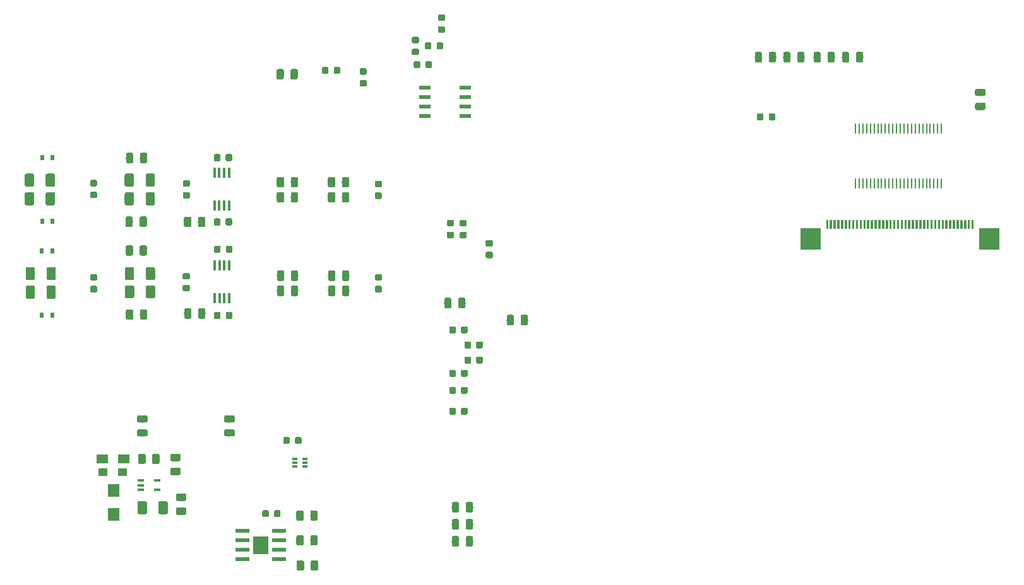
<source format=gbr>
G04 #@! TF.GenerationSoftware,KiCad,Pcbnew,5.0.2+dfsg1-1*
G04 #@! TF.CreationDate,2020-02-15T12:20:27+01:00*
G04 #@! TF.ProjectId,LCD_PMOD,4c43445f-504d-44f4-942e-6b696361645f,rev?*
G04 #@! TF.SameCoordinates,Original*
G04 #@! TF.FileFunction,Paste,Bot*
G04 #@! TF.FilePolarity,Positive*
%FSLAX46Y46*%
G04 Gerber Fmt 4.6, Leading zero omitted, Abs format (unit mm)*
G04 Created by KiCad (PCBNEW 5.0.2+dfsg1-1) date subota, 15. veljače 2020. 12:20:27 CET*
%MOMM*%
%LPD*%
G01*
G04 APERTURE LIST*
%ADD10C,0.100000*%
%ADD11C,0.975000*%
%ADD12R,0.450000X1.450000*%
%ADD13R,1.200000X1.000000*%
%ADD14R,0.850000X0.400000*%
%ADD15R,1.500000X1.750000*%
%ADD16R,1.500000X1.200000*%
%ADD17R,2.700000X3.000000*%
%ADD18C,0.300000*%
%ADD19R,0.279400X1.473200*%
%ADD20C,1.250000*%
%ADD21C,0.875000*%
%ADD22R,0.600000X0.700000*%
%ADD23R,1.981200X0.558800*%
%ADD24R,2.006600X2.489200*%
%ADD25R,1.550000X0.600000*%
%ADD26R,0.654000X0.300800*%
G04 APERTURE END LIST*
D10*
G04 #@! TO.C,R47*
G36*
X130915547Y-78693259D02*
X130939208Y-78696769D01*
X130962412Y-78702581D01*
X130984934Y-78710639D01*
X131006558Y-78720867D01*
X131027075Y-78733164D01*
X131046288Y-78747414D01*
X131064012Y-78763478D01*
X131080076Y-78781202D01*
X131094326Y-78800415D01*
X131106623Y-78820932D01*
X131116851Y-78842556D01*
X131124909Y-78865078D01*
X131130721Y-78888282D01*
X131134231Y-78911943D01*
X131135405Y-78935835D01*
X131135405Y-79848335D01*
X131134231Y-79872227D01*
X131130721Y-79895888D01*
X131124909Y-79919092D01*
X131116851Y-79941614D01*
X131106623Y-79963238D01*
X131094326Y-79983755D01*
X131080076Y-80002968D01*
X131064012Y-80020692D01*
X131046288Y-80036756D01*
X131027075Y-80051006D01*
X131006558Y-80063303D01*
X130984934Y-80073531D01*
X130962412Y-80081589D01*
X130939208Y-80087401D01*
X130915547Y-80090911D01*
X130891655Y-80092085D01*
X130404155Y-80092085D01*
X130380263Y-80090911D01*
X130356602Y-80087401D01*
X130333398Y-80081589D01*
X130310876Y-80073531D01*
X130289252Y-80063303D01*
X130268735Y-80051006D01*
X130249522Y-80036756D01*
X130231798Y-80020692D01*
X130215734Y-80002968D01*
X130201484Y-79983755D01*
X130189187Y-79963238D01*
X130178959Y-79941614D01*
X130170901Y-79919092D01*
X130165089Y-79895888D01*
X130161579Y-79872227D01*
X130160405Y-79848335D01*
X130160405Y-78935835D01*
X130161579Y-78911943D01*
X130165089Y-78888282D01*
X130170901Y-78865078D01*
X130178959Y-78842556D01*
X130189187Y-78820932D01*
X130201484Y-78800415D01*
X130215734Y-78781202D01*
X130231798Y-78763478D01*
X130249522Y-78747414D01*
X130268735Y-78733164D01*
X130289252Y-78720867D01*
X130310876Y-78710639D01*
X130333398Y-78702581D01*
X130356602Y-78696769D01*
X130380263Y-78693259D01*
X130404155Y-78692085D01*
X130891655Y-78692085D01*
X130915547Y-78693259D01*
X130915547Y-78693259D01*
G37*
D11*
X130647905Y-79392085D03*
D10*
G36*
X129040547Y-78693259D02*
X129064208Y-78696769D01*
X129087412Y-78702581D01*
X129109934Y-78710639D01*
X129131558Y-78720867D01*
X129152075Y-78733164D01*
X129171288Y-78747414D01*
X129189012Y-78763478D01*
X129205076Y-78781202D01*
X129219326Y-78800415D01*
X129231623Y-78820932D01*
X129241851Y-78842556D01*
X129249909Y-78865078D01*
X129255721Y-78888282D01*
X129259231Y-78911943D01*
X129260405Y-78935835D01*
X129260405Y-79848335D01*
X129259231Y-79872227D01*
X129255721Y-79895888D01*
X129249909Y-79919092D01*
X129241851Y-79941614D01*
X129231623Y-79963238D01*
X129219326Y-79983755D01*
X129205076Y-80002968D01*
X129189012Y-80020692D01*
X129171288Y-80036756D01*
X129152075Y-80051006D01*
X129131558Y-80063303D01*
X129109934Y-80073531D01*
X129087412Y-80081589D01*
X129064208Y-80087401D01*
X129040547Y-80090911D01*
X129016655Y-80092085D01*
X128529155Y-80092085D01*
X128505263Y-80090911D01*
X128481602Y-80087401D01*
X128458398Y-80081589D01*
X128435876Y-80073531D01*
X128414252Y-80063303D01*
X128393735Y-80051006D01*
X128374522Y-80036756D01*
X128356798Y-80020692D01*
X128340734Y-80002968D01*
X128326484Y-79983755D01*
X128314187Y-79963238D01*
X128303959Y-79941614D01*
X128295901Y-79919092D01*
X128290089Y-79895888D01*
X128286579Y-79872227D01*
X128285405Y-79848335D01*
X128285405Y-78935835D01*
X128286579Y-78911943D01*
X128290089Y-78888282D01*
X128295901Y-78865078D01*
X128303959Y-78842556D01*
X128314187Y-78820932D01*
X128326484Y-78800415D01*
X128340734Y-78781202D01*
X128356798Y-78763478D01*
X128374522Y-78747414D01*
X128393735Y-78733164D01*
X128414252Y-78720867D01*
X128435876Y-78710639D01*
X128458398Y-78702581D01*
X128481602Y-78696769D01*
X128505263Y-78693259D01*
X128529155Y-78692085D01*
X129016655Y-78692085D01*
X129040547Y-78693259D01*
X129040547Y-78693259D01*
G37*
D11*
X128772905Y-79392085D03*
G04 #@! TD*
D12*
G04 #@! TO.C,U8*
X113061000Y-63574000D03*
X113711000Y-63574000D03*
X114361000Y-63574000D03*
X115011000Y-63574000D03*
X115011000Y-67974000D03*
X114361000Y-67974000D03*
X113711000Y-67974000D03*
X113061000Y-67974000D03*
G04 #@! TD*
D13*
G04 #@! TO.C,D1*
X100733729Y-103733200D03*
X98133729Y-103733200D03*
G04 #@! TD*
D14*
G04 #@! TO.C,IC1*
X105384729Y-106161200D03*
X105384729Y-104861200D03*
X103134729Y-104861200D03*
X103134729Y-105511200D03*
X103134729Y-106161200D03*
G04 #@! TD*
D15*
G04 #@! TO.C,L1*
X99537729Y-106166200D03*
X99537729Y-109417200D03*
G04 #@! TD*
D16*
G04 #@! TO.C,ZD1*
X100883729Y-101955200D03*
X97983729Y-101955200D03*
G04 #@! TD*
D17*
G04 #@! TO.C,LCD_IN1*
X192978000Y-72390000D03*
X216978000Y-72390000D03*
D10*
G36*
X214810351Y-69890361D02*
X214817632Y-69891441D01*
X214824771Y-69893229D01*
X214831701Y-69895709D01*
X214838355Y-69898856D01*
X214844668Y-69902640D01*
X214850579Y-69907024D01*
X214856033Y-69911967D01*
X214860976Y-69917421D01*
X214865360Y-69923332D01*
X214869144Y-69929645D01*
X214872291Y-69936299D01*
X214874771Y-69943229D01*
X214876559Y-69950368D01*
X214877639Y-69957649D01*
X214878000Y-69965000D01*
X214878000Y-71015000D01*
X214877639Y-71022351D01*
X214876559Y-71029632D01*
X214874771Y-71036771D01*
X214872291Y-71043701D01*
X214869144Y-71050355D01*
X214865360Y-71056668D01*
X214860976Y-71062579D01*
X214856033Y-71068033D01*
X214850579Y-71072976D01*
X214844668Y-71077360D01*
X214838355Y-71081144D01*
X214831701Y-71084291D01*
X214824771Y-71086771D01*
X214817632Y-71088559D01*
X214810351Y-71089639D01*
X214803000Y-71090000D01*
X214653000Y-71090000D01*
X214645649Y-71089639D01*
X214638368Y-71088559D01*
X214631229Y-71086771D01*
X214624299Y-71084291D01*
X214617645Y-71081144D01*
X214611332Y-71077360D01*
X214605421Y-71072976D01*
X214599967Y-71068033D01*
X214595024Y-71062579D01*
X214590640Y-71056668D01*
X214586856Y-71050355D01*
X214583709Y-71043701D01*
X214581229Y-71036771D01*
X214579441Y-71029632D01*
X214578361Y-71022351D01*
X214578000Y-71015000D01*
X214578000Y-69965000D01*
X214578361Y-69957649D01*
X214579441Y-69950368D01*
X214581229Y-69943229D01*
X214583709Y-69936299D01*
X214586856Y-69929645D01*
X214590640Y-69923332D01*
X214595024Y-69917421D01*
X214599967Y-69911967D01*
X214605421Y-69907024D01*
X214611332Y-69902640D01*
X214617645Y-69898856D01*
X214624299Y-69895709D01*
X214631229Y-69893229D01*
X214638368Y-69891441D01*
X214645649Y-69890361D01*
X214653000Y-69890000D01*
X214803000Y-69890000D01*
X214810351Y-69890361D01*
X214810351Y-69890361D01*
G37*
D18*
X214728000Y-70490000D03*
D10*
G36*
X214310351Y-69890361D02*
X214317632Y-69891441D01*
X214324771Y-69893229D01*
X214331701Y-69895709D01*
X214338355Y-69898856D01*
X214344668Y-69902640D01*
X214350579Y-69907024D01*
X214356033Y-69911967D01*
X214360976Y-69917421D01*
X214365360Y-69923332D01*
X214369144Y-69929645D01*
X214372291Y-69936299D01*
X214374771Y-69943229D01*
X214376559Y-69950368D01*
X214377639Y-69957649D01*
X214378000Y-69965000D01*
X214378000Y-71015000D01*
X214377639Y-71022351D01*
X214376559Y-71029632D01*
X214374771Y-71036771D01*
X214372291Y-71043701D01*
X214369144Y-71050355D01*
X214365360Y-71056668D01*
X214360976Y-71062579D01*
X214356033Y-71068033D01*
X214350579Y-71072976D01*
X214344668Y-71077360D01*
X214338355Y-71081144D01*
X214331701Y-71084291D01*
X214324771Y-71086771D01*
X214317632Y-71088559D01*
X214310351Y-71089639D01*
X214303000Y-71090000D01*
X214153000Y-71090000D01*
X214145649Y-71089639D01*
X214138368Y-71088559D01*
X214131229Y-71086771D01*
X214124299Y-71084291D01*
X214117645Y-71081144D01*
X214111332Y-71077360D01*
X214105421Y-71072976D01*
X214099967Y-71068033D01*
X214095024Y-71062579D01*
X214090640Y-71056668D01*
X214086856Y-71050355D01*
X214083709Y-71043701D01*
X214081229Y-71036771D01*
X214079441Y-71029632D01*
X214078361Y-71022351D01*
X214078000Y-71015000D01*
X214078000Y-69965000D01*
X214078361Y-69957649D01*
X214079441Y-69950368D01*
X214081229Y-69943229D01*
X214083709Y-69936299D01*
X214086856Y-69929645D01*
X214090640Y-69923332D01*
X214095024Y-69917421D01*
X214099967Y-69911967D01*
X214105421Y-69907024D01*
X214111332Y-69902640D01*
X214117645Y-69898856D01*
X214124299Y-69895709D01*
X214131229Y-69893229D01*
X214138368Y-69891441D01*
X214145649Y-69890361D01*
X214153000Y-69890000D01*
X214303000Y-69890000D01*
X214310351Y-69890361D01*
X214310351Y-69890361D01*
G37*
D18*
X214228000Y-70490000D03*
D10*
G36*
X213810351Y-69890361D02*
X213817632Y-69891441D01*
X213824771Y-69893229D01*
X213831701Y-69895709D01*
X213838355Y-69898856D01*
X213844668Y-69902640D01*
X213850579Y-69907024D01*
X213856033Y-69911967D01*
X213860976Y-69917421D01*
X213865360Y-69923332D01*
X213869144Y-69929645D01*
X213872291Y-69936299D01*
X213874771Y-69943229D01*
X213876559Y-69950368D01*
X213877639Y-69957649D01*
X213878000Y-69965000D01*
X213878000Y-71015000D01*
X213877639Y-71022351D01*
X213876559Y-71029632D01*
X213874771Y-71036771D01*
X213872291Y-71043701D01*
X213869144Y-71050355D01*
X213865360Y-71056668D01*
X213860976Y-71062579D01*
X213856033Y-71068033D01*
X213850579Y-71072976D01*
X213844668Y-71077360D01*
X213838355Y-71081144D01*
X213831701Y-71084291D01*
X213824771Y-71086771D01*
X213817632Y-71088559D01*
X213810351Y-71089639D01*
X213803000Y-71090000D01*
X213653000Y-71090000D01*
X213645649Y-71089639D01*
X213638368Y-71088559D01*
X213631229Y-71086771D01*
X213624299Y-71084291D01*
X213617645Y-71081144D01*
X213611332Y-71077360D01*
X213605421Y-71072976D01*
X213599967Y-71068033D01*
X213595024Y-71062579D01*
X213590640Y-71056668D01*
X213586856Y-71050355D01*
X213583709Y-71043701D01*
X213581229Y-71036771D01*
X213579441Y-71029632D01*
X213578361Y-71022351D01*
X213578000Y-71015000D01*
X213578000Y-69965000D01*
X213578361Y-69957649D01*
X213579441Y-69950368D01*
X213581229Y-69943229D01*
X213583709Y-69936299D01*
X213586856Y-69929645D01*
X213590640Y-69923332D01*
X213595024Y-69917421D01*
X213599967Y-69911967D01*
X213605421Y-69907024D01*
X213611332Y-69902640D01*
X213617645Y-69898856D01*
X213624299Y-69895709D01*
X213631229Y-69893229D01*
X213638368Y-69891441D01*
X213645649Y-69890361D01*
X213653000Y-69890000D01*
X213803000Y-69890000D01*
X213810351Y-69890361D01*
X213810351Y-69890361D01*
G37*
D18*
X213728000Y-70490000D03*
D10*
G36*
X213310351Y-69890361D02*
X213317632Y-69891441D01*
X213324771Y-69893229D01*
X213331701Y-69895709D01*
X213338355Y-69898856D01*
X213344668Y-69902640D01*
X213350579Y-69907024D01*
X213356033Y-69911967D01*
X213360976Y-69917421D01*
X213365360Y-69923332D01*
X213369144Y-69929645D01*
X213372291Y-69936299D01*
X213374771Y-69943229D01*
X213376559Y-69950368D01*
X213377639Y-69957649D01*
X213378000Y-69965000D01*
X213378000Y-71015000D01*
X213377639Y-71022351D01*
X213376559Y-71029632D01*
X213374771Y-71036771D01*
X213372291Y-71043701D01*
X213369144Y-71050355D01*
X213365360Y-71056668D01*
X213360976Y-71062579D01*
X213356033Y-71068033D01*
X213350579Y-71072976D01*
X213344668Y-71077360D01*
X213338355Y-71081144D01*
X213331701Y-71084291D01*
X213324771Y-71086771D01*
X213317632Y-71088559D01*
X213310351Y-71089639D01*
X213303000Y-71090000D01*
X213153000Y-71090000D01*
X213145649Y-71089639D01*
X213138368Y-71088559D01*
X213131229Y-71086771D01*
X213124299Y-71084291D01*
X213117645Y-71081144D01*
X213111332Y-71077360D01*
X213105421Y-71072976D01*
X213099967Y-71068033D01*
X213095024Y-71062579D01*
X213090640Y-71056668D01*
X213086856Y-71050355D01*
X213083709Y-71043701D01*
X213081229Y-71036771D01*
X213079441Y-71029632D01*
X213078361Y-71022351D01*
X213078000Y-71015000D01*
X213078000Y-69965000D01*
X213078361Y-69957649D01*
X213079441Y-69950368D01*
X213081229Y-69943229D01*
X213083709Y-69936299D01*
X213086856Y-69929645D01*
X213090640Y-69923332D01*
X213095024Y-69917421D01*
X213099967Y-69911967D01*
X213105421Y-69907024D01*
X213111332Y-69902640D01*
X213117645Y-69898856D01*
X213124299Y-69895709D01*
X213131229Y-69893229D01*
X213138368Y-69891441D01*
X213145649Y-69890361D01*
X213153000Y-69890000D01*
X213303000Y-69890000D01*
X213310351Y-69890361D01*
X213310351Y-69890361D01*
G37*
D18*
X213228000Y-70490000D03*
D10*
G36*
X212810351Y-69890361D02*
X212817632Y-69891441D01*
X212824771Y-69893229D01*
X212831701Y-69895709D01*
X212838355Y-69898856D01*
X212844668Y-69902640D01*
X212850579Y-69907024D01*
X212856033Y-69911967D01*
X212860976Y-69917421D01*
X212865360Y-69923332D01*
X212869144Y-69929645D01*
X212872291Y-69936299D01*
X212874771Y-69943229D01*
X212876559Y-69950368D01*
X212877639Y-69957649D01*
X212878000Y-69965000D01*
X212878000Y-71015000D01*
X212877639Y-71022351D01*
X212876559Y-71029632D01*
X212874771Y-71036771D01*
X212872291Y-71043701D01*
X212869144Y-71050355D01*
X212865360Y-71056668D01*
X212860976Y-71062579D01*
X212856033Y-71068033D01*
X212850579Y-71072976D01*
X212844668Y-71077360D01*
X212838355Y-71081144D01*
X212831701Y-71084291D01*
X212824771Y-71086771D01*
X212817632Y-71088559D01*
X212810351Y-71089639D01*
X212803000Y-71090000D01*
X212653000Y-71090000D01*
X212645649Y-71089639D01*
X212638368Y-71088559D01*
X212631229Y-71086771D01*
X212624299Y-71084291D01*
X212617645Y-71081144D01*
X212611332Y-71077360D01*
X212605421Y-71072976D01*
X212599967Y-71068033D01*
X212595024Y-71062579D01*
X212590640Y-71056668D01*
X212586856Y-71050355D01*
X212583709Y-71043701D01*
X212581229Y-71036771D01*
X212579441Y-71029632D01*
X212578361Y-71022351D01*
X212578000Y-71015000D01*
X212578000Y-69965000D01*
X212578361Y-69957649D01*
X212579441Y-69950368D01*
X212581229Y-69943229D01*
X212583709Y-69936299D01*
X212586856Y-69929645D01*
X212590640Y-69923332D01*
X212595024Y-69917421D01*
X212599967Y-69911967D01*
X212605421Y-69907024D01*
X212611332Y-69902640D01*
X212617645Y-69898856D01*
X212624299Y-69895709D01*
X212631229Y-69893229D01*
X212638368Y-69891441D01*
X212645649Y-69890361D01*
X212653000Y-69890000D01*
X212803000Y-69890000D01*
X212810351Y-69890361D01*
X212810351Y-69890361D01*
G37*
D18*
X212728000Y-70490000D03*
D10*
G36*
X212310351Y-69890361D02*
X212317632Y-69891441D01*
X212324771Y-69893229D01*
X212331701Y-69895709D01*
X212338355Y-69898856D01*
X212344668Y-69902640D01*
X212350579Y-69907024D01*
X212356033Y-69911967D01*
X212360976Y-69917421D01*
X212365360Y-69923332D01*
X212369144Y-69929645D01*
X212372291Y-69936299D01*
X212374771Y-69943229D01*
X212376559Y-69950368D01*
X212377639Y-69957649D01*
X212378000Y-69965000D01*
X212378000Y-71015000D01*
X212377639Y-71022351D01*
X212376559Y-71029632D01*
X212374771Y-71036771D01*
X212372291Y-71043701D01*
X212369144Y-71050355D01*
X212365360Y-71056668D01*
X212360976Y-71062579D01*
X212356033Y-71068033D01*
X212350579Y-71072976D01*
X212344668Y-71077360D01*
X212338355Y-71081144D01*
X212331701Y-71084291D01*
X212324771Y-71086771D01*
X212317632Y-71088559D01*
X212310351Y-71089639D01*
X212303000Y-71090000D01*
X212153000Y-71090000D01*
X212145649Y-71089639D01*
X212138368Y-71088559D01*
X212131229Y-71086771D01*
X212124299Y-71084291D01*
X212117645Y-71081144D01*
X212111332Y-71077360D01*
X212105421Y-71072976D01*
X212099967Y-71068033D01*
X212095024Y-71062579D01*
X212090640Y-71056668D01*
X212086856Y-71050355D01*
X212083709Y-71043701D01*
X212081229Y-71036771D01*
X212079441Y-71029632D01*
X212078361Y-71022351D01*
X212078000Y-71015000D01*
X212078000Y-69965000D01*
X212078361Y-69957649D01*
X212079441Y-69950368D01*
X212081229Y-69943229D01*
X212083709Y-69936299D01*
X212086856Y-69929645D01*
X212090640Y-69923332D01*
X212095024Y-69917421D01*
X212099967Y-69911967D01*
X212105421Y-69907024D01*
X212111332Y-69902640D01*
X212117645Y-69898856D01*
X212124299Y-69895709D01*
X212131229Y-69893229D01*
X212138368Y-69891441D01*
X212145649Y-69890361D01*
X212153000Y-69890000D01*
X212303000Y-69890000D01*
X212310351Y-69890361D01*
X212310351Y-69890361D01*
G37*
D18*
X212228000Y-70490000D03*
D10*
G36*
X211810351Y-69890361D02*
X211817632Y-69891441D01*
X211824771Y-69893229D01*
X211831701Y-69895709D01*
X211838355Y-69898856D01*
X211844668Y-69902640D01*
X211850579Y-69907024D01*
X211856033Y-69911967D01*
X211860976Y-69917421D01*
X211865360Y-69923332D01*
X211869144Y-69929645D01*
X211872291Y-69936299D01*
X211874771Y-69943229D01*
X211876559Y-69950368D01*
X211877639Y-69957649D01*
X211878000Y-69965000D01*
X211878000Y-71015000D01*
X211877639Y-71022351D01*
X211876559Y-71029632D01*
X211874771Y-71036771D01*
X211872291Y-71043701D01*
X211869144Y-71050355D01*
X211865360Y-71056668D01*
X211860976Y-71062579D01*
X211856033Y-71068033D01*
X211850579Y-71072976D01*
X211844668Y-71077360D01*
X211838355Y-71081144D01*
X211831701Y-71084291D01*
X211824771Y-71086771D01*
X211817632Y-71088559D01*
X211810351Y-71089639D01*
X211803000Y-71090000D01*
X211653000Y-71090000D01*
X211645649Y-71089639D01*
X211638368Y-71088559D01*
X211631229Y-71086771D01*
X211624299Y-71084291D01*
X211617645Y-71081144D01*
X211611332Y-71077360D01*
X211605421Y-71072976D01*
X211599967Y-71068033D01*
X211595024Y-71062579D01*
X211590640Y-71056668D01*
X211586856Y-71050355D01*
X211583709Y-71043701D01*
X211581229Y-71036771D01*
X211579441Y-71029632D01*
X211578361Y-71022351D01*
X211578000Y-71015000D01*
X211578000Y-69965000D01*
X211578361Y-69957649D01*
X211579441Y-69950368D01*
X211581229Y-69943229D01*
X211583709Y-69936299D01*
X211586856Y-69929645D01*
X211590640Y-69923332D01*
X211595024Y-69917421D01*
X211599967Y-69911967D01*
X211605421Y-69907024D01*
X211611332Y-69902640D01*
X211617645Y-69898856D01*
X211624299Y-69895709D01*
X211631229Y-69893229D01*
X211638368Y-69891441D01*
X211645649Y-69890361D01*
X211653000Y-69890000D01*
X211803000Y-69890000D01*
X211810351Y-69890361D01*
X211810351Y-69890361D01*
G37*
D18*
X211728000Y-70490000D03*
D10*
G36*
X211310351Y-69890361D02*
X211317632Y-69891441D01*
X211324771Y-69893229D01*
X211331701Y-69895709D01*
X211338355Y-69898856D01*
X211344668Y-69902640D01*
X211350579Y-69907024D01*
X211356033Y-69911967D01*
X211360976Y-69917421D01*
X211365360Y-69923332D01*
X211369144Y-69929645D01*
X211372291Y-69936299D01*
X211374771Y-69943229D01*
X211376559Y-69950368D01*
X211377639Y-69957649D01*
X211378000Y-69965000D01*
X211378000Y-71015000D01*
X211377639Y-71022351D01*
X211376559Y-71029632D01*
X211374771Y-71036771D01*
X211372291Y-71043701D01*
X211369144Y-71050355D01*
X211365360Y-71056668D01*
X211360976Y-71062579D01*
X211356033Y-71068033D01*
X211350579Y-71072976D01*
X211344668Y-71077360D01*
X211338355Y-71081144D01*
X211331701Y-71084291D01*
X211324771Y-71086771D01*
X211317632Y-71088559D01*
X211310351Y-71089639D01*
X211303000Y-71090000D01*
X211153000Y-71090000D01*
X211145649Y-71089639D01*
X211138368Y-71088559D01*
X211131229Y-71086771D01*
X211124299Y-71084291D01*
X211117645Y-71081144D01*
X211111332Y-71077360D01*
X211105421Y-71072976D01*
X211099967Y-71068033D01*
X211095024Y-71062579D01*
X211090640Y-71056668D01*
X211086856Y-71050355D01*
X211083709Y-71043701D01*
X211081229Y-71036771D01*
X211079441Y-71029632D01*
X211078361Y-71022351D01*
X211078000Y-71015000D01*
X211078000Y-69965000D01*
X211078361Y-69957649D01*
X211079441Y-69950368D01*
X211081229Y-69943229D01*
X211083709Y-69936299D01*
X211086856Y-69929645D01*
X211090640Y-69923332D01*
X211095024Y-69917421D01*
X211099967Y-69911967D01*
X211105421Y-69907024D01*
X211111332Y-69902640D01*
X211117645Y-69898856D01*
X211124299Y-69895709D01*
X211131229Y-69893229D01*
X211138368Y-69891441D01*
X211145649Y-69890361D01*
X211153000Y-69890000D01*
X211303000Y-69890000D01*
X211310351Y-69890361D01*
X211310351Y-69890361D01*
G37*
D18*
X211228000Y-70490000D03*
D10*
G36*
X210810351Y-69890361D02*
X210817632Y-69891441D01*
X210824771Y-69893229D01*
X210831701Y-69895709D01*
X210838355Y-69898856D01*
X210844668Y-69902640D01*
X210850579Y-69907024D01*
X210856033Y-69911967D01*
X210860976Y-69917421D01*
X210865360Y-69923332D01*
X210869144Y-69929645D01*
X210872291Y-69936299D01*
X210874771Y-69943229D01*
X210876559Y-69950368D01*
X210877639Y-69957649D01*
X210878000Y-69965000D01*
X210878000Y-71015000D01*
X210877639Y-71022351D01*
X210876559Y-71029632D01*
X210874771Y-71036771D01*
X210872291Y-71043701D01*
X210869144Y-71050355D01*
X210865360Y-71056668D01*
X210860976Y-71062579D01*
X210856033Y-71068033D01*
X210850579Y-71072976D01*
X210844668Y-71077360D01*
X210838355Y-71081144D01*
X210831701Y-71084291D01*
X210824771Y-71086771D01*
X210817632Y-71088559D01*
X210810351Y-71089639D01*
X210803000Y-71090000D01*
X210653000Y-71090000D01*
X210645649Y-71089639D01*
X210638368Y-71088559D01*
X210631229Y-71086771D01*
X210624299Y-71084291D01*
X210617645Y-71081144D01*
X210611332Y-71077360D01*
X210605421Y-71072976D01*
X210599967Y-71068033D01*
X210595024Y-71062579D01*
X210590640Y-71056668D01*
X210586856Y-71050355D01*
X210583709Y-71043701D01*
X210581229Y-71036771D01*
X210579441Y-71029632D01*
X210578361Y-71022351D01*
X210578000Y-71015000D01*
X210578000Y-69965000D01*
X210578361Y-69957649D01*
X210579441Y-69950368D01*
X210581229Y-69943229D01*
X210583709Y-69936299D01*
X210586856Y-69929645D01*
X210590640Y-69923332D01*
X210595024Y-69917421D01*
X210599967Y-69911967D01*
X210605421Y-69907024D01*
X210611332Y-69902640D01*
X210617645Y-69898856D01*
X210624299Y-69895709D01*
X210631229Y-69893229D01*
X210638368Y-69891441D01*
X210645649Y-69890361D01*
X210653000Y-69890000D01*
X210803000Y-69890000D01*
X210810351Y-69890361D01*
X210810351Y-69890361D01*
G37*
D18*
X210728000Y-70490000D03*
D10*
G36*
X210310351Y-69890361D02*
X210317632Y-69891441D01*
X210324771Y-69893229D01*
X210331701Y-69895709D01*
X210338355Y-69898856D01*
X210344668Y-69902640D01*
X210350579Y-69907024D01*
X210356033Y-69911967D01*
X210360976Y-69917421D01*
X210365360Y-69923332D01*
X210369144Y-69929645D01*
X210372291Y-69936299D01*
X210374771Y-69943229D01*
X210376559Y-69950368D01*
X210377639Y-69957649D01*
X210378000Y-69965000D01*
X210378000Y-71015000D01*
X210377639Y-71022351D01*
X210376559Y-71029632D01*
X210374771Y-71036771D01*
X210372291Y-71043701D01*
X210369144Y-71050355D01*
X210365360Y-71056668D01*
X210360976Y-71062579D01*
X210356033Y-71068033D01*
X210350579Y-71072976D01*
X210344668Y-71077360D01*
X210338355Y-71081144D01*
X210331701Y-71084291D01*
X210324771Y-71086771D01*
X210317632Y-71088559D01*
X210310351Y-71089639D01*
X210303000Y-71090000D01*
X210153000Y-71090000D01*
X210145649Y-71089639D01*
X210138368Y-71088559D01*
X210131229Y-71086771D01*
X210124299Y-71084291D01*
X210117645Y-71081144D01*
X210111332Y-71077360D01*
X210105421Y-71072976D01*
X210099967Y-71068033D01*
X210095024Y-71062579D01*
X210090640Y-71056668D01*
X210086856Y-71050355D01*
X210083709Y-71043701D01*
X210081229Y-71036771D01*
X210079441Y-71029632D01*
X210078361Y-71022351D01*
X210078000Y-71015000D01*
X210078000Y-69965000D01*
X210078361Y-69957649D01*
X210079441Y-69950368D01*
X210081229Y-69943229D01*
X210083709Y-69936299D01*
X210086856Y-69929645D01*
X210090640Y-69923332D01*
X210095024Y-69917421D01*
X210099967Y-69911967D01*
X210105421Y-69907024D01*
X210111332Y-69902640D01*
X210117645Y-69898856D01*
X210124299Y-69895709D01*
X210131229Y-69893229D01*
X210138368Y-69891441D01*
X210145649Y-69890361D01*
X210153000Y-69890000D01*
X210303000Y-69890000D01*
X210310351Y-69890361D01*
X210310351Y-69890361D01*
G37*
D18*
X210228000Y-70490000D03*
D10*
G36*
X209810351Y-69890361D02*
X209817632Y-69891441D01*
X209824771Y-69893229D01*
X209831701Y-69895709D01*
X209838355Y-69898856D01*
X209844668Y-69902640D01*
X209850579Y-69907024D01*
X209856033Y-69911967D01*
X209860976Y-69917421D01*
X209865360Y-69923332D01*
X209869144Y-69929645D01*
X209872291Y-69936299D01*
X209874771Y-69943229D01*
X209876559Y-69950368D01*
X209877639Y-69957649D01*
X209878000Y-69965000D01*
X209878000Y-71015000D01*
X209877639Y-71022351D01*
X209876559Y-71029632D01*
X209874771Y-71036771D01*
X209872291Y-71043701D01*
X209869144Y-71050355D01*
X209865360Y-71056668D01*
X209860976Y-71062579D01*
X209856033Y-71068033D01*
X209850579Y-71072976D01*
X209844668Y-71077360D01*
X209838355Y-71081144D01*
X209831701Y-71084291D01*
X209824771Y-71086771D01*
X209817632Y-71088559D01*
X209810351Y-71089639D01*
X209803000Y-71090000D01*
X209653000Y-71090000D01*
X209645649Y-71089639D01*
X209638368Y-71088559D01*
X209631229Y-71086771D01*
X209624299Y-71084291D01*
X209617645Y-71081144D01*
X209611332Y-71077360D01*
X209605421Y-71072976D01*
X209599967Y-71068033D01*
X209595024Y-71062579D01*
X209590640Y-71056668D01*
X209586856Y-71050355D01*
X209583709Y-71043701D01*
X209581229Y-71036771D01*
X209579441Y-71029632D01*
X209578361Y-71022351D01*
X209578000Y-71015000D01*
X209578000Y-69965000D01*
X209578361Y-69957649D01*
X209579441Y-69950368D01*
X209581229Y-69943229D01*
X209583709Y-69936299D01*
X209586856Y-69929645D01*
X209590640Y-69923332D01*
X209595024Y-69917421D01*
X209599967Y-69911967D01*
X209605421Y-69907024D01*
X209611332Y-69902640D01*
X209617645Y-69898856D01*
X209624299Y-69895709D01*
X209631229Y-69893229D01*
X209638368Y-69891441D01*
X209645649Y-69890361D01*
X209653000Y-69890000D01*
X209803000Y-69890000D01*
X209810351Y-69890361D01*
X209810351Y-69890361D01*
G37*
D18*
X209728000Y-70490000D03*
D10*
G36*
X209310351Y-69890361D02*
X209317632Y-69891441D01*
X209324771Y-69893229D01*
X209331701Y-69895709D01*
X209338355Y-69898856D01*
X209344668Y-69902640D01*
X209350579Y-69907024D01*
X209356033Y-69911967D01*
X209360976Y-69917421D01*
X209365360Y-69923332D01*
X209369144Y-69929645D01*
X209372291Y-69936299D01*
X209374771Y-69943229D01*
X209376559Y-69950368D01*
X209377639Y-69957649D01*
X209378000Y-69965000D01*
X209378000Y-71015000D01*
X209377639Y-71022351D01*
X209376559Y-71029632D01*
X209374771Y-71036771D01*
X209372291Y-71043701D01*
X209369144Y-71050355D01*
X209365360Y-71056668D01*
X209360976Y-71062579D01*
X209356033Y-71068033D01*
X209350579Y-71072976D01*
X209344668Y-71077360D01*
X209338355Y-71081144D01*
X209331701Y-71084291D01*
X209324771Y-71086771D01*
X209317632Y-71088559D01*
X209310351Y-71089639D01*
X209303000Y-71090000D01*
X209153000Y-71090000D01*
X209145649Y-71089639D01*
X209138368Y-71088559D01*
X209131229Y-71086771D01*
X209124299Y-71084291D01*
X209117645Y-71081144D01*
X209111332Y-71077360D01*
X209105421Y-71072976D01*
X209099967Y-71068033D01*
X209095024Y-71062579D01*
X209090640Y-71056668D01*
X209086856Y-71050355D01*
X209083709Y-71043701D01*
X209081229Y-71036771D01*
X209079441Y-71029632D01*
X209078361Y-71022351D01*
X209078000Y-71015000D01*
X209078000Y-69965000D01*
X209078361Y-69957649D01*
X209079441Y-69950368D01*
X209081229Y-69943229D01*
X209083709Y-69936299D01*
X209086856Y-69929645D01*
X209090640Y-69923332D01*
X209095024Y-69917421D01*
X209099967Y-69911967D01*
X209105421Y-69907024D01*
X209111332Y-69902640D01*
X209117645Y-69898856D01*
X209124299Y-69895709D01*
X209131229Y-69893229D01*
X209138368Y-69891441D01*
X209145649Y-69890361D01*
X209153000Y-69890000D01*
X209303000Y-69890000D01*
X209310351Y-69890361D01*
X209310351Y-69890361D01*
G37*
D18*
X209228000Y-70490000D03*
D10*
G36*
X208810351Y-69890361D02*
X208817632Y-69891441D01*
X208824771Y-69893229D01*
X208831701Y-69895709D01*
X208838355Y-69898856D01*
X208844668Y-69902640D01*
X208850579Y-69907024D01*
X208856033Y-69911967D01*
X208860976Y-69917421D01*
X208865360Y-69923332D01*
X208869144Y-69929645D01*
X208872291Y-69936299D01*
X208874771Y-69943229D01*
X208876559Y-69950368D01*
X208877639Y-69957649D01*
X208878000Y-69965000D01*
X208878000Y-71015000D01*
X208877639Y-71022351D01*
X208876559Y-71029632D01*
X208874771Y-71036771D01*
X208872291Y-71043701D01*
X208869144Y-71050355D01*
X208865360Y-71056668D01*
X208860976Y-71062579D01*
X208856033Y-71068033D01*
X208850579Y-71072976D01*
X208844668Y-71077360D01*
X208838355Y-71081144D01*
X208831701Y-71084291D01*
X208824771Y-71086771D01*
X208817632Y-71088559D01*
X208810351Y-71089639D01*
X208803000Y-71090000D01*
X208653000Y-71090000D01*
X208645649Y-71089639D01*
X208638368Y-71088559D01*
X208631229Y-71086771D01*
X208624299Y-71084291D01*
X208617645Y-71081144D01*
X208611332Y-71077360D01*
X208605421Y-71072976D01*
X208599967Y-71068033D01*
X208595024Y-71062579D01*
X208590640Y-71056668D01*
X208586856Y-71050355D01*
X208583709Y-71043701D01*
X208581229Y-71036771D01*
X208579441Y-71029632D01*
X208578361Y-71022351D01*
X208578000Y-71015000D01*
X208578000Y-69965000D01*
X208578361Y-69957649D01*
X208579441Y-69950368D01*
X208581229Y-69943229D01*
X208583709Y-69936299D01*
X208586856Y-69929645D01*
X208590640Y-69923332D01*
X208595024Y-69917421D01*
X208599967Y-69911967D01*
X208605421Y-69907024D01*
X208611332Y-69902640D01*
X208617645Y-69898856D01*
X208624299Y-69895709D01*
X208631229Y-69893229D01*
X208638368Y-69891441D01*
X208645649Y-69890361D01*
X208653000Y-69890000D01*
X208803000Y-69890000D01*
X208810351Y-69890361D01*
X208810351Y-69890361D01*
G37*
D18*
X208728000Y-70490000D03*
D10*
G36*
X208310351Y-69890361D02*
X208317632Y-69891441D01*
X208324771Y-69893229D01*
X208331701Y-69895709D01*
X208338355Y-69898856D01*
X208344668Y-69902640D01*
X208350579Y-69907024D01*
X208356033Y-69911967D01*
X208360976Y-69917421D01*
X208365360Y-69923332D01*
X208369144Y-69929645D01*
X208372291Y-69936299D01*
X208374771Y-69943229D01*
X208376559Y-69950368D01*
X208377639Y-69957649D01*
X208378000Y-69965000D01*
X208378000Y-71015000D01*
X208377639Y-71022351D01*
X208376559Y-71029632D01*
X208374771Y-71036771D01*
X208372291Y-71043701D01*
X208369144Y-71050355D01*
X208365360Y-71056668D01*
X208360976Y-71062579D01*
X208356033Y-71068033D01*
X208350579Y-71072976D01*
X208344668Y-71077360D01*
X208338355Y-71081144D01*
X208331701Y-71084291D01*
X208324771Y-71086771D01*
X208317632Y-71088559D01*
X208310351Y-71089639D01*
X208303000Y-71090000D01*
X208153000Y-71090000D01*
X208145649Y-71089639D01*
X208138368Y-71088559D01*
X208131229Y-71086771D01*
X208124299Y-71084291D01*
X208117645Y-71081144D01*
X208111332Y-71077360D01*
X208105421Y-71072976D01*
X208099967Y-71068033D01*
X208095024Y-71062579D01*
X208090640Y-71056668D01*
X208086856Y-71050355D01*
X208083709Y-71043701D01*
X208081229Y-71036771D01*
X208079441Y-71029632D01*
X208078361Y-71022351D01*
X208078000Y-71015000D01*
X208078000Y-69965000D01*
X208078361Y-69957649D01*
X208079441Y-69950368D01*
X208081229Y-69943229D01*
X208083709Y-69936299D01*
X208086856Y-69929645D01*
X208090640Y-69923332D01*
X208095024Y-69917421D01*
X208099967Y-69911967D01*
X208105421Y-69907024D01*
X208111332Y-69902640D01*
X208117645Y-69898856D01*
X208124299Y-69895709D01*
X208131229Y-69893229D01*
X208138368Y-69891441D01*
X208145649Y-69890361D01*
X208153000Y-69890000D01*
X208303000Y-69890000D01*
X208310351Y-69890361D01*
X208310351Y-69890361D01*
G37*
D18*
X208228000Y-70490000D03*
D10*
G36*
X207810351Y-69890361D02*
X207817632Y-69891441D01*
X207824771Y-69893229D01*
X207831701Y-69895709D01*
X207838355Y-69898856D01*
X207844668Y-69902640D01*
X207850579Y-69907024D01*
X207856033Y-69911967D01*
X207860976Y-69917421D01*
X207865360Y-69923332D01*
X207869144Y-69929645D01*
X207872291Y-69936299D01*
X207874771Y-69943229D01*
X207876559Y-69950368D01*
X207877639Y-69957649D01*
X207878000Y-69965000D01*
X207878000Y-71015000D01*
X207877639Y-71022351D01*
X207876559Y-71029632D01*
X207874771Y-71036771D01*
X207872291Y-71043701D01*
X207869144Y-71050355D01*
X207865360Y-71056668D01*
X207860976Y-71062579D01*
X207856033Y-71068033D01*
X207850579Y-71072976D01*
X207844668Y-71077360D01*
X207838355Y-71081144D01*
X207831701Y-71084291D01*
X207824771Y-71086771D01*
X207817632Y-71088559D01*
X207810351Y-71089639D01*
X207803000Y-71090000D01*
X207653000Y-71090000D01*
X207645649Y-71089639D01*
X207638368Y-71088559D01*
X207631229Y-71086771D01*
X207624299Y-71084291D01*
X207617645Y-71081144D01*
X207611332Y-71077360D01*
X207605421Y-71072976D01*
X207599967Y-71068033D01*
X207595024Y-71062579D01*
X207590640Y-71056668D01*
X207586856Y-71050355D01*
X207583709Y-71043701D01*
X207581229Y-71036771D01*
X207579441Y-71029632D01*
X207578361Y-71022351D01*
X207578000Y-71015000D01*
X207578000Y-69965000D01*
X207578361Y-69957649D01*
X207579441Y-69950368D01*
X207581229Y-69943229D01*
X207583709Y-69936299D01*
X207586856Y-69929645D01*
X207590640Y-69923332D01*
X207595024Y-69917421D01*
X207599967Y-69911967D01*
X207605421Y-69907024D01*
X207611332Y-69902640D01*
X207617645Y-69898856D01*
X207624299Y-69895709D01*
X207631229Y-69893229D01*
X207638368Y-69891441D01*
X207645649Y-69890361D01*
X207653000Y-69890000D01*
X207803000Y-69890000D01*
X207810351Y-69890361D01*
X207810351Y-69890361D01*
G37*
D18*
X207728000Y-70490000D03*
D10*
G36*
X207310351Y-69890361D02*
X207317632Y-69891441D01*
X207324771Y-69893229D01*
X207331701Y-69895709D01*
X207338355Y-69898856D01*
X207344668Y-69902640D01*
X207350579Y-69907024D01*
X207356033Y-69911967D01*
X207360976Y-69917421D01*
X207365360Y-69923332D01*
X207369144Y-69929645D01*
X207372291Y-69936299D01*
X207374771Y-69943229D01*
X207376559Y-69950368D01*
X207377639Y-69957649D01*
X207378000Y-69965000D01*
X207378000Y-71015000D01*
X207377639Y-71022351D01*
X207376559Y-71029632D01*
X207374771Y-71036771D01*
X207372291Y-71043701D01*
X207369144Y-71050355D01*
X207365360Y-71056668D01*
X207360976Y-71062579D01*
X207356033Y-71068033D01*
X207350579Y-71072976D01*
X207344668Y-71077360D01*
X207338355Y-71081144D01*
X207331701Y-71084291D01*
X207324771Y-71086771D01*
X207317632Y-71088559D01*
X207310351Y-71089639D01*
X207303000Y-71090000D01*
X207153000Y-71090000D01*
X207145649Y-71089639D01*
X207138368Y-71088559D01*
X207131229Y-71086771D01*
X207124299Y-71084291D01*
X207117645Y-71081144D01*
X207111332Y-71077360D01*
X207105421Y-71072976D01*
X207099967Y-71068033D01*
X207095024Y-71062579D01*
X207090640Y-71056668D01*
X207086856Y-71050355D01*
X207083709Y-71043701D01*
X207081229Y-71036771D01*
X207079441Y-71029632D01*
X207078361Y-71022351D01*
X207078000Y-71015000D01*
X207078000Y-69965000D01*
X207078361Y-69957649D01*
X207079441Y-69950368D01*
X207081229Y-69943229D01*
X207083709Y-69936299D01*
X207086856Y-69929645D01*
X207090640Y-69923332D01*
X207095024Y-69917421D01*
X207099967Y-69911967D01*
X207105421Y-69907024D01*
X207111332Y-69902640D01*
X207117645Y-69898856D01*
X207124299Y-69895709D01*
X207131229Y-69893229D01*
X207138368Y-69891441D01*
X207145649Y-69890361D01*
X207153000Y-69890000D01*
X207303000Y-69890000D01*
X207310351Y-69890361D01*
X207310351Y-69890361D01*
G37*
D18*
X207228000Y-70490000D03*
D10*
G36*
X206810351Y-69890361D02*
X206817632Y-69891441D01*
X206824771Y-69893229D01*
X206831701Y-69895709D01*
X206838355Y-69898856D01*
X206844668Y-69902640D01*
X206850579Y-69907024D01*
X206856033Y-69911967D01*
X206860976Y-69917421D01*
X206865360Y-69923332D01*
X206869144Y-69929645D01*
X206872291Y-69936299D01*
X206874771Y-69943229D01*
X206876559Y-69950368D01*
X206877639Y-69957649D01*
X206878000Y-69965000D01*
X206878000Y-71015000D01*
X206877639Y-71022351D01*
X206876559Y-71029632D01*
X206874771Y-71036771D01*
X206872291Y-71043701D01*
X206869144Y-71050355D01*
X206865360Y-71056668D01*
X206860976Y-71062579D01*
X206856033Y-71068033D01*
X206850579Y-71072976D01*
X206844668Y-71077360D01*
X206838355Y-71081144D01*
X206831701Y-71084291D01*
X206824771Y-71086771D01*
X206817632Y-71088559D01*
X206810351Y-71089639D01*
X206803000Y-71090000D01*
X206653000Y-71090000D01*
X206645649Y-71089639D01*
X206638368Y-71088559D01*
X206631229Y-71086771D01*
X206624299Y-71084291D01*
X206617645Y-71081144D01*
X206611332Y-71077360D01*
X206605421Y-71072976D01*
X206599967Y-71068033D01*
X206595024Y-71062579D01*
X206590640Y-71056668D01*
X206586856Y-71050355D01*
X206583709Y-71043701D01*
X206581229Y-71036771D01*
X206579441Y-71029632D01*
X206578361Y-71022351D01*
X206578000Y-71015000D01*
X206578000Y-69965000D01*
X206578361Y-69957649D01*
X206579441Y-69950368D01*
X206581229Y-69943229D01*
X206583709Y-69936299D01*
X206586856Y-69929645D01*
X206590640Y-69923332D01*
X206595024Y-69917421D01*
X206599967Y-69911967D01*
X206605421Y-69907024D01*
X206611332Y-69902640D01*
X206617645Y-69898856D01*
X206624299Y-69895709D01*
X206631229Y-69893229D01*
X206638368Y-69891441D01*
X206645649Y-69890361D01*
X206653000Y-69890000D01*
X206803000Y-69890000D01*
X206810351Y-69890361D01*
X206810351Y-69890361D01*
G37*
D18*
X206728000Y-70490000D03*
D10*
G36*
X206310351Y-69890361D02*
X206317632Y-69891441D01*
X206324771Y-69893229D01*
X206331701Y-69895709D01*
X206338355Y-69898856D01*
X206344668Y-69902640D01*
X206350579Y-69907024D01*
X206356033Y-69911967D01*
X206360976Y-69917421D01*
X206365360Y-69923332D01*
X206369144Y-69929645D01*
X206372291Y-69936299D01*
X206374771Y-69943229D01*
X206376559Y-69950368D01*
X206377639Y-69957649D01*
X206378000Y-69965000D01*
X206378000Y-71015000D01*
X206377639Y-71022351D01*
X206376559Y-71029632D01*
X206374771Y-71036771D01*
X206372291Y-71043701D01*
X206369144Y-71050355D01*
X206365360Y-71056668D01*
X206360976Y-71062579D01*
X206356033Y-71068033D01*
X206350579Y-71072976D01*
X206344668Y-71077360D01*
X206338355Y-71081144D01*
X206331701Y-71084291D01*
X206324771Y-71086771D01*
X206317632Y-71088559D01*
X206310351Y-71089639D01*
X206303000Y-71090000D01*
X206153000Y-71090000D01*
X206145649Y-71089639D01*
X206138368Y-71088559D01*
X206131229Y-71086771D01*
X206124299Y-71084291D01*
X206117645Y-71081144D01*
X206111332Y-71077360D01*
X206105421Y-71072976D01*
X206099967Y-71068033D01*
X206095024Y-71062579D01*
X206090640Y-71056668D01*
X206086856Y-71050355D01*
X206083709Y-71043701D01*
X206081229Y-71036771D01*
X206079441Y-71029632D01*
X206078361Y-71022351D01*
X206078000Y-71015000D01*
X206078000Y-69965000D01*
X206078361Y-69957649D01*
X206079441Y-69950368D01*
X206081229Y-69943229D01*
X206083709Y-69936299D01*
X206086856Y-69929645D01*
X206090640Y-69923332D01*
X206095024Y-69917421D01*
X206099967Y-69911967D01*
X206105421Y-69907024D01*
X206111332Y-69902640D01*
X206117645Y-69898856D01*
X206124299Y-69895709D01*
X206131229Y-69893229D01*
X206138368Y-69891441D01*
X206145649Y-69890361D01*
X206153000Y-69890000D01*
X206303000Y-69890000D01*
X206310351Y-69890361D01*
X206310351Y-69890361D01*
G37*
D18*
X206228000Y-70490000D03*
D10*
G36*
X205810351Y-69890361D02*
X205817632Y-69891441D01*
X205824771Y-69893229D01*
X205831701Y-69895709D01*
X205838355Y-69898856D01*
X205844668Y-69902640D01*
X205850579Y-69907024D01*
X205856033Y-69911967D01*
X205860976Y-69917421D01*
X205865360Y-69923332D01*
X205869144Y-69929645D01*
X205872291Y-69936299D01*
X205874771Y-69943229D01*
X205876559Y-69950368D01*
X205877639Y-69957649D01*
X205878000Y-69965000D01*
X205878000Y-71015000D01*
X205877639Y-71022351D01*
X205876559Y-71029632D01*
X205874771Y-71036771D01*
X205872291Y-71043701D01*
X205869144Y-71050355D01*
X205865360Y-71056668D01*
X205860976Y-71062579D01*
X205856033Y-71068033D01*
X205850579Y-71072976D01*
X205844668Y-71077360D01*
X205838355Y-71081144D01*
X205831701Y-71084291D01*
X205824771Y-71086771D01*
X205817632Y-71088559D01*
X205810351Y-71089639D01*
X205803000Y-71090000D01*
X205653000Y-71090000D01*
X205645649Y-71089639D01*
X205638368Y-71088559D01*
X205631229Y-71086771D01*
X205624299Y-71084291D01*
X205617645Y-71081144D01*
X205611332Y-71077360D01*
X205605421Y-71072976D01*
X205599967Y-71068033D01*
X205595024Y-71062579D01*
X205590640Y-71056668D01*
X205586856Y-71050355D01*
X205583709Y-71043701D01*
X205581229Y-71036771D01*
X205579441Y-71029632D01*
X205578361Y-71022351D01*
X205578000Y-71015000D01*
X205578000Y-69965000D01*
X205578361Y-69957649D01*
X205579441Y-69950368D01*
X205581229Y-69943229D01*
X205583709Y-69936299D01*
X205586856Y-69929645D01*
X205590640Y-69923332D01*
X205595024Y-69917421D01*
X205599967Y-69911967D01*
X205605421Y-69907024D01*
X205611332Y-69902640D01*
X205617645Y-69898856D01*
X205624299Y-69895709D01*
X205631229Y-69893229D01*
X205638368Y-69891441D01*
X205645649Y-69890361D01*
X205653000Y-69890000D01*
X205803000Y-69890000D01*
X205810351Y-69890361D01*
X205810351Y-69890361D01*
G37*
D18*
X205728000Y-70490000D03*
D10*
G36*
X205310351Y-69890361D02*
X205317632Y-69891441D01*
X205324771Y-69893229D01*
X205331701Y-69895709D01*
X205338355Y-69898856D01*
X205344668Y-69902640D01*
X205350579Y-69907024D01*
X205356033Y-69911967D01*
X205360976Y-69917421D01*
X205365360Y-69923332D01*
X205369144Y-69929645D01*
X205372291Y-69936299D01*
X205374771Y-69943229D01*
X205376559Y-69950368D01*
X205377639Y-69957649D01*
X205378000Y-69965000D01*
X205378000Y-71015000D01*
X205377639Y-71022351D01*
X205376559Y-71029632D01*
X205374771Y-71036771D01*
X205372291Y-71043701D01*
X205369144Y-71050355D01*
X205365360Y-71056668D01*
X205360976Y-71062579D01*
X205356033Y-71068033D01*
X205350579Y-71072976D01*
X205344668Y-71077360D01*
X205338355Y-71081144D01*
X205331701Y-71084291D01*
X205324771Y-71086771D01*
X205317632Y-71088559D01*
X205310351Y-71089639D01*
X205303000Y-71090000D01*
X205153000Y-71090000D01*
X205145649Y-71089639D01*
X205138368Y-71088559D01*
X205131229Y-71086771D01*
X205124299Y-71084291D01*
X205117645Y-71081144D01*
X205111332Y-71077360D01*
X205105421Y-71072976D01*
X205099967Y-71068033D01*
X205095024Y-71062579D01*
X205090640Y-71056668D01*
X205086856Y-71050355D01*
X205083709Y-71043701D01*
X205081229Y-71036771D01*
X205079441Y-71029632D01*
X205078361Y-71022351D01*
X205078000Y-71015000D01*
X205078000Y-69965000D01*
X205078361Y-69957649D01*
X205079441Y-69950368D01*
X205081229Y-69943229D01*
X205083709Y-69936299D01*
X205086856Y-69929645D01*
X205090640Y-69923332D01*
X205095024Y-69917421D01*
X205099967Y-69911967D01*
X205105421Y-69907024D01*
X205111332Y-69902640D01*
X205117645Y-69898856D01*
X205124299Y-69895709D01*
X205131229Y-69893229D01*
X205138368Y-69891441D01*
X205145649Y-69890361D01*
X205153000Y-69890000D01*
X205303000Y-69890000D01*
X205310351Y-69890361D01*
X205310351Y-69890361D01*
G37*
D18*
X205228000Y-70490000D03*
D10*
G36*
X204810351Y-69890361D02*
X204817632Y-69891441D01*
X204824771Y-69893229D01*
X204831701Y-69895709D01*
X204838355Y-69898856D01*
X204844668Y-69902640D01*
X204850579Y-69907024D01*
X204856033Y-69911967D01*
X204860976Y-69917421D01*
X204865360Y-69923332D01*
X204869144Y-69929645D01*
X204872291Y-69936299D01*
X204874771Y-69943229D01*
X204876559Y-69950368D01*
X204877639Y-69957649D01*
X204878000Y-69965000D01*
X204878000Y-71015000D01*
X204877639Y-71022351D01*
X204876559Y-71029632D01*
X204874771Y-71036771D01*
X204872291Y-71043701D01*
X204869144Y-71050355D01*
X204865360Y-71056668D01*
X204860976Y-71062579D01*
X204856033Y-71068033D01*
X204850579Y-71072976D01*
X204844668Y-71077360D01*
X204838355Y-71081144D01*
X204831701Y-71084291D01*
X204824771Y-71086771D01*
X204817632Y-71088559D01*
X204810351Y-71089639D01*
X204803000Y-71090000D01*
X204653000Y-71090000D01*
X204645649Y-71089639D01*
X204638368Y-71088559D01*
X204631229Y-71086771D01*
X204624299Y-71084291D01*
X204617645Y-71081144D01*
X204611332Y-71077360D01*
X204605421Y-71072976D01*
X204599967Y-71068033D01*
X204595024Y-71062579D01*
X204590640Y-71056668D01*
X204586856Y-71050355D01*
X204583709Y-71043701D01*
X204581229Y-71036771D01*
X204579441Y-71029632D01*
X204578361Y-71022351D01*
X204578000Y-71015000D01*
X204578000Y-69965000D01*
X204578361Y-69957649D01*
X204579441Y-69950368D01*
X204581229Y-69943229D01*
X204583709Y-69936299D01*
X204586856Y-69929645D01*
X204590640Y-69923332D01*
X204595024Y-69917421D01*
X204599967Y-69911967D01*
X204605421Y-69907024D01*
X204611332Y-69902640D01*
X204617645Y-69898856D01*
X204624299Y-69895709D01*
X204631229Y-69893229D01*
X204638368Y-69891441D01*
X204645649Y-69890361D01*
X204653000Y-69890000D01*
X204803000Y-69890000D01*
X204810351Y-69890361D01*
X204810351Y-69890361D01*
G37*
D18*
X204728000Y-70490000D03*
D10*
G36*
X204310351Y-69890361D02*
X204317632Y-69891441D01*
X204324771Y-69893229D01*
X204331701Y-69895709D01*
X204338355Y-69898856D01*
X204344668Y-69902640D01*
X204350579Y-69907024D01*
X204356033Y-69911967D01*
X204360976Y-69917421D01*
X204365360Y-69923332D01*
X204369144Y-69929645D01*
X204372291Y-69936299D01*
X204374771Y-69943229D01*
X204376559Y-69950368D01*
X204377639Y-69957649D01*
X204378000Y-69965000D01*
X204378000Y-71015000D01*
X204377639Y-71022351D01*
X204376559Y-71029632D01*
X204374771Y-71036771D01*
X204372291Y-71043701D01*
X204369144Y-71050355D01*
X204365360Y-71056668D01*
X204360976Y-71062579D01*
X204356033Y-71068033D01*
X204350579Y-71072976D01*
X204344668Y-71077360D01*
X204338355Y-71081144D01*
X204331701Y-71084291D01*
X204324771Y-71086771D01*
X204317632Y-71088559D01*
X204310351Y-71089639D01*
X204303000Y-71090000D01*
X204153000Y-71090000D01*
X204145649Y-71089639D01*
X204138368Y-71088559D01*
X204131229Y-71086771D01*
X204124299Y-71084291D01*
X204117645Y-71081144D01*
X204111332Y-71077360D01*
X204105421Y-71072976D01*
X204099967Y-71068033D01*
X204095024Y-71062579D01*
X204090640Y-71056668D01*
X204086856Y-71050355D01*
X204083709Y-71043701D01*
X204081229Y-71036771D01*
X204079441Y-71029632D01*
X204078361Y-71022351D01*
X204078000Y-71015000D01*
X204078000Y-69965000D01*
X204078361Y-69957649D01*
X204079441Y-69950368D01*
X204081229Y-69943229D01*
X204083709Y-69936299D01*
X204086856Y-69929645D01*
X204090640Y-69923332D01*
X204095024Y-69917421D01*
X204099967Y-69911967D01*
X204105421Y-69907024D01*
X204111332Y-69902640D01*
X204117645Y-69898856D01*
X204124299Y-69895709D01*
X204131229Y-69893229D01*
X204138368Y-69891441D01*
X204145649Y-69890361D01*
X204153000Y-69890000D01*
X204303000Y-69890000D01*
X204310351Y-69890361D01*
X204310351Y-69890361D01*
G37*
D18*
X204228000Y-70490000D03*
D10*
G36*
X203810351Y-69890361D02*
X203817632Y-69891441D01*
X203824771Y-69893229D01*
X203831701Y-69895709D01*
X203838355Y-69898856D01*
X203844668Y-69902640D01*
X203850579Y-69907024D01*
X203856033Y-69911967D01*
X203860976Y-69917421D01*
X203865360Y-69923332D01*
X203869144Y-69929645D01*
X203872291Y-69936299D01*
X203874771Y-69943229D01*
X203876559Y-69950368D01*
X203877639Y-69957649D01*
X203878000Y-69965000D01*
X203878000Y-71015000D01*
X203877639Y-71022351D01*
X203876559Y-71029632D01*
X203874771Y-71036771D01*
X203872291Y-71043701D01*
X203869144Y-71050355D01*
X203865360Y-71056668D01*
X203860976Y-71062579D01*
X203856033Y-71068033D01*
X203850579Y-71072976D01*
X203844668Y-71077360D01*
X203838355Y-71081144D01*
X203831701Y-71084291D01*
X203824771Y-71086771D01*
X203817632Y-71088559D01*
X203810351Y-71089639D01*
X203803000Y-71090000D01*
X203653000Y-71090000D01*
X203645649Y-71089639D01*
X203638368Y-71088559D01*
X203631229Y-71086771D01*
X203624299Y-71084291D01*
X203617645Y-71081144D01*
X203611332Y-71077360D01*
X203605421Y-71072976D01*
X203599967Y-71068033D01*
X203595024Y-71062579D01*
X203590640Y-71056668D01*
X203586856Y-71050355D01*
X203583709Y-71043701D01*
X203581229Y-71036771D01*
X203579441Y-71029632D01*
X203578361Y-71022351D01*
X203578000Y-71015000D01*
X203578000Y-69965000D01*
X203578361Y-69957649D01*
X203579441Y-69950368D01*
X203581229Y-69943229D01*
X203583709Y-69936299D01*
X203586856Y-69929645D01*
X203590640Y-69923332D01*
X203595024Y-69917421D01*
X203599967Y-69911967D01*
X203605421Y-69907024D01*
X203611332Y-69902640D01*
X203617645Y-69898856D01*
X203624299Y-69895709D01*
X203631229Y-69893229D01*
X203638368Y-69891441D01*
X203645649Y-69890361D01*
X203653000Y-69890000D01*
X203803000Y-69890000D01*
X203810351Y-69890361D01*
X203810351Y-69890361D01*
G37*
D18*
X203728000Y-70490000D03*
D10*
G36*
X203310351Y-69890361D02*
X203317632Y-69891441D01*
X203324771Y-69893229D01*
X203331701Y-69895709D01*
X203338355Y-69898856D01*
X203344668Y-69902640D01*
X203350579Y-69907024D01*
X203356033Y-69911967D01*
X203360976Y-69917421D01*
X203365360Y-69923332D01*
X203369144Y-69929645D01*
X203372291Y-69936299D01*
X203374771Y-69943229D01*
X203376559Y-69950368D01*
X203377639Y-69957649D01*
X203378000Y-69965000D01*
X203378000Y-71015000D01*
X203377639Y-71022351D01*
X203376559Y-71029632D01*
X203374771Y-71036771D01*
X203372291Y-71043701D01*
X203369144Y-71050355D01*
X203365360Y-71056668D01*
X203360976Y-71062579D01*
X203356033Y-71068033D01*
X203350579Y-71072976D01*
X203344668Y-71077360D01*
X203338355Y-71081144D01*
X203331701Y-71084291D01*
X203324771Y-71086771D01*
X203317632Y-71088559D01*
X203310351Y-71089639D01*
X203303000Y-71090000D01*
X203153000Y-71090000D01*
X203145649Y-71089639D01*
X203138368Y-71088559D01*
X203131229Y-71086771D01*
X203124299Y-71084291D01*
X203117645Y-71081144D01*
X203111332Y-71077360D01*
X203105421Y-71072976D01*
X203099967Y-71068033D01*
X203095024Y-71062579D01*
X203090640Y-71056668D01*
X203086856Y-71050355D01*
X203083709Y-71043701D01*
X203081229Y-71036771D01*
X203079441Y-71029632D01*
X203078361Y-71022351D01*
X203078000Y-71015000D01*
X203078000Y-69965000D01*
X203078361Y-69957649D01*
X203079441Y-69950368D01*
X203081229Y-69943229D01*
X203083709Y-69936299D01*
X203086856Y-69929645D01*
X203090640Y-69923332D01*
X203095024Y-69917421D01*
X203099967Y-69911967D01*
X203105421Y-69907024D01*
X203111332Y-69902640D01*
X203117645Y-69898856D01*
X203124299Y-69895709D01*
X203131229Y-69893229D01*
X203138368Y-69891441D01*
X203145649Y-69890361D01*
X203153000Y-69890000D01*
X203303000Y-69890000D01*
X203310351Y-69890361D01*
X203310351Y-69890361D01*
G37*
D18*
X203228000Y-70490000D03*
D10*
G36*
X202810351Y-69890361D02*
X202817632Y-69891441D01*
X202824771Y-69893229D01*
X202831701Y-69895709D01*
X202838355Y-69898856D01*
X202844668Y-69902640D01*
X202850579Y-69907024D01*
X202856033Y-69911967D01*
X202860976Y-69917421D01*
X202865360Y-69923332D01*
X202869144Y-69929645D01*
X202872291Y-69936299D01*
X202874771Y-69943229D01*
X202876559Y-69950368D01*
X202877639Y-69957649D01*
X202878000Y-69965000D01*
X202878000Y-71015000D01*
X202877639Y-71022351D01*
X202876559Y-71029632D01*
X202874771Y-71036771D01*
X202872291Y-71043701D01*
X202869144Y-71050355D01*
X202865360Y-71056668D01*
X202860976Y-71062579D01*
X202856033Y-71068033D01*
X202850579Y-71072976D01*
X202844668Y-71077360D01*
X202838355Y-71081144D01*
X202831701Y-71084291D01*
X202824771Y-71086771D01*
X202817632Y-71088559D01*
X202810351Y-71089639D01*
X202803000Y-71090000D01*
X202653000Y-71090000D01*
X202645649Y-71089639D01*
X202638368Y-71088559D01*
X202631229Y-71086771D01*
X202624299Y-71084291D01*
X202617645Y-71081144D01*
X202611332Y-71077360D01*
X202605421Y-71072976D01*
X202599967Y-71068033D01*
X202595024Y-71062579D01*
X202590640Y-71056668D01*
X202586856Y-71050355D01*
X202583709Y-71043701D01*
X202581229Y-71036771D01*
X202579441Y-71029632D01*
X202578361Y-71022351D01*
X202578000Y-71015000D01*
X202578000Y-69965000D01*
X202578361Y-69957649D01*
X202579441Y-69950368D01*
X202581229Y-69943229D01*
X202583709Y-69936299D01*
X202586856Y-69929645D01*
X202590640Y-69923332D01*
X202595024Y-69917421D01*
X202599967Y-69911967D01*
X202605421Y-69907024D01*
X202611332Y-69902640D01*
X202617645Y-69898856D01*
X202624299Y-69895709D01*
X202631229Y-69893229D01*
X202638368Y-69891441D01*
X202645649Y-69890361D01*
X202653000Y-69890000D01*
X202803000Y-69890000D01*
X202810351Y-69890361D01*
X202810351Y-69890361D01*
G37*
D18*
X202728000Y-70490000D03*
D10*
G36*
X202310351Y-69890361D02*
X202317632Y-69891441D01*
X202324771Y-69893229D01*
X202331701Y-69895709D01*
X202338355Y-69898856D01*
X202344668Y-69902640D01*
X202350579Y-69907024D01*
X202356033Y-69911967D01*
X202360976Y-69917421D01*
X202365360Y-69923332D01*
X202369144Y-69929645D01*
X202372291Y-69936299D01*
X202374771Y-69943229D01*
X202376559Y-69950368D01*
X202377639Y-69957649D01*
X202378000Y-69965000D01*
X202378000Y-71015000D01*
X202377639Y-71022351D01*
X202376559Y-71029632D01*
X202374771Y-71036771D01*
X202372291Y-71043701D01*
X202369144Y-71050355D01*
X202365360Y-71056668D01*
X202360976Y-71062579D01*
X202356033Y-71068033D01*
X202350579Y-71072976D01*
X202344668Y-71077360D01*
X202338355Y-71081144D01*
X202331701Y-71084291D01*
X202324771Y-71086771D01*
X202317632Y-71088559D01*
X202310351Y-71089639D01*
X202303000Y-71090000D01*
X202153000Y-71090000D01*
X202145649Y-71089639D01*
X202138368Y-71088559D01*
X202131229Y-71086771D01*
X202124299Y-71084291D01*
X202117645Y-71081144D01*
X202111332Y-71077360D01*
X202105421Y-71072976D01*
X202099967Y-71068033D01*
X202095024Y-71062579D01*
X202090640Y-71056668D01*
X202086856Y-71050355D01*
X202083709Y-71043701D01*
X202081229Y-71036771D01*
X202079441Y-71029632D01*
X202078361Y-71022351D01*
X202078000Y-71015000D01*
X202078000Y-69965000D01*
X202078361Y-69957649D01*
X202079441Y-69950368D01*
X202081229Y-69943229D01*
X202083709Y-69936299D01*
X202086856Y-69929645D01*
X202090640Y-69923332D01*
X202095024Y-69917421D01*
X202099967Y-69911967D01*
X202105421Y-69907024D01*
X202111332Y-69902640D01*
X202117645Y-69898856D01*
X202124299Y-69895709D01*
X202131229Y-69893229D01*
X202138368Y-69891441D01*
X202145649Y-69890361D01*
X202153000Y-69890000D01*
X202303000Y-69890000D01*
X202310351Y-69890361D01*
X202310351Y-69890361D01*
G37*
D18*
X202228000Y-70490000D03*
D10*
G36*
X201810351Y-69890361D02*
X201817632Y-69891441D01*
X201824771Y-69893229D01*
X201831701Y-69895709D01*
X201838355Y-69898856D01*
X201844668Y-69902640D01*
X201850579Y-69907024D01*
X201856033Y-69911967D01*
X201860976Y-69917421D01*
X201865360Y-69923332D01*
X201869144Y-69929645D01*
X201872291Y-69936299D01*
X201874771Y-69943229D01*
X201876559Y-69950368D01*
X201877639Y-69957649D01*
X201878000Y-69965000D01*
X201878000Y-71015000D01*
X201877639Y-71022351D01*
X201876559Y-71029632D01*
X201874771Y-71036771D01*
X201872291Y-71043701D01*
X201869144Y-71050355D01*
X201865360Y-71056668D01*
X201860976Y-71062579D01*
X201856033Y-71068033D01*
X201850579Y-71072976D01*
X201844668Y-71077360D01*
X201838355Y-71081144D01*
X201831701Y-71084291D01*
X201824771Y-71086771D01*
X201817632Y-71088559D01*
X201810351Y-71089639D01*
X201803000Y-71090000D01*
X201653000Y-71090000D01*
X201645649Y-71089639D01*
X201638368Y-71088559D01*
X201631229Y-71086771D01*
X201624299Y-71084291D01*
X201617645Y-71081144D01*
X201611332Y-71077360D01*
X201605421Y-71072976D01*
X201599967Y-71068033D01*
X201595024Y-71062579D01*
X201590640Y-71056668D01*
X201586856Y-71050355D01*
X201583709Y-71043701D01*
X201581229Y-71036771D01*
X201579441Y-71029632D01*
X201578361Y-71022351D01*
X201578000Y-71015000D01*
X201578000Y-69965000D01*
X201578361Y-69957649D01*
X201579441Y-69950368D01*
X201581229Y-69943229D01*
X201583709Y-69936299D01*
X201586856Y-69929645D01*
X201590640Y-69923332D01*
X201595024Y-69917421D01*
X201599967Y-69911967D01*
X201605421Y-69907024D01*
X201611332Y-69902640D01*
X201617645Y-69898856D01*
X201624299Y-69895709D01*
X201631229Y-69893229D01*
X201638368Y-69891441D01*
X201645649Y-69890361D01*
X201653000Y-69890000D01*
X201803000Y-69890000D01*
X201810351Y-69890361D01*
X201810351Y-69890361D01*
G37*
D18*
X201728000Y-70490000D03*
D10*
G36*
X201310351Y-69890361D02*
X201317632Y-69891441D01*
X201324771Y-69893229D01*
X201331701Y-69895709D01*
X201338355Y-69898856D01*
X201344668Y-69902640D01*
X201350579Y-69907024D01*
X201356033Y-69911967D01*
X201360976Y-69917421D01*
X201365360Y-69923332D01*
X201369144Y-69929645D01*
X201372291Y-69936299D01*
X201374771Y-69943229D01*
X201376559Y-69950368D01*
X201377639Y-69957649D01*
X201378000Y-69965000D01*
X201378000Y-71015000D01*
X201377639Y-71022351D01*
X201376559Y-71029632D01*
X201374771Y-71036771D01*
X201372291Y-71043701D01*
X201369144Y-71050355D01*
X201365360Y-71056668D01*
X201360976Y-71062579D01*
X201356033Y-71068033D01*
X201350579Y-71072976D01*
X201344668Y-71077360D01*
X201338355Y-71081144D01*
X201331701Y-71084291D01*
X201324771Y-71086771D01*
X201317632Y-71088559D01*
X201310351Y-71089639D01*
X201303000Y-71090000D01*
X201153000Y-71090000D01*
X201145649Y-71089639D01*
X201138368Y-71088559D01*
X201131229Y-71086771D01*
X201124299Y-71084291D01*
X201117645Y-71081144D01*
X201111332Y-71077360D01*
X201105421Y-71072976D01*
X201099967Y-71068033D01*
X201095024Y-71062579D01*
X201090640Y-71056668D01*
X201086856Y-71050355D01*
X201083709Y-71043701D01*
X201081229Y-71036771D01*
X201079441Y-71029632D01*
X201078361Y-71022351D01*
X201078000Y-71015000D01*
X201078000Y-69965000D01*
X201078361Y-69957649D01*
X201079441Y-69950368D01*
X201081229Y-69943229D01*
X201083709Y-69936299D01*
X201086856Y-69929645D01*
X201090640Y-69923332D01*
X201095024Y-69917421D01*
X201099967Y-69911967D01*
X201105421Y-69907024D01*
X201111332Y-69902640D01*
X201117645Y-69898856D01*
X201124299Y-69895709D01*
X201131229Y-69893229D01*
X201138368Y-69891441D01*
X201145649Y-69890361D01*
X201153000Y-69890000D01*
X201303000Y-69890000D01*
X201310351Y-69890361D01*
X201310351Y-69890361D01*
G37*
D18*
X201228000Y-70490000D03*
D10*
G36*
X200810351Y-69890361D02*
X200817632Y-69891441D01*
X200824771Y-69893229D01*
X200831701Y-69895709D01*
X200838355Y-69898856D01*
X200844668Y-69902640D01*
X200850579Y-69907024D01*
X200856033Y-69911967D01*
X200860976Y-69917421D01*
X200865360Y-69923332D01*
X200869144Y-69929645D01*
X200872291Y-69936299D01*
X200874771Y-69943229D01*
X200876559Y-69950368D01*
X200877639Y-69957649D01*
X200878000Y-69965000D01*
X200878000Y-71015000D01*
X200877639Y-71022351D01*
X200876559Y-71029632D01*
X200874771Y-71036771D01*
X200872291Y-71043701D01*
X200869144Y-71050355D01*
X200865360Y-71056668D01*
X200860976Y-71062579D01*
X200856033Y-71068033D01*
X200850579Y-71072976D01*
X200844668Y-71077360D01*
X200838355Y-71081144D01*
X200831701Y-71084291D01*
X200824771Y-71086771D01*
X200817632Y-71088559D01*
X200810351Y-71089639D01*
X200803000Y-71090000D01*
X200653000Y-71090000D01*
X200645649Y-71089639D01*
X200638368Y-71088559D01*
X200631229Y-71086771D01*
X200624299Y-71084291D01*
X200617645Y-71081144D01*
X200611332Y-71077360D01*
X200605421Y-71072976D01*
X200599967Y-71068033D01*
X200595024Y-71062579D01*
X200590640Y-71056668D01*
X200586856Y-71050355D01*
X200583709Y-71043701D01*
X200581229Y-71036771D01*
X200579441Y-71029632D01*
X200578361Y-71022351D01*
X200578000Y-71015000D01*
X200578000Y-69965000D01*
X200578361Y-69957649D01*
X200579441Y-69950368D01*
X200581229Y-69943229D01*
X200583709Y-69936299D01*
X200586856Y-69929645D01*
X200590640Y-69923332D01*
X200595024Y-69917421D01*
X200599967Y-69911967D01*
X200605421Y-69907024D01*
X200611332Y-69902640D01*
X200617645Y-69898856D01*
X200624299Y-69895709D01*
X200631229Y-69893229D01*
X200638368Y-69891441D01*
X200645649Y-69890361D01*
X200653000Y-69890000D01*
X200803000Y-69890000D01*
X200810351Y-69890361D01*
X200810351Y-69890361D01*
G37*
D18*
X200728000Y-70490000D03*
D10*
G36*
X200310351Y-69890361D02*
X200317632Y-69891441D01*
X200324771Y-69893229D01*
X200331701Y-69895709D01*
X200338355Y-69898856D01*
X200344668Y-69902640D01*
X200350579Y-69907024D01*
X200356033Y-69911967D01*
X200360976Y-69917421D01*
X200365360Y-69923332D01*
X200369144Y-69929645D01*
X200372291Y-69936299D01*
X200374771Y-69943229D01*
X200376559Y-69950368D01*
X200377639Y-69957649D01*
X200378000Y-69965000D01*
X200378000Y-71015000D01*
X200377639Y-71022351D01*
X200376559Y-71029632D01*
X200374771Y-71036771D01*
X200372291Y-71043701D01*
X200369144Y-71050355D01*
X200365360Y-71056668D01*
X200360976Y-71062579D01*
X200356033Y-71068033D01*
X200350579Y-71072976D01*
X200344668Y-71077360D01*
X200338355Y-71081144D01*
X200331701Y-71084291D01*
X200324771Y-71086771D01*
X200317632Y-71088559D01*
X200310351Y-71089639D01*
X200303000Y-71090000D01*
X200153000Y-71090000D01*
X200145649Y-71089639D01*
X200138368Y-71088559D01*
X200131229Y-71086771D01*
X200124299Y-71084291D01*
X200117645Y-71081144D01*
X200111332Y-71077360D01*
X200105421Y-71072976D01*
X200099967Y-71068033D01*
X200095024Y-71062579D01*
X200090640Y-71056668D01*
X200086856Y-71050355D01*
X200083709Y-71043701D01*
X200081229Y-71036771D01*
X200079441Y-71029632D01*
X200078361Y-71022351D01*
X200078000Y-71015000D01*
X200078000Y-69965000D01*
X200078361Y-69957649D01*
X200079441Y-69950368D01*
X200081229Y-69943229D01*
X200083709Y-69936299D01*
X200086856Y-69929645D01*
X200090640Y-69923332D01*
X200095024Y-69917421D01*
X200099967Y-69911967D01*
X200105421Y-69907024D01*
X200111332Y-69902640D01*
X200117645Y-69898856D01*
X200124299Y-69895709D01*
X200131229Y-69893229D01*
X200138368Y-69891441D01*
X200145649Y-69890361D01*
X200153000Y-69890000D01*
X200303000Y-69890000D01*
X200310351Y-69890361D01*
X200310351Y-69890361D01*
G37*
D18*
X200228000Y-70490000D03*
D10*
G36*
X199810351Y-69890361D02*
X199817632Y-69891441D01*
X199824771Y-69893229D01*
X199831701Y-69895709D01*
X199838355Y-69898856D01*
X199844668Y-69902640D01*
X199850579Y-69907024D01*
X199856033Y-69911967D01*
X199860976Y-69917421D01*
X199865360Y-69923332D01*
X199869144Y-69929645D01*
X199872291Y-69936299D01*
X199874771Y-69943229D01*
X199876559Y-69950368D01*
X199877639Y-69957649D01*
X199878000Y-69965000D01*
X199878000Y-71015000D01*
X199877639Y-71022351D01*
X199876559Y-71029632D01*
X199874771Y-71036771D01*
X199872291Y-71043701D01*
X199869144Y-71050355D01*
X199865360Y-71056668D01*
X199860976Y-71062579D01*
X199856033Y-71068033D01*
X199850579Y-71072976D01*
X199844668Y-71077360D01*
X199838355Y-71081144D01*
X199831701Y-71084291D01*
X199824771Y-71086771D01*
X199817632Y-71088559D01*
X199810351Y-71089639D01*
X199803000Y-71090000D01*
X199653000Y-71090000D01*
X199645649Y-71089639D01*
X199638368Y-71088559D01*
X199631229Y-71086771D01*
X199624299Y-71084291D01*
X199617645Y-71081144D01*
X199611332Y-71077360D01*
X199605421Y-71072976D01*
X199599967Y-71068033D01*
X199595024Y-71062579D01*
X199590640Y-71056668D01*
X199586856Y-71050355D01*
X199583709Y-71043701D01*
X199581229Y-71036771D01*
X199579441Y-71029632D01*
X199578361Y-71022351D01*
X199578000Y-71015000D01*
X199578000Y-69965000D01*
X199578361Y-69957649D01*
X199579441Y-69950368D01*
X199581229Y-69943229D01*
X199583709Y-69936299D01*
X199586856Y-69929645D01*
X199590640Y-69923332D01*
X199595024Y-69917421D01*
X199599967Y-69911967D01*
X199605421Y-69907024D01*
X199611332Y-69902640D01*
X199617645Y-69898856D01*
X199624299Y-69895709D01*
X199631229Y-69893229D01*
X199638368Y-69891441D01*
X199645649Y-69890361D01*
X199653000Y-69890000D01*
X199803000Y-69890000D01*
X199810351Y-69890361D01*
X199810351Y-69890361D01*
G37*
D18*
X199728000Y-70490000D03*
D10*
G36*
X199310351Y-69890361D02*
X199317632Y-69891441D01*
X199324771Y-69893229D01*
X199331701Y-69895709D01*
X199338355Y-69898856D01*
X199344668Y-69902640D01*
X199350579Y-69907024D01*
X199356033Y-69911967D01*
X199360976Y-69917421D01*
X199365360Y-69923332D01*
X199369144Y-69929645D01*
X199372291Y-69936299D01*
X199374771Y-69943229D01*
X199376559Y-69950368D01*
X199377639Y-69957649D01*
X199378000Y-69965000D01*
X199378000Y-71015000D01*
X199377639Y-71022351D01*
X199376559Y-71029632D01*
X199374771Y-71036771D01*
X199372291Y-71043701D01*
X199369144Y-71050355D01*
X199365360Y-71056668D01*
X199360976Y-71062579D01*
X199356033Y-71068033D01*
X199350579Y-71072976D01*
X199344668Y-71077360D01*
X199338355Y-71081144D01*
X199331701Y-71084291D01*
X199324771Y-71086771D01*
X199317632Y-71088559D01*
X199310351Y-71089639D01*
X199303000Y-71090000D01*
X199153000Y-71090000D01*
X199145649Y-71089639D01*
X199138368Y-71088559D01*
X199131229Y-71086771D01*
X199124299Y-71084291D01*
X199117645Y-71081144D01*
X199111332Y-71077360D01*
X199105421Y-71072976D01*
X199099967Y-71068033D01*
X199095024Y-71062579D01*
X199090640Y-71056668D01*
X199086856Y-71050355D01*
X199083709Y-71043701D01*
X199081229Y-71036771D01*
X199079441Y-71029632D01*
X199078361Y-71022351D01*
X199078000Y-71015000D01*
X199078000Y-69965000D01*
X199078361Y-69957649D01*
X199079441Y-69950368D01*
X199081229Y-69943229D01*
X199083709Y-69936299D01*
X199086856Y-69929645D01*
X199090640Y-69923332D01*
X199095024Y-69917421D01*
X199099967Y-69911967D01*
X199105421Y-69907024D01*
X199111332Y-69902640D01*
X199117645Y-69898856D01*
X199124299Y-69895709D01*
X199131229Y-69893229D01*
X199138368Y-69891441D01*
X199145649Y-69890361D01*
X199153000Y-69890000D01*
X199303000Y-69890000D01*
X199310351Y-69890361D01*
X199310351Y-69890361D01*
G37*
D18*
X199228000Y-70490000D03*
D10*
G36*
X198810351Y-69890361D02*
X198817632Y-69891441D01*
X198824771Y-69893229D01*
X198831701Y-69895709D01*
X198838355Y-69898856D01*
X198844668Y-69902640D01*
X198850579Y-69907024D01*
X198856033Y-69911967D01*
X198860976Y-69917421D01*
X198865360Y-69923332D01*
X198869144Y-69929645D01*
X198872291Y-69936299D01*
X198874771Y-69943229D01*
X198876559Y-69950368D01*
X198877639Y-69957649D01*
X198878000Y-69965000D01*
X198878000Y-71015000D01*
X198877639Y-71022351D01*
X198876559Y-71029632D01*
X198874771Y-71036771D01*
X198872291Y-71043701D01*
X198869144Y-71050355D01*
X198865360Y-71056668D01*
X198860976Y-71062579D01*
X198856033Y-71068033D01*
X198850579Y-71072976D01*
X198844668Y-71077360D01*
X198838355Y-71081144D01*
X198831701Y-71084291D01*
X198824771Y-71086771D01*
X198817632Y-71088559D01*
X198810351Y-71089639D01*
X198803000Y-71090000D01*
X198653000Y-71090000D01*
X198645649Y-71089639D01*
X198638368Y-71088559D01*
X198631229Y-71086771D01*
X198624299Y-71084291D01*
X198617645Y-71081144D01*
X198611332Y-71077360D01*
X198605421Y-71072976D01*
X198599967Y-71068033D01*
X198595024Y-71062579D01*
X198590640Y-71056668D01*
X198586856Y-71050355D01*
X198583709Y-71043701D01*
X198581229Y-71036771D01*
X198579441Y-71029632D01*
X198578361Y-71022351D01*
X198578000Y-71015000D01*
X198578000Y-69965000D01*
X198578361Y-69957649D01*
X198579441Y-69950368D01*
X198581229Y-69943229D01*
X198583709Y-69936299D01*
X198586856Y-69929645D01*
X198590640Y-69923332D01*
X198595024Y-69917421D01*
X198599967Y-69911967D01*
X198605421Y-69907024D01*
X198611332Y-69902640D01*
X198617645Y-69898856D01*
X198624299Y-69895709D01*
X198631229Y-69893229D01*
X198638368Y-69891441D01*
X198645649Y-69890361D01*
X198653000Y-69890000D01*
X198803000Y-69890000D01*
X198810351Y-69890361D01*
X198810351Y-69890361D01*
G37*
D18*
X198728000Y-70490000D03*
D10*
G36*
X198310351Y-69890361D02*
X198317632Y-69891441D01*
X198324771Y-69893229D01*
X198331701Y-69895709D01*
X198338355Y-69898856D01*
X198344668Y-69902640D01*
X198350579Y-69907024D01*
X198356033Y-69911967D01*
X198360976Y-69917421D01*
X198365360Y-69923332D01*
X198369144Y-69929645D01*
X198372291Y-69936299D01*
X198374771Y-69943229D01*
X198376559Y-69950368D01*
X198377639Y-69957649D01*
X198378000Y-69965000D01*
X198378000Y-71015000D01*
X198377639Y-71022351D01*
X198376559Y-71029632D01*
X198374771Y-71036771D01*
X198372291Y-71043701D01*
X198369144Y-71050355D01*
X198365360Y-71056668D01*
X198360976Y-71062579D01*
X198356033Y-71068033D01*
X198350579Y-71072976D01*
X198344668Y-71077360D01*
X198338355Y-71081144D01*
X198331701Y-71084291D01*
X198324771Y-71086771D01*
X198317632Y-71088559D01*
X198310351Y-71089639D01*
X198303000Y-71090000D01*
X198153000Y-71090000D01*
X198145649Y-71089639D01*
X198138368Y-71088559D01*
X198131229Y-71086771D01*
X198124299Y-71084291D01*
X198117645Y-71081144D01*
X198111332Y-71077360D01*
X198105421Y-71072976D01*
X198099967Y-71068033D01*
X198095024Y-71062579D01*
X198090640Y-71056668D01*
X198086856Y-71050355D01*
X198083709Y-71043701D01*
X198081229Y-71036771D01*
X198079441Y-71029632D01*
X198078361Y-71022351D01*
X198078000Y-71015000D01*
X198078000Y-69965000D01*
X198078361Y-69957649D01*
X198079441Y-69950368D01*
X198081229Y-69943229D01*
X198083709Y-69936299D01*
X198086856Y-69929645D01*
X198090640Y-69923332D01*
X198095024Y-69917421D01*
X198099967Y-69911967D01*
X198105421Y-69907024D01*
X198111332Y-69902640D01*
X198117645Y-69898856D01*
X198124299Y-69895709D01*
X198131229Y-69893229D01*
X198138368Y-69891441D01*
X198145649Y-69890361D01*
X198153000Y-69890000D01*
X198303000Y-69890000D01*
X198310351Y-69890361D01*
X198310351Y-69890361D01*
G37*
D18*
X198228000Y-70490000D03*
D10*
G36*
X197810351Y-69890361D02*
X197817632Y-69891441D01*
X197824771Y-69893229D01*
X197831701Y-69895709D01*
X197838355Y-69898856D01*
X197844668Y-69902640D01*
X197850579Y-69907024D01*
X197856033Y-69911967D01*
X197860976Y-69917421D01*
X197865360Y-69923332D01*
X197869144Y-69929645D01*
X197872291Y-69936299D01*
X197874771Y-69943229D01*
X197876559Y-69950368D01*
X197877639Y-69957649D01*
X197878000Y-69965000D01*
X197878000Y-71015000D01*
X197877639Y-71022351D01*
X197876559Y-71029632D01*
X197874771Y-71036771D01*
X197872291Y-71043701D01*
X197869144Y-71050355D01*
X197865360Y-71056668D01*
X197860976Y-71062579D01*
X197856033Y-71068033D01*
X197850579Y-71072976D01*
X197844668Y-71077360D01*
X197838355Y-71081144D01*
X197831701Y-71084291D01*
X197824771Y-71086771D01*
X197817632Y-71088559D01*
X197810351Y-71089639D01*
X197803000Y-71090000D01*
X197653000Y-71090000D01*
X197645649Y-71089639D01*
X197638368Y-71088559D01*
X197631229Y-71086771D01*
X197624299Y-71084291D01*
X197617645Y-71081144D01*
X197611332Y-71077360D01*
X197605421Y-71072976D01*
X197599967Y-71068033D01*
X197595024Y-71062579D01*
X197590640Y-71056668D01*
X197586856Y-71050355D01*
X197583709Y-71043701D01*
X197581229Y-71036771D01*
X197579441Y-71029632D01*
X197578361Y-71022351D01*
X197578000Y-71015000D01*
X197578000Y-69965000D01*
X197578361Y-69957649D01*
X197579441Y-69950368D01*
X197581229Y-69943229D01*
X197583709Y-69936299D01*
X197586856Y-69929645D01*
X197590640Y-69923332D01*
X197595024Y-69917421D01*
X197599967Y-69911967D01*
X197605421Y-69907024D01*
X197611332Y-69902640D01*
X197617645Y-69898856D01*
X197624299Y-69895709D01*
X197631229Y-69893229D01*
X197638368Y-69891441D01*
X197645649Y-69890361D01*
X197653000Y-69890000D01*
X197803000Y-69890000D01*
X197810351Y-69890361D01*
X197810351Y-69890361D01*
G37*
D18*
X197728000Y-70490000D03*
D10*
G36*
X197310351Y-69890361D02*
X197317632Y-69891441D01*
X197324771Y-69893229D01*
X197331701Y-69895709D01*
X197338355Y-69898856D01*
X197344668Y-69902640D01*
X197350579Y-69907024D01*
X197356033Y-69911967D01*
X197360976Y-69917421D01*
X197365360Y-69923332D01*
X197369144Y-69929645D01*
X197372291Y-69936299D01*
X197374771Y-69943229D01*
X197376559Y-69950368D01*
X197377639Y-69957649D01*
X197378000Y-69965000D01*
X197378000Y-71015000D01*
X197377639Y-71022351D01*
X197376559Y-71029632D01*
X197374771Y-71036771D01*
X197372291Y-71043701D01*
X197369144Y-71050355D01*
X197365360Y-71056668D01*
X197360976Y-71062579D01*
X197356033Y-71068033D01*
X197350579Y-71072976D01*
X197344668Y-71077360D01*
X197338355Y-71081144D01*
X197331701Y-71084291D01*
X197324771Y-71086771D01*
X197317632Y-71088559D01*
X197310351Y-71089639D01*
X197303000Y-71090000D01*
X197153000Y-71090000D01*
X197145649Y-71089639D01*
X197138368Y-71088559D01*
X197131229Y-71086771D01*
X197124299Y-71084291D01*
X197117645Y-71081144D01*
X197111332Y-71077360D01*
X197105421Y-71072976D01*
X197099967Y-71068033D01*
X197095024Y-71062579D01*
X197090640Y-71056668D01*
X197086856Y-71050355D01*
X197083709Y-71043701D01*
X197081229Y-71036771D01*
X197079441Y-71029632D01*
X197078361Y-71022351D01*
X197078000Y-71015000D01*
X197078000Y-69965000D01*
X197078361Y-69957649D01*
X197079441Y-69950368D01*
X197081229Y-69943229D01*
X197083709Y-69936299D01*
X197086856Y-69929645D01*
X197090640Y-69923332D01*
X197095024Y-69917421D01*
X197099967Y-69911967D01*
X197105421Y-69907024D01*
X197111332Y-69902640D01*
X197117645Y-69898856D01*
X197124299Y-69895709D01*
X197131229Y-69893229D01*
X197138368Y-69891441D01*
X197145649Y-69890361D01*
X197153000Y-69890000D01*
X197303000Y-69890000D01*
X197310351Y-69890361D01*
X197310351Y-69890361D01*
G37*
D18*
X197228000Y-70490000D03*
D10*
G36*
X196810351Y-69890361D02*
X196817632Y-69891441D01*
X196824771Y-69893229D01*
X196831701Y-69895709D01*
X196838355Y-69898856D01*
X196844668Y-69902640D01*
X196850579Y-69907024D01*
X196856033Y-69911967D01*
X196860976Y-69917421D01*
X196865360Y-69923332D01*
X196869144Y-69929645D01*
X196872291Y-69936299D01*
X196874771Y-69943229D01*
X196876559Y-69950368D01*
X196877639Y-69957649D01*
X196878000Y-69965000D01*
X196878000Y-71015000D01*
X196877639Y-71022351D01*
X196876559Y-71029632D01*
X196874771Y-71036771D01*
X196872291Y-71043701D01*
X196869144Y-71050355D01*
X196865360Y-71056668D01*
X196860976Y-71062579D01*
X196856033Y-71068033D01*
X196850579Y-71072976D01*
X196844668Y-71077360D01*
X196838355Y-71081144D01*
X196831701Y-71084291D01*
X196824771Y-71086771D01*
X196817632Y-71088559D01*
X196810351Y-71089639D01*
X196803000Y-71090000D01*
X196653000Y-71090000D01*
X196645649Y-71089639D01*
X196638368Y-71088559D01*
X196631229Y-71086771D01*
X196624299Y-71084291D01*
X196617645Y-71081144D01*
X196611332Y-71077360D01*
X196605421Y-71072976D01*
X196599967Y-71068033D01*
X196595024Y-71062579D01*
X196590640Y-71056668D01*
X196586856Y-71050355D01*
X196583709Y-71043701D01*
X196581229Y-71036771D01*
X196579441Y-71029632D01*
X196578361Y-71022351D01*
X196578000Y-71015000D01*
X196578000Y-69965000D01*
X196578361Y-69957649D01*
X196579441Y-69950368D01*
X196581229Y-69943229D01*
X196583709Y-69936299D01*
X196586856Y-69929645D01*
X196590640Y-69923332D01*
X196595024Y-69917421D01*
X196599967Y-69911967D01*
X196605421Y-69907024D01*
X196611332Y-69902640D01*
X196617645Y-69898856D01*
X196624299Y-69895709D01*
X196631229Y-69893229D01*
X196638368Y-69891441D01*
X196645649Y-69890361D01*
X196653000Y-69890000D01*
X196803000Y-69890000D01*
X196810351Y-69890361D01*
X196810351Y-69890361D01*
G37*
D18*
X196728000Y-70490000D03*
D10*
G36*
X196310351Y-69890361D02*
X196317632Y-69891441D01*
X196324771Y-69893229D01*
X196331701Y-69895709D01*
X196338355Y-69898856D01*
X196344668Y-69902640D01*
X196350579Y-69907024D01*
X196356033Y-69911967D01*
X196360976Y-69917421D01*
X196365360Y-69923332D01*
X196369144Y-69929645D01*
X196372291Y-69936299D01*
X196374771Y-69943229D01*
X196376559Y-69950368D01*
X196377639Y-69957649D01*
X196378000Y-69965000D01*
X196378000Y-71015000D01*
X196377639Y-71022351D01*
X196376559Y-71029632D01*
X196374771Y-71036771D01*
X196372291Y-71043701D01*
X196369144Y-71050355D01*
X196365360Y-71056668D01*
X196360976Y-71062579D01*
X196356033Y-71068033D01*
X196350579Y-71072976D01*
X196344668Y-71077360D01*
X196338355Y-71081144D01*
X196331701Y-71084291D01*
X196324771Y-71086771D01*
X196317632Y-71088559D01*
X196310351Y-71089639D01*
X196303000Y-71090000D01*
X196153000Y-71090000D01*
X196145649Y-71089639D01*
X196138368Y-71088559D01*
X196131229Y-71086771D01*
X196124299Y-71084291D01*
X196117645Y-71081144D01*
X196111332Y-71077360D01*
X196105421Y-71072976D01*
X196099967Y-71068033D01*
X196095024Y-71062579D01*
X196090640Y-71056668D01*
X196086856Y-71050355D01*
X196083709Y-71043701D01*
X196081229Y-71036771D01*
X196079441Y-71029632D01*
X196078361Y-71022351D01*
X196078000Y-71015000D01*
X196078000Y-69965000D01*
X196078361Y-69957649D01*
X196079441Y-69950368D01*
X196081229Y-69943229D01*
X196083709Y-69936299D01*
X196086856Y-69929645D01*
X196090640Y-69923332D01*
X196095024Y-69917421D01*
X196099967Y-69911967D01*
X196105421Y-69907024D01*
X196111332Y-69902640D01*
X196117645Y-69898856D01*
X196124299Y-69895709D01*
X196131229Y-69893229D01*
X196138368Y-69891441D01*
X196145649Y-69890361D01*
X196153000Y-69890000D01*
X196303000Y-69890000D01*
X196310351Y-69890361D01*
X196310351Y-69890361D01*
G37*
D18*
X196228000Y-70490000D03*
D10*
G36*
X195810351Y-69890361D02*
X195817632Y-69891441D01*
X195824771Y-69893229D01*
X195831701Y-69895709D01*
X195838355Y-69898856D01*
X195844668Y-69902640D01*
X195850579Y-69907024D01*
X195856033Y-69911967D01*
X195860976Y-69917421D01*
X195865360Y-69923332D01*
X195869144Y-69929645D01*
X195872291Y-69936299D01*
X195874771Y-69943229D01*
X195876559Y-69950368D01*
X195877639Y-69957649D01*
X195878000Y-69965000D01*
X195878000Y-71015000D01*
X195877639Y-71022351D01*
X195876559Y-71029632D01*
X195874771Y-71036771D01*
X195872291Y-71043701D01*
X195869144Y-71050355D01*
X195865360Y-71056668D01*
X195860976Y-71062579D01*
X195856033Y-71068033D01*
X195850579Y-71072976D01*
X195844668Y-71077360D01*
X195838355Y-71081144D01*
X195831701Y-71084291D01*
X195824771Y-71086771D01*
X195817632Y-71088559D01*
X195810351Y-71089639D01*
X195803000Y-71090000D01*
X195653000Y-71090000D01*
X195645649Y-71089639D01*
X195638368Y-71088559D01*
X195631229Y-71086771D01*
X195624299Y-71084291D01*
X195617645Y-71081144D01*
X195611332Y-71077360D01*
X195605421Y-71072976D01*
X195599967Y-71068033D01*
X195595024Y-71062579D01*
X195590640Y-71056668D01*
X195586856Y-71050355D01*
X195583709Y-71043701D01*
X195581229Y-71036771D01*
X195579441Y-71029632D01*
X195578361Y-71022351D01*
X195578000Y-71015000D01*
X195578000Y-69965000D01*
X195578361Y-69957649D01*
X195579441Y-69950368D01*
X195581229Y-69943229D01*
X195583709Y-69936299D01*
X195586856Y-69929645D01*
X195590640Y-69923332D01*
X195595024Y-69917421D01*
X195599967Y-69911967D01*
X195605421Y-69907024D01*
X195611332Y-69902640D01*
X195617645Y-69898856D01*
X195624299Y-69895709D01*
X195631229Y-69893229D01*
X195638368Y-69891441D01*
X195645649Y-69890361D01*
X195653000Y-69890000D01*
X195803000Y-69890000D01*
X195810351Y-69890361D01*
X195810351Y-69890361D01*
G37*
D18*
X195728000Y-70490000D03*
D10*
G36*
X195310351Y-69890361D02*
X195317632Y-69891441D01*
X195324771Y-69893229D01*
X195331701Y-69895709D01*
X195338355Y-69898856D01*
X195344668Y-69902640D01*
X195350579Y-69907024D01*
X195356033Y-69911967D01*
X195360976Y-69917421D01*
X195365360Y-69923332D01*
X195369144Y-69929645D01*
X195372291Y-69936299D01*
X195374771Y-69943229D01*
X195376559Y-69950368D01*
X195377639Y-69957649D01*
X195378000Y-69965000D01*
X195378000Y-71015000D01*
X195377639Y-71022351D01*
X195376559Y-71029632D01*
X195374771Y-71036771D01*
X195372291Y-71043701D01*
X195369144Y-71050355D01*
X195365360Y-71056668D01*
X195360976Y-71062579D01*
X195356033Y-71068033D01*
X195350579Y-71072976D01*
X195344668Y-71077360D01*
X195338355Y-71081144D01*
X195331701Y-71084291D01*
X195324771Y-71086771D01*
X195317632Y-71088559D01*
X195310351Y-71089639D01*
X195303000Y-71090000D01*
X195153000Y-71090000D01*
X195145649Y-71089639D01*
X195138368Y-71088559D01*
X195131229Y-71086771D01*
X195124299Y-71084291D01*
X195117645Y-71081144D01*
X195111332Y-71077360D01*
X195105421Y-71072976D01*
X195099967Y-71068033D01*
X195095024Y-71062579D01*
X195090640Y-71056668D01*
X195086856Y-71050355D01*
X195083709Y-71043701D01*
X195081229Y-71036771D01*
X195079441Y-71029632D01*
X195078361Y-71022351D01*
X195078000Y-71015000D01*
X195078000Y-69965000D01*
X195078361Y-69957649D01*
X195079441Y-69950368D01*
X195081229Y-69943229D01*
X195083709Y-69936299D01*
X195086856Y-69929645D01*
X195090640Y-69923332D01*
X195095024Y-69917421D01*
X195099967Y-69911967D01*
X195105421Y-69907024D01*
X195111332Y-69902640D01*
X195117645Y-69898856D01*
X195124299Y-69895709D01*
X195131229Y-69893229D01*
X195138368Y-69891441D01*
X195145649Y-69890361D01*
X195153000Y-69890000D01*
X195303000Y-69890000D01*
X195310351Y-69890361D01*
X195310351Y-69890361D01*
G37*
D18*
X195228000Y-70490000D03*
G04 #@! TD*
D19*
G04 #@! TO.C,U4*
X210526715Y-64996365D03*
X210044115Y-64996365D03*
X209536115Y-64996365D03*
X209028115Y-64996365D03*
X208545515Y-64996365D03*
X208037515Y-64996365D03*
X207529515Y-64996365D03*
X207046915Y-64996365D03*
X206538915Y-64996365D03*
X206030915Y-64996365D03*
X205548315Y-64996365D03*
X205040315Y-64996365D03*
X204532315Y-64996365D03*
X204024315Y-64996365D03*
X203541715Y-64996365D03*
X203033715Y-64996365D03*
X202525715Y-64996365D03*
X202043115Y-64996365D03*
X201535115Y-64996365D03*
X201027115Y-64996365D03*
X200544515Y-64996365D03*
X200036515Y-64996365D03*
X199528515Y-64996365D03*
X199045915Y-64996365D03*
X199045915Y-57630365D03*
X199528515Y-57630365D03*
X200036515Y-57630365D03*
X200544515Y-57630365D03*
X201027115Y-57630365D03*
X201535115Y-57630365D03*
X202043115Y-57630365D03*
X202525715Y-57630365D03*
X203033715Y-57630365D03*
X203541715Y-57630365D03*
X204024315Y-57630365D03*
X204532315Y-57630365D03*
X205040315Y-57630365D03*
X205548315Y-57630365D03*
X206030915Y-57630365D03*
X206538915Y-57630365D03*
X207046915Y-57630365D03*
X207529515Y-57630365D03*
X208037515Y-57630365D03*
X208545515Y-57630365D03*
X209028115Y-57630365D03*
X209536115Y-57630365D03*
X210044115Y-57630365D03*
X210526715Y-57630365D03*
G04 #@! TD*
D10*
G04 #@! TO.C,C1*
G36*
X106562967Y-107643505D02*
X106587236Y-107647105D01*
X106611034Y-107653066D01*
X106634134Y-107661331D01*
X106656312Y-107671821D01*
X106677356Y-107684434D01*
X106697061Y-107699048D01*
X106715240Y-107715524D01*
X106731716Y-107733703D01*
X106746330Y-107753408D01*
X106758943Y-107774452D01*
X106769433Y-107796630D01*
X106777698Y-107819730D01*
X106783659Y-107843528D01*
X106787259Y-107867797D01*
X106788463Y-107892301D01*
X106788463Y-109142301D01*
X106787259Y-109166805D01*
X106783659Y-109191074D01*
X106777698Y-109214872D01*
X106769433Y-109237972D01*
X106758943Y-109260150D01*
X106746330Y-109281194D01*
X106731716Y-109300899D01*
X106715240Y-109319078D01*
X106697061Y-109335554D01*
X106677356Y-109350168D01*
X106656312Y-109362781D01*
X106634134Y-109373271D01*
X106611034Y-109381536D01*
X106587236Y-109387497D01*
X106562967Y-109391097D01*
X106538463Y-109392301D01*
X105788463Y-109392301D01*
X105763959Y-109391097D01*
X105739690Y-109387497D01*
X105715892Y-109381536D01*
X105692792Y-109373271D01*
X105670614Y-109362781D01*
X105649570Y-109350168D01*
X105629865Y-109335554D01*
X105611686Y-109319078D01*
X105595210Y-109300899D01*
X105580596Y-109281194D01*
X105567983Y-109260150D01*
X105557493Y-109237972D01*
X105549228Y-109214872D01*
X105543267Y-109191074D01*
X105539667Y-109166805D01*
X105538463Y-109142301D01*
X105538463Y-107892301D01*
X105539667Y-107867797D01*
X105543267Y-107843528D01*
X105549228Y-107819730D01*
X105557493Y-107796630D01*
X105567983Y-107774452D01*
X105580596Y-107753408D01*
X105595210Y-107733703D01*
X105611686Y-107715524D01*
X105629865Y-107699048D01*
X105649570Y-107684434D01*
X105670614Y-107671821D01*
X105692792Y-107661331D01*
X105715892Y-107653066D01*
X105739690Y-107647105D01*
X105763959Y-107643505D01*
X105788463Y-107642301D01*
X106538463Y-107642301D01*
X106562967Y-107643505D01*
X106562967Y-107643505D01*
G37*
D20*
X106163463Y-108517301D03*
D10*
G36*
X103762967Y-107643505D02*
X103787236Y-107647105D01*
X103811034Y-107653066D01*
X103834134Y-107661331D01*
X103856312Y-107671821D01*
X103877356Y-107684434D01*
X103897061Y-107699048D01*
X103915240Y-107715524D01*
X103931716Y-107733703D01*
X103946330Y-107753408D01*
X103958943Y-107774452D01*
X103969433Y-107796630D01*
X103977698Y-107819730D01*
X103983659Y-107843528D01*
X103987259Y-107867797D01*
X103988463Y-107892301D01*
X103988463Y-109142301D01*
X103987259Y-109166805D01*
X103983659Y-109191074D01*
X103977698Y-109214872D01*
X103969433Y-109237972D01*
X103958943Y-109260150D01*
X103946330Y-109281194D01*
X103931716Y-109300899D01*
X103915240Y-109319078D01*
X103897061Y-109335554D01*
X103877356Y-109350168D01*
X103856312Y-109362781D01*
X103834134Y-109373271D01*
X103811034Y-109381536D01*
X103787236Y-109387497D01*
X103762967Y-109391097D01*
X103738463Y-109392301D01*
X102988463Y-109392301D01*
X102963959Y-109391097D01*
X102939690Y-109387497D01*
X102915892Y-109381536D01*
X102892792Y-109373271D01*
X102870614Y-109362781D01*
X102849570Y-109350168D01*
X102829865Y-109335554D01*
X102811686Y-109319078D01*
X102795210Y-109300899D01*
X102780596Y-109281194D01*
X102767983Y-109260150D01*
X102757493Y-109237972D01*
X102749228Y-109214872D01*
X102743267Y-109191074D01*
X102739667Y-109166805D01*
X102738463Y-109142301D01*
X102738463Y-107892301D01*
X102739667Y-107867797D01*
X102743267Y-107843528D01*
X102749228Y-107819730D01*
X102757493Y-107796630D01*
X102767983Y-107774452D01*
X102780596Y-107753408D01*
X102795210Y-107733703D01*
X102811686Y-107715524D01*
X102829865Y-107699048D01*
X102849570Y-107684434D01*
X102870614Y-107671821D01*
X102892792Y-107661331D01*
X102915892Y-107653066D01*
X102939690Y-107647105D01*
X102963959Y-107643505D01*
X102988463Y-107642301D01*
X103738463Y-107642301D01*
X103762967Y-107643505D01*
X103762967Y-107643505D01*
G37*
D20*
X103363463Y-108517301D03*
G04 #@! TD*
D10*
G04 #@! TO.C,C2*
G36*
X122952691Y-99026053D02*
X122973926Y-99029203D01*
X122994750Y-99034419D01*
X123014962Y-99041651D01*
X123034368Y-99050830D01*
X123052781Y-99061866D01*
X123070024Y-99074654D01*
X123085930Y-99089070D01*
X123100346Y-99104976D01*
X123113134Y-99122219D01*
X123124170Y-99140632D01*
X123133349Y-99160038D01*
X123140581Y-99180250D01*
X123145797Y-99201074D01*
X123148947Y-99222309D01*
X123150000Y-99243750D01*
X123150000Y-99756250D01*
X123148947Y-99777691D01*
X123145797Y-99798926D01*
X123140581Y-99819750D01*
X123133349Y-99839962D01*
X123124170Y-99859368D01*
X123113134Y-99877781D01*
X123100346Y-99895024D01*
X123085930Y-99910930D01*
X123070024Y-99925346D01*
X123052781Y-99938134D01*
X123034368Y-99949170D01*
X123014962Y-99958349D01*
X122994750Y-99965581D01*
X122973926Y-99970797D01*
X122952691Y-99973947D01*
X122931250Y-99975000D01*
X122493750Y-99975000D01*
X122472309Y-99973947D01*
X122451074Y-99970797D01*
X122430250Y-99965581D01*
X122410038Y-99958349D01*
X122390632Y-99949170D01*
X122372219Y-99938134D01*
X122354976Y-99925346D01*
X122339070Y-99910930D01*
X122324654Y-99895024D01*
X122311866Y-99877781D01*
X122300830Y-99859368D01*
X122291651Y-99839962D01*
X122284419Y-99819750D01*
X122279203Y-99798926D01*
X122276053Y-99777691D01*
X122275000Y-99756250D01*
X122275000Y-99243750D01*
X122276053Y-99222309D01*
X122279203Y-99201074D01*
X122284419Y-99180250D01*
X122291651Y-99160038D01*
X122300830Y-99140632D01*
X122311866Y-99122219D01*
X122324654Y-99104976D01*
X122339070Y-99089070D01*
X122354976Y-99074654D01*
X122372219Y-99061866D01*
X122390632Y-99050830D01*
X122410038Y-99041651D01*
X122430250Y-99034419D01*
X122451074Y-99029203D01*
X122472309Y-99026053D01*
X122493750Y-99025000D01*
X122931250Y-99025000D01*
X122952691Y-99026053D01*
X122952691Y-99026053D01*
G37*
D21*
X122712500Y-99500000D03*
D10*
G36*
X124527691Y-99026053D02*
X124548926Y-99029203D01*
X124569750Y-99034419D01*
X124589962Y-99041651D01*
X124609368Y-99050830D01*
X124627781Y-99061866D01*
X124645024Y-99074654D01*
X124660930Y-99089070D01*
X124675346Y-99104976D01*
X124688134Y-99122219D01*
X124699170Y-99140632D01*
X124708349Y-99160038D01*
X124715581Y-99180250D01*
X124720797Y-99201074D01*
X124723947Y-99222309D01*
X124725000Y-99243750D01*
X124725000Y-99756250D01*
X124723947Y-99777691D01*
X124720797Y-99798926D01*
X124715581Y-99819750D01*
X124708349Y-99839962D01*
X124699170Y-99859368D01*
X124688134Y-99877781D01*
X124675346Y-99895024D01*
X124660930Y-99910930D01*
X124645024Y-99925346D01*
X124627781Y-99938134D01*
X124609368Y-99949170D01*
X124589962Y-99958349D01*
X124569750Y-99965581D01*
X124548926Y-99970797D01*
X124527691Y-99973947D01*
X124506250Y-99975000D01*
X124068750Y-99975000D01*
X124047309Y-99973947D01*
X124026074Y-99970797D01*
X124005250Y-99965581D01*
X123985038Y-99958349D01*
X123965632Y-99949170D01*
X123947219Y-99938134D01*
X123929976Y-99925346D01*
X123914070Y-99910930D01*
X123899654Y-99895024D01*
X123886866Y-99877781D01*
X123875830Y-99859368D01*
X123866651Y-99839962D01*
X123859419Y-99819750D01*
X123854203Y-99798926D01*
X123851053Y-99777691D01*
X123850000Y-99756250D01*
X123850000Y-99243750D01*
X123851053Y-99222309D01*
X123854203Y-99201074D01*
X123859419Y-99180250D01*
X123866651Y-99160038D01*
X123875830Y-99140632D01*
X123886866Y-99122219D01*
X123899654Y-99104976D01*
X123914070Y-99089070D01*
X123929976Y-99074654D01*
X123947219Y-99061866D01*
X123965632Y-99050830D01*
X123985038Y-99041651D01*
X124005250Y-99034419D01*
X124026074Y-99029203D01*
X124047309Y-99026053D01*
X124068750Y-99025000D01*
X124506250Y-99025000D01*
X124527691Y-99026053D01*
X124527691Y-99026053D01*
G37*
D21*
X124287500Y-99500000D03*
G04 #@! TD*
D10*
G04 #@! TO.C,C3*
G36*
X108295871Y-103168374D02*
X108319532Y-103171884D01*
X108342736Y-103177696D01*
X108365258Y-103185754D01*
X108386882Y-103195982D01*
X108407399Y-103208279D01*
X108426612Y-103222529D01*
X108444336Y-103238593D01*
X108460400Y-103256317D01*
X108474650Y-103275530D01*
X108486947Y-103296047D01*
X108497175Y-103317671D01*
X108505233Y-103340193D01*
X108511045Y-103363397D01*
X108514555Y-103387058D01*
X108515729Y-103410950D01*
X108515729Y-103898450D01*
X108514555Y-103922342D01*
X108511045Y-103946003D01*
X108505233Y-103969207D01*
X108497175Y-103991729D01*
X108486947Y-104013353D01*
X108474650Y-104033870D01*
X108460400Y-104053083D01*
X108444336Y-104070807D01*
X108426612Y-104086871D01*
X108407399Y-104101121D01*
X108386882Y-104113418D01*
X108365258Y-104123646D01*
X108342736Y-104131704D01*
X108319532Y-104137516D01*
X108295871Y-104141026D01*
X108271979Y-104142200D01*
X107359479Y-104142200D01*
X107335587Y-104141026D01*
X107311926Y-104137516D01*
X107288722Y-104131704D01*
X107266200Y-104123646D01*
X107244576Y-104113418D01*
X107224059Y-104101121D01*
X107204846Y-104086871D01*
X107187122Y-104070807D01*
X107171058Y-104053083D01*
X107156808Y-104033870D01*
X107144511Y-104013353D01*
X107134283Y-103991729D01*
X107126225Y-103969207D01*
X107120413Y-103946003D01*
X107116903Y-103922342D01*
X107115729Y-103898450D01*
X107115729Y-103410950D01*
X107116903Y-103387058D01*
X107120413Y-103363397D01*
X107126225Y-103340193D01*
X107134283Y-103317671D01*
X107144511Y-103296047D01*
X107156808Y-103275530D01*
X107171058Y-103256317D01*
X107187122Y-103238593D01*
X107204846Y-103222529D01*
X107224059Y-103208279D01*
X107244576Y-103195982D01*
X107266200Y-103185754D01*
X107288722Y-103177696D01*
X107311926Y-103171884D01*
X107335587Y-103168374D01*
X107359479Y-103167200D01*
X108271979Y-103167200D01*
X108295871Y-103168374D01*
X108295871Y-103168374D01*
G37*
D11*
X107815729Y-103654700D03*
D10*
G36*
X108295871Y-101293374D02*
X108319532Y-101296884D01*
X108342736Y-101302696D01*
X108365258Y-101310754D01*
X108386882Y-101320982D01*
X108407399Y-101333279D01*
X108426612Y-101347529D01*
X108444336Y-101363593D01*
X108460400Y-101381317D01*
X108474650Y-101400530D01*
X108486947Y-101421047D01*
X108497175Y-101442671D01*
X108505233Y-101465193D01*
X108511045Y-101488397D01*
X108514555Y-101512058D01*
X108515729Y-101535950D01*
X108515729Y-102023450D01*
X108514555Y-102047342D01*
X108511045Y-102071003D01*
X108505233Y-102094207D01*
X108497175Y-102116729D01*
X108486947Y-102138353D01*
X108474650Y-102158870D01*
X108460400Y-102178083D01*
X108444336Y-102195807D01*
X108426612Y-102211871D01*
X108407399Y-102226121D01*
X108386882Y-102238418D01*
X108365258Y-102248646D01*
X108342736Y-102256704D01*
X108319532Y-102262516D01*
X108295871Y-102266026D01*
X108271979Y-102267200D01*
X107359479Y-102267200D01*
X107335587Y-102266026D01*
X107311926Y-102262516D01*
X107288722Y-102256704D01*
X107266200Y-102248646D01*
X107244576Y-102238418D01*
X107224059Y-102226121D01*
X107204846Y-102211871D01*
X107187122Y-102195807D01*
X107171058Y-102178083D01*
X107156808Y-102158870D01*
X107144511Y-102138353D01*
X107134283Y-102116729D01*
X107126225Y-102094207D01*
X107120413Y-102071003D01*
X107116903Y-102047342D01*
X107115729Y-102023450D01*
X107115729Y-101535950D01*
X107116903Y-101512058D01*
X107120413Y-101488397D01*
X107126225Y-101465193D01*
X107134283Y-101442671D01*
X107144511Y-101421047D01*
X107156808Y-101400530D01*
X107171058Y-101381317D01*
X107187122Y-101363593D01*
X107204846Y-101347529D01*
X107224059Y-101333279D01*
X107244576Y-101320982D01*
X107266200Y-101310754D01*
X107288722Y-101302696D01*
X107311926Y-101296884D01*
X107335587Y-101293374D01*
X107359479Y-101292200D01*
X108271979Y-101292200D01*
X108295871Y-101293374D01*
X108295871Y-101293374D01*
G37*
D11*
X107815729Y-101779700D03*
G04 #@! TD*
D10*
G04 #@! TO.C,C4*
G36*
X147509142Y-112331174D02*
X147532803Y-112334684D01*
X147556007Y-112340496D01*
X147578529Y-112348554D01*
X147600153Y-112358782D01*
X147620670Y-112371079D01*
X147639883Y-112385329D01*
X147657607Y-112401393D01*
X147673671Y-112419117D01*
X147687921Y-112438330D01*
X147700218Y-112458847D01*
X147710446Y-112480471D01*
X147718504Y-112502993D01*
X147724316Y-112526197D01*
X147727826Y-112549858D01*
X147729000Y-112573750D01*
X147729000Y-113486250D01*
X147727826Y-113510142D01*
X147724316Y-113533803D01*
X147718504Y-113557007D01*
X147710446Y-113579529D01*
X147700218Y-113601153D01*
X147687921Y-113621670D01*
X147673671Y-113640883D01*
X147657607Y-113658607D01*
X147639883Y-113674671D01*
X147620670Y-113688921D01*
X147600153Y-113701218D01*
X147578529Y-113711446D01*
X147556007Y-113719504D01*
X147532803Y-113725316D01*
X147509142Y-113728826D01*
X147485250Y-113730000D01*
X146997750Y-113730000D01*
X146973858Y-113728826D01*
X146950197Y-113725316D01*
X146926993Y-113719504D01*
X146904471Y-113711446D01*
X146882847Y-113701218D01*
X146862330Y-113688921D01*
X146843117Y-113674671D01*
X146825393Y-113658607D01*
X146809329Y-113640883D01*
X146795079Y-113621670D01*
X146782782Y-113601153D01*
X146772554Y-113579529D01*
X146764496Y-113557007D01*
X146758684Y-113533803D01*
X146755174Y-113510142D01*
X146754000Y-113486250D01*
X146754000Y-112573750D01*
X146755174Y-112549858D01*
X146758684Y-112526197D01*
X146764496Y-112502993D01*
X146772554Y-112480471D01*
X146782782Y-112458847D01*
X146795079Y-112438330D01*
X146809329Y-112419117D01*
X146825393Y-112401393D01*
X146843117Y-112385329D01*
X146862330Y-112371079D01*
X146882847Y-112358782D01*
X146904471Y-112348554D01*
X146926993Y-112340496D01*
X146950197Y-112334684D01*
X146973858Y-112331174D01*
X146997750Y-112330000D01*
X147485250Y-112330000D01*
X147509142Y-112331174D01*
X147509142Y-112331174D01*
G37*
D11*
X147241500Y-113030000D03*
D10*
G36*
X145634142Y-112331174D02*
X145657803Y-112334684D01*
X145681007Y-112340496D01*
X145703529Y-112348554D01*
X145725153Y-112358782D01*
X145745670Y-112371079D01*
X145764883Y-112385329D01*
X145782607Y-112401393D01*
X145798671Y-112419117D01*
X145812921Y-112438330D01*
X145825218Y-112458847D01*
X145835446Y-112480471D01*
X145843504Y-112502993D01*
X145849316Y-112526197D01*
X145852826Y-112549858D01*
X145854000Y-112573750D01*
X145854000Y-113486250D01*
X145852826Y-113510142D01*
X145849316Y-113533803D01*
X145843504Y-113557007D01*
X145835446Y-113579529D01*
X145825218Y-113601153D01*
X145812921Y-113621670D01*
X145798671Y-113640883D01*
X145782607Y-113658607D01*
X145764883Y-113674671D01*
X145745670Y-113688921D01*
X145725153Y-113701218D01*
X145703529Y-113711446D01*
X145681007Y-113719504D01*
X145657803Y-113725316D01*
X145634142Y-113728826D01*
X145610250Y-113730000D01*
X145122750Y-113730000D01*
X145098858Y-113728826D01*
X145075197Y-113725316D01*
X145051993Y-113719504D01*
X145029471Y-113711446D01*
X145007847Y-113701218D01*
X144987330Y-113688921D01*
X144968117Y-113674671D01*
X144950393Y-113658607D01*
X144934329Y-113640883D01*
X144920079Y-113621670D01*
X144907782Y-113601153D01*
X144897554Y-113579529D01*
X144889496Y-113557007D01*
X144883684Y-113533803D01*
X144880174Y-113510142D01*
X144879000Y-113486250D01*
X144879000Y-112573750D01*
X144880174Y-112549858D01*
X144883684Y-112526197D01*
X144889496Y-112502993D01*
X144897554Y-112480471D01*
X144907782Y-112458847D01*
X144920079Y-112438330D01*
X144934329Y-112419117D01*
X144950393Y-112401393D01*
X144968117Y-112385329D01*
X144987330Y-112371079D01*
X145007847Y-112358782D01*
X145029471Y-112348554D01*
X145051993Y-112340496D01*
X145075197Y-112334684D01*
X145098858Y-112331174D01*
X145122750Y-112330000D01*
X145610250Y-112330000D01*
X145634142Y-112331174D01*
X145634142Y-112331174D01*
G37*
D11*
X145366500Y-113030000D03*
G04 #@! TD*
D10*
G04 #@! TO.C,C5*
G36*
X103858142Y-97987174D02*
X103881803Y-97990684D01*
X103905007Y-97996496D01*
X103927529Y-98004554D01*
X103949153Y-98014782D01*
X103969670Y-98027079D01*
X103988883Y-98041329D01*
X104006607Y-98057393D01*
X104022671Y-98075117D01*
X104036921Y-98094330D01*
X104049218Y-98114847D01*
X104059446Y-98136471D01*
X104067504Y-98158993D01*
X104073316Y-98182197D01*
X104076826Y-98205858D01*
X104078000Y-98229750D01*
X104078000Y-98717250D01*
X104076826Y-98741142D01*
X104073316Y-98764803D01*
X104067504Y-98788007D01*
X104059446Y-98810529D01*
X104049218Y-98832153D01*
X104036921Y-98852670D01*
X104022671Y-98871883D01*
X104006607Y-98889607D01*
X103988883Y-98905671D01*
X103969670Y-98919921D01*
X103949153Y-98932218D01*
X103927529Y-98942446D01*
X103905007Y-98950504D01*
X103881803Y-98956316D01*
X103858142Y-98959826D01*
X103834250Y-98961000D01*
X102921750Y-98961000D01*
X102897858Y-98959826D01*
X102874197Y-98956316D01*
X102850993Y-98950504D01*
X102828471Y-98942446D01*
X102806847Y-98932218D01*
X102786330Y-98919921D01*
X102767117Y-98905671D01*
X102749393Y-98889607D01*
X102733329Y-98871883D01*
X102719079Y-98852670D01*
X102706782Y-98832153D01*
X102696554Y-98810529D01*
X102688496Y-98788007D01*
X102682684Y-98764803D01*
X102679174Y-98741142D01*
X102678000Y-98717250D01*
X102678000Y-98229750D01*
X102679174Y-98205858D01*
X102682684Y-98182197D01*
X102688496Y-98158993D01*
X102696554Y-98136471D01*
X102706782Y-98114847D01*
X102719079Y-98094330D01*
X102733329Y-98075117D01*
X102749393Y-98057393D01*
X102767117Y-98041329D01*
X102786330Y-98027079D01*
X102806847Y-98014782D01*
X102828471Y-98004554D01*
X102850993Y-97996496D01*
X102874197Y-97990684D01*
X102897858Y-97987174D01*
X102921750Y-97986000D01*
X103834250Y-97986000D01*
X103858142Y-97987174D01*
X103858142Y-97987174D01*
G37*
D11*
X103378000Y-98473500D03*
D10*
G36*
X103858142Y-96112174D02*
X103881803Y-96115684D01*
X103905007Y-96121496D01*
X103927529Y-96129554D01*
X103949153Y-96139782D01*
X103969670Y-96152079D01*
X103988883Y-96166329D01*
X104006607Y-96182393D01*
X104022671Y-96200117D01*
X104036921Y-96219330D01*
X104049218Y-96239847D01*
X104059446Y-96261471D01*
X104067504Y-96283993D01*
X104073316Y-96307197D01*
X104076826Y-96330858D01*
X104078000Y-96354750D01*
X104078000Y-96842250D01*
X104076826Y-96866142D01*
X104073316Y-96889803D01*
X104067504Y-96913007D01*
X104059446Y-96935529D01*
X104049218Y-96957153D01*
X104036921Y-96977670D01*
X104022671Y-96996883D01*
X104006607Y-97014607D01*
X103988883Y-97030671D01*
X103969670Y-97044921D01*
X103949153Y-97057218D01*
X103927529Y-97067446D01*
X103905007Y-97075504D01*
X103881803Y-97081316D01*
X103858142Y-97084826D01*
X103834250Y-97086000D01*
X102921750Y-97086000D01*
X102897858Y-97084826D01*
X102874197Y-97081316D01*
X102850993Y-97075504D01*
X102828471Y-97067446D01*
X102806847Y-97057218D01*
X102786330Y-97044921D01*
X102767117Y-97030671D01*
X102749393Y-97014607D01*
X102733329Y-96996883D01*
X102719079Y-96977670D01*
X102706782Y-96957153D01*
X102696554Y-96935529D01*
X102688496Y-96913007D01*
X102682684Y-96889803D01*
X102679174Y-96866142D01*
X102678000Y-96842250D01*
X102678000Y-96354750D01*
X102679174Y-96330858D01*
X102682684Y-96307197D01*
X102688496Y-96283993D01*
X102696554Y-96261471D01*
X102706782Y-96239847D01*
X102719079Y-96219330D01*
X102733329Y-96200117D01*
X102749393Y-96182393D01*
X102767117Y-96166329D01*
X102786330Y-96152079D01*
X102806847Y-96139782D01*
X102828471Y-96129554D01*
X102850993Y-96121496D01*
X102874197Y-96115684D01*
X102897858Y-96112174D01*
X102921750Y-96111000D01*
X103834250Y-96111000D01*
X103858142Y-96112174D01*
X103858142Y-96112174D01*
G37*
D11*
X103378000Y-96598500D03*
G04 #@! TD*
D10*
G04 #@! TO.C,C6*
G36*
X145634142Y-107759174D02*
X145657803Y-107762684D01*
X145681007Y-107768496D01*
X145703529Y-107776554D01*
X145725153Y-107786782D01*
X145745670Y-107799079D01*
X145764883Y-107813329D01*
X145782607Y-107829393D01*
X145798671Y-107847117D01*
X145812921Y-107866330D01*
X145825218Y-107886847D01*
X145835446Y-107908471D01*
X145843504Y-107930993D01*
X145849316Y-107954197D01*
X145852826Y-107977858D01*
X145854000Y-108001750D01*
X145854000Y-108914250D01*
X145852826Y-108938142D01*
X145849316Y-108961803D01*
X145843504Y-108985007D01*
X145835446Y-109007529D01*
X145825218Y-109029153D01*
X145812921Y-109049670D01*
X145798671Y-109068883D01*
X145782607Y-109086607D01*
X145764883Y-109102671D01*
X145745670Y-109116921D01*
X145725153Y-109129218D01*
X145703529Y-109139446D01*
X145681007Y-109147504D01*
X145657803Y-109153316D01*
X145634142Y-109156826D01*
X145610250Y-109158000D01*
X145122750Y-109158000D01*
X145098858Y-109156826D01*
X145075197Y-109153316D01*
X145051993Y-109147504D01*
X145029471Y-109139446D01*
X145007847Y-109129218D01*
X144987330Y-109116921D01*
X144968117Y-109102671D01*
X144950393Y-109086607D01*
X144934329Y-109068883D01*
X144920079Y-109049670D01*
X144907782Y-109029153D01*
X144897554Y-109007529D01*
X144889496Y-108985007D01*
X144883684Y-108961803D01*
X144880174Y-108938142D01*
X144879000Y-108914250D01*
X144879000Y-108001750D01*
X144880174Y-107977858D01*
X144883684Y-107954197D01*
X144889496Y-107930993D01*
X144897554Y-107908471D01*
X144907782Y-107886847D01*
X144920079Y-107866330D01*
X144934329Y-107847117D01*
X144950393Y-107829393D01*
X144968117Y-107813329D01*
X144987330Y-107799079D01*
X145007847Y-107786782D01*
X145029471Y-107776554D01*
X145051993Y-107768496D01*
X145075197Y-107762684D01*
X145098858Y-107759174D01*
X145122750Y-107758000D01*
X145610250Y-107758000D01*
X145634142Y-107759174D01*
X145634142Y-107759174D01*
G37*
D11*
X145366500Y-108458000D03*
D10*
G36*
X147509142Y-107759174D02*
X147532803Y-107762684D01*
X147556007Y-107768496D01*
X147578529Y-107776554D01*
X147600153Y-107786782D01*
X147620670Y-107799079D01*
X147639883Y-107813329D01*
X147657607Y-107829393D01*
X147673671Y-107847117D01*
X147687921Y-107866330D01*
X147700218Y-107886847D01*
X147710446Y-107908471D01*
X147718504Y-107930993D01*
X147724316Y-107954197D01*
X147727826Y-107977858D01*
X147729000Y-108001750D01*
X147729000Y-108914250D01*
X147727826Y-108938142D01*
X147724316Y-108961803D01*
X147718504Y-108985007D01*
X147710446Y-109007529D01*
X147700218Y-109029153D01*
X147687921Y-109049670D01*
X147673671Y-109068883D01*
X147657607Y-109086607D01*
X147639883Y-109102671D01*
X147620670Y-109116921D01*
X147600153Y-109129218D01*
X147578529Y-109139446D01*
X147556007Y-109147504D01*
X147532803Y-109153316D01*
X147509142Y-109156826D01*
X147485250Y-109158000D01*
X146997750Y-109158000D01*
X146973858Y-109156826D01*
X146950197Y-109153316D01*
X146926993Y-109147504D01*
X146904471Y-109139446D01*
X146882847Y-109129218D01*
X146862330Y-109116921D01*
X146843117Y-109102671D01*
X146825393Y-109086607D01*
X146809329Y-109068883D01*
X146795079Y-109049670D01*
X146782782Y-109029153D01*
X146772554Y-109007529D01*
X146764496Y-108985007D01*
X146758684Y-108961803D01*
X146755174Y-108938142D01*
X146754000Y-108914250D01*
X146754000Y-108001750D01*
X146755174Y-107977858D01*
X146758684Y-107954197D01*
X146764496Y-107930993D01*
X146772554Y-107908471D01*
X146782782Y-107886847D01*
X146795079Y-107866330D01*
X146809329Y-107847117D01*
X146825393Y-107829393D01*
X146843117Y-107813329D01*
X146862330Y-107799079D01*
X146882847Y-107786782D01*
X146904471Y-107776554D01*
X146926993Y-107768496D01*
X146950197Y-107762684D01*
X146973858Y-107759174D01*
X146997750Y-107758000D01*
X147485250Y-107758000D01*
X147509142Y-107759174D01*
X147509142Y-107759174D01*
G37*
D11*
X147241500Y-108458000D03*
G04 #@! TD*
D10*
G04 #@! TO.C,C9*
G36*
X146801691Y-95084053D02*
X146822926Y-95087203D01*
X146843750Y-95092419D01*
X146863962Y-95099651D01*
X146883368Y-95108830D01*
X146901781Y-95119866D01*
X146919024Y-95132654D01*
X146934930Y-95147070D01*
X146949346Y-95162976D01*
X146962134Y-95180219D01*
X146973170Y-95198632D01*
X146982349Y-95218038D01*
X146989581Y-95238250D01*
X146994797Y-95259074D01*
X146997947Y-95280309D01*
X146999000Y-95301750D01*
X146999000Y-95814250D01*
X146997947Y-95835691D01*
X146994797Y-95856926D01*
X146989581Y-95877750D01*
X146982349Y-95897962D01*
X146973170Y-95917368D01*
X146962134Y-95935781D01*
X146949346Y-95953024D01*
X146934930Y-95968930D01*
X146919024Y-95983346D01*
X146901781Y-95996134D01*
X146883368Y-96007170D01*
X146863962Y-96016349D01*
X146843750Y-96023581D01*
X146822926Y-96028797D01*
X146801691Y-96031947D01*
X146780250Y-96033000D01*
X146342750Y-96033000D01*
X146321309Y-96031947D01*
X146300074Y-96028797D01*
X146279250Y-96023581D01*
X146259038Y-96016349D01*
X146239632Y-96007170D01*
X146221219Y-95996134D01*
X146203976Y-95983346D01*
X146188070Y-95968930D01*
X146173654Y-95953024D01*
X146160866Y-95935781D01*
X146149830Y-95917368D01*
X146140651Y-95897962D01*
X146133419Y-95877750D01*
X146128203Y-95856926D01*
X146125053Y-95835691D01*
X146124000Y-95814250D01*
X146124000Y-95301750D01*
X146125053Y-95280309D01*
X146128203Y-95259074D01*
X146133419Y-95238250D01*
X146140651Y-95218038D01*
X146149830Y-95198632D01*
X146160866Y-95180219D01*
X146173654Y-95162976D01*
X146188070Y-95147070D01*
X146203976Y-95132654D01*
X146221219Y-95119866D01*
X146239632Y-95108830D01*
X146259038Y-95099651D01*
X146279250Y-95092419D01*
X146300074Y-95087203D01*
X146321309Y-95084053D01*
X146342750Y-95083000D01*
X146780250Y-95083000D01*
X146801691Y-95084053D01*
X146801691Y-95084053D01*
G37*
D21*
X146561500Y-95558000D03*
D10*
G36*
X145226691Y-95084053D02*
X145247926Y-95087203D01*
X145268750Y-95092419D01*
X145288962Y-95099651D01*
X145308368Y-95108830D01*
X145326781Y-95119866D01*
X145344024Y-95132654D01*
X145359930Y-95147070D01*
X145374346Y-95162976D01*
X145387134Y-95180219D01*
X145398170Y-95198632D01*
X145407349Y-95218038D01*
X145414581Y-95238250D01*
X145419797Y-95259074D01*
X145422947Y-95280309D01*
X145424000Y-95301750D01*
X145424000Y-95814250D01*
X145422947Y-95835691D01*
X145419797Y-95856926D01*
X145414581Y-95877750D01*
X145407349Y-95897962D01*
X145398170Y-95917368D01*
X145387134Y-95935781D01*
X145374346Y-95953024D01*
X145359930Y-95968930D01*
X145344024Y-95983346D01*
X145326781Y-95996134D01*
X145308368Y-96007170D01*
X145288962Y-96016349D01*
X145268750Y-96023581D01*
X145247926Y-96028797D01*
X145226691Y-96031947D01*
X145205250Y-96033000D01*
X144767750Y-96033000D01*
X144746309Y-96031947D01*
X144725074Y-96028797D01*
X144704250Y-96023581D01*
X144684038Y-96016349D01*
X144664632Y-96007170D01*
X144646219Y-95996134D01*
X144628976Y-95983346D01*
X144613070Y-95968930D01*
X144598654Y-95953024D01*
X144585866Y-95935781D01*
X144574830Y-95917368D01*
X144565651Y-95897962D01*
X144558419Y-95877750D01*
X144553203Y-95856926D01*
X144550053Y-95835691D01*
X144549000Y-95814250D01*
X144549000Y-95301750D01*
X144550053Y-95280309D01*
X144553203Y-95259074D01*
X144558419Y-95238250D01*
X144565651Y-95218038D01*
X144574830Y-95198632D01*
X144585866Y-95180219D01*
X144598654Y-95162976D01*
X144613070Y-95147070D01*
X144628976Y-95132654D01*
X144646219Y-95119866D01*
X144664632Y-95108830D01*
X144684038Y-95099651D01*
X144704250Y-95092419D01*
X144725074Y-95087203D01*
X144746309Y-95084053D01*
X144767750Y-95083000D01*
X145205250Y-95083000D01*
X145226691Y-95084053D01*
X145226691Y-95084053D01*
G37*
D21*
X144986500Y-95558000D03*
G04 #@! TD*
D10*
G04 #@! TO.C,C10*
G36*
X145226691Y-92290053D02*
X145247926Y-92293203D01*
X145268750Y-92298419D01*
X145288962Y-92305651D01*
X145308368Y-92314830D01*
X145326781Y-92325866D01*
X145344024Y-92338654D01*
X145359930Y-92353070D01*
X145374346Y-92368976D01*
X145387134Y-92386219D01*
X145398170Y-92404632D01*
X145407349Y-92424038D01*
X145414581Y-92444250D01*
X145419797Y-92465074D01*
X145422947Y-92486309D01*
X145424000Y-92507750D01*
X145424000Y-93020250D01*
X145422947Y-93041691D01*
X145419797Y-93062926D01*
X145414581Y-93083750D01*
X145407349Y-93103962D01*
X145398170Y-93123368D01*
X145387134Y-93141781D01*
X145374346Y-93159024D01*
X145359930Y-93174930D01*
X145344024Y-93189346D01*
X145326781Y-93202134D01*
X145308368Y-93213170D01*
X145288962Y-93222349D01*
X145268750Y-93229581D01*
X145247926Y-93234797D01*
X145226691Y-93237947D01*
X145205250Y-93239000D01*
X144767750Y-93239000D01*
X144746309Y-93237947D01*
X144725074Y-93234797D01*
X144704250Y-93229581D01*
X144684038Y-93222349D01*
X144664632Y-93213170D01*
X144646219Y-93202134D01*
X144628976Y-93189346D01*
X144613070Y-93174930D01*
X144598654Y-93159024D01*
X144585866Y-93141781D01*
X144574830Y-93123368D01*
X144565651Y-93103962D01*
X144558419Y-93083750D01*
X144553203Y-93062926D01*
X144550053Y-93041691D01*
X144549000Y-93020250D01*
X144549000Y-92507750D01*
X144550053Y-92486309D01*
X144553203Y-92465074D01*
X144558419Y-92444250D01*
X144565651Y-92424038D01*
X144574830Y-92404632D01*
X144585866Y-92386219D01*
X144598654Y-92368976D01*
X144613070Y-92353070D01*
X144628976Y-92338654D01*
X144646219Y-92325866D01*
X144664632Y-92314830D01*
X144684038Y-92305651D01*
X144704250Y-92298419D01*
X144725074Y-92293203D01*
X144746309Y-92290053D01*
X144767750Y-92289000D01*
X145205250Y-92289000D01*
X145226691Y-92290053D01*
X145226691Y-92290053D01*
G37*
D21*
X144986500Y-92764000D03*
D10*
G36*
X146801691Y-92290053D02*
X146822926Y-92293203D01*
X146843750Y-92298419D01*
X146863962Y-92305651D01*
X146883368Y-92314830D01*
X146901781Y-92325866D01*
X146919024Y-92338654D01*
X146934930Y-92353070D01*
X146949346Y-92368976D01*
X146962134Y-92386219D01*
X146973170Y-92404632D01*
X146982349Y-92424038D01*
X146989581Y-92444250D01*
X146994797Y-92465074D01*
X146997947Y-92486309D01*
X146999000Y-92507750D01*
X146999000Y-93020250D01*
X146997947Y-93041691D01*
X146994797Y-93062926D01*
X146989581Y-93083750D01*
X146982349Y-93103962D01*
X146973170Y-93123368D01*
X146962134Y-93141781D01*
X146949346Y-93159024D01*
X146934930Y-93174930D01*
X146919024Y-93189346D01*
X146901781Y-93202134D01*
X146883368Y-93213170D01*
X146863962Y-93222349D01*
X146843750Y-93229581D01*
X146822926Y-93234797D01*
X146801691Y-93237947D01*
X146780250Y-93239000D01*
X146342750Y-93239000D01*
X146321309Y-93237947D01*
X146300074Y-93234797D01*
X146279250Y-93229581D01*
X146259038Y-93222349D01*
X146239632Y-93213170D01*
X146221219Y-93202134D01*
X146203976Y-93189346D01*
X146188070Y-93174930D01*
X146173654Y-93159024D01*
X146160866Y-93141781D01*
X146149830Y-93123368D01*
X146140651Y-93103962D01*
X146133419Y-93083750D01*
X146128203Y-93062926D01*
X146125053Y-93041691D01*
X146124000Y-93020250D01*
X146124000Y-92507750D01*
X146125053Y-92486309D01*
X146128203Y-92465074D01*
X146133419Y-92444250D01*
X146140651Y-92424038D01*
X146149830Y-92404632D01*
X146160866Y-92386219D01*
X146173654Y-92368976D01*
X146188070Y-92353070D01*
X146203976Y-92338654D01*
X146221219Y-92325866D01*
X146239632Y-92314830D01*
X146259038Y-92305651D01*
X146279250Y-92298419D01*
X146300074Y-92293203D01*
X146321309Y-92290053D01*
X146342750Y-92289000D01*
X146780250Y-92289000D01*
X146801691Y-92290053D01*
X146801691Y-92290053D01*
G37*
D21*
X146561500Y-92764000D03*
G04 #@! TD*
D10*
G04 #@! TO.C,C11*
G36*
X145226691Y-90004053D02*
X145247926Y-90007203D01*
X145268750Y-90012419D01*
X145288962Y-90019651D01*
X145308368Y-90028830D01*
X145326781Y-90039866D01*
X145344024Y-90052654D01*
X145359930Y-90067070D01*
X145374346Y-90082976D01*
X145387134Y-90100219D01*
X145398170Y-90118632D01*
X145407349Y-90138038D01*
X145414581Y-90158250D01*
X145419797Y-90179074D01*
X145422947Y-90200309D01*
X145424000Y-90221750D01*
X145424000Y-90734250D01*
X145422947Y-90755691D01*
X145419797Y-90776926D01*
X145414581Y-90797750D01*
X145407349Y-90817962D01*
X145398170Y-90837368D01*
X145387134Y-90855781D01*
X145374346Y-90873024D01*
X145359930Y-90888930D01*
X145344024Y-90903346D01*
X145326781Y-90916134D01*
X145308368Y-90927170D01*
X145288962Y-90936349D01*
X145268750Y-90943581D01*
X145247926Y-90948797D01*
X145226691Y-90951947D01*
X145205250Y-90953000D01*
X144767750Y-90953000D01*
X144746309Y-90951947D01*
X144725074Y-90948797D01*
X144704250Y-90943581D01*
X144684038Y-90936349D01*
X144664632Y-90927170D01*
X144646219Y-90916134D01*
X144628976Y-90903346D01*
X144613070Y-90888930D01*
X144598654Y-90873024D01*
X144585866Y-90855781D01*
X144574830Y-90837368D01*
X144565651Y-90817962D01*
X144558419Y-90797750D01*
X144553203Y-90776926D01*
X144550053Y-90755691D01*
X144549000Y-90734250D01*
X144549000Y-90221750D01*
X144550053Y-90200309D01*
X144553203Y-90179074D01*
X144558419Y-90158250D01*
X144565651Y-90138038D01*
X144574830Y-90118632D01*
X144585866Y-90100219D01*
X144598654Y-90082976D01*
X144613070Y-90067070D01*
X144628976Y-90052654D01*
X144646219Y-90039866D01*
X144664632Y-90028830D01*
X144684038Y-90019651D01*
X144704250Y-90012419D01*
X144725074Y-90007203D01*
X144746309Y-90004053D01*
X144767750Y-90003000D01*
X145205250Y-90003000D01*
X145226691Y-90004053D01*
X145226691Y-90004053D01*
G37*
D21*
X144986500Y-90478000D03*
D10*
G36*
X146801691Y-90004053D02*
X146822926Y-90007203D01*
X146843750Y-90012419D01*
X146863962Y-90019651D01*
X146883368Y-90028830D01*
X146901781Y-90039866D01*
X146919024Y-90052654D01*
X146934930Y-90067070D01*
X146949346Y-90082976D01*
X146962134Y-90100219D01*
X146973170Y-90118632D01*
X146982349Y-90138038D01*
X146989581Y-90158250D01*
X146994797Y-90179074D01*
X146997947Y-90200309D01*
X146999000Y-90221750D01*
X146999000Y-90734250D01*
X146997947Y-90755691D01*
X146994797Y-90776926D01*
X146989581Y-90797750D01*
X146982349Y-90817962D01*
X146973170Y-90837368D01*
X146962134Y-90855781D01*
X146949346Y-90873024D01*
X146934930Y-90888930D01*
X146919024Y-90903346D01*
X146901781Y-90916134D01*
X146883368Y-90927170D01*
X146863962Y-90936349D01*
X146843750Y-90943581D01*
X146822926Y-90948797D01*
X146801691Y-90951947D01*
X146780250Y-90953000D01*
X146342750Y-90953000D01*
X146321309Y-90951947D01*
X146300074Y-90948797D01*
X146279250Y-90943581D01*
X146259038Y-90936349D01*
X146239632Y-90927170D01*
X146221219Y-90916134D01*
X146203976Y-90903346D01*
X146188070Y-90888930D01*
X146173654Y-90873024D01*
X146160866Y-90855781D01*
X146149830Y-90837368D01*
X146140651Y-90817962D01*
X146133419Y-90797750D01*
X146128203Y-90776926D01*
X146125053Y-90755691D01*
X146124000Y-90734250D01*
X146124000Y-90221750D01*
X146125053Y-90200309D01*
X146128203Y-90179074D01*
X146133419Y-90158250D01*
X146140651Y-90138038D01*
X146149830Y-90118632D01*
X146160866Y-90100219D01*
X146173654Y-90082976D01*
X146188070Y-90067070D01*
X146203976Y-90052654D01*
X146221219Y-90039866D01*
X146239632Y-90028830D01*
X146259038Y-90019651D01*
X146279250Y-90012419D01*
X146300074Y-90007203D01*
X146321309Y-90004053D01*
X146342750Y-90003000D01*
X146780250Y-90003000D01*
X146801691Y-90004053D01*
X146801691Y-90004053D01*
G37*
D21*
X146561500Y-90478000D03*
G04 #@! TD*
D10*
G04 #@! TO.C,C12*
G36*
X147258691Y-88226053D02*
X147279926Y-88229203D01*
X147300750Y-88234419D01*
X147320962Y-88241651D01*
X147340368Y-88250830D01*
X147358781Y-88261866D01*
X147376024Y-88274654D01*
X147391930Y-88289070D01*
X147406346Y-88304976D01*
X147419134Y-88322219D01*
X147430170Y-88340632D01*
X147439349Y-88360038D01*
X147446581Y-88380250D01*
X147451797Y-88401074D01*
X147454947Y-88422309D01*
X147456000Y-88443750D01*
X147456000Y-88956250D01*
X147454947Y-88977691D01*
X147451797Y-88998926D01*
X147446581Y-89019750D01*
X147439349Y-89039962D01*
X147430170Y-89059368D01*
X147419134Y-89077781D01*
X147406346Y-89095024D01*
X147391930Y-89110930D01*
X147376024Y-89125346D01*
X147358781Y-89138134D01*
X147340368Y-89149170D01*
X147320962Y-89158349D01*
X147300750Y-89165581D01*
X147279926Y-89170797D01*
X147258691Y-89173947D01*
X147237250Y-89175000D01*
X146799750Y-89175000D01*
X146778309Y-89173947D01*
X146757074Y-89170797D01*
X146736250Y-89165581D01*
X146716038Y-89158349D01*
X146696632Y-89149170D01*
X146678219Y-89138134D01*
X146660976Y-89125346D01*
X146645070Y-89110930D01*
X146630654Y-89095024D01*
X146617866Y-89077781D01*
X146606830Y-89059368D01*
X146597651Y-89039962D01*
X146590419Y-89019750D01*
X146585203Y-88998926D01*
X146582053Y-88977691D01*
X146581000Y-88956250D01*
X146581000Y-88443750D01*
X146582053Y-88422309D01*
X146585203Y-88401074D01*
X146590419Y-88380250D01*
X146597651Y-88360038D01*
X146606830Y-88340632D01*
X146617866Y-88322219D01*
X146630654Y-88304976D01*
X146645070Y-88289070D01*
X146660976Y-88274654D01*
X146678219Y-88261866D01*
X146696632Y-88250830D01*
X146716038Y-88241651D01*
X146736250Y-88234419D01*
X146757074Y-88229203D01*
X146778309Y-88226053D01*
X146799750Y-88225000D01*
X147237250Y-88225000D01*
X147258691Y-88226053D01*
X147258691Y-88226053D01*
G37*
D21*
X147018500Y-88700000D03*
D10*
G36*
X148833691Y-88226053D02*
X148854926Y-88229203D01*
X148875750Y-88234419D01*
X148895962Y-88241651D01*
X148915368Y-88250830D01*
X148933781Y-88261866D01*
X148951024Y-88274654D01*
X148966930Y-88289070D01*
X148981346Y-88304976D01*
X148994134Y-88322219D01*
X149005170Y-88340632D01*
X149014349Y-88360038D01*
X149021581Y-88380250D01*
X149026797Y-88401074D01*
X149029947Y-88422309D01*
X149031000Y-88443750D01*
X149031000Y-88956250D01*
X149029947Y-88977691D01*
X149026797Y-88998926D01*
X149021581Y-89019750D01*
X149014349Y-89039962D01*
X149005170Y-89059368D01*
X148994134Y-89077781D01*
X148981346Y-89095024D01*
X148966930Y-89110930D01*
X148951024Y-89125346D01*
X148933781Y-89138134D01*
X148915368Y-89149170D01*
X148895962Y-89158349D01*
X148875750Y-89165581D01*
X148854926Y-89170797D01*
X148833691Y-89173947D01*
X148812250Y-89175000D01*
X148374750Y-89175000D01*
X148353309Y-89173947D01*
X148332074Y-89170797D01*
X148311250Y-89165581D01*
X148291038Y-89158349D01*
X148271632Y-89149170D01*
X148253219Y-89138134D01*
X148235976Y-89125346D01*
X148220070Y-89110930D01*
X148205654Y-89095024D01*
X148192866Y-89077781D01*
X148181830Y-89059368D01*
X148172651Y-89039962D01*
X148165419Y-89019750D01*
X148160203Y-88998926D01*
X148157053Y-88977691D01*
X148156000Y-88956250D01*
X148156000Y-88443750D01*
X148157053Y-88422309D01*
X148160203Y-88401074D01*
X148165419Y-88380250D01*
X148172651Y-88360038D01*
X148181830Y-88340632D01*
X148192866Y-88322219D01*
X148205654Y-88304976D01*
X148220070Y-88289070D01*
X148235976Y-88274654D01*
X148253219Y-88261866D01*
X148271632Y-88250830D01*
X148291038Y-88241651D01*
X148311250Y-88234419D01*
X148332074Y-88229203D01*
X148353309Y-88226053D01*
X148374750Y-88225000D01*
X148812250Y-88225000D01*
X148833691Y-88226053D01*
X148833691Y-88226053D01*
G37*
D21*
X148593500Y-88700000D03*
G04 #@! TD*
D10*
G04 #@! TO.C,C13*
G36*
X148833691Y-86194053D02*
X148854926Y-86197203D01*
X148875750Y-86202419D01*
X148895962Y-86209651D01*
X148915368Y-86218830D01*
X148933781Y-86229866D01*
X148951024Y-86242654D01*
X148966930Y-86257070D01*
X148981346Y-86272976D01*
X148994134Y-86290219D01*
X149005170Y-86308632D01*
X149014349Y-86328038D01*
X149021581Y-86348250D01*
X149026797Y-86369074D01*
X149029947Y-86390309D01*
X149031000Y-86411750D01*
X149031000Y-86924250D01*
X149029947Y-86945691D01*
X149026797Y-86966926D01*
X149021581Y-86987750D01*
X149014349Y-87007962D01*
X149005170Y-87027368D01*
X148994134Y-87045781D01*
X148981346Y-87063024D01*
X148966930Y-87078930D01*
X148951024Y-87093346D01*
X148933781Y-87106134D01*
X148915368Y-87117170D01*
X148895962Y-87126349D01*
X148875750Y-87133581D01*
X148854926Y-87138797D01*
X148833691Y-87141947D01*
X148812250Y-87143000D01*
X148374750Y-87143000D01*
X148353309Y-87141947D01*
X148332074Y-87138797D01*
X148311250Y-87133581D01*
X148291038Y-87126349D01*
X148271632Y-87117170D01*
X148253219Y-87106134D01*
X148235976Y-87093346D01*
X148220070Y-87078930D01*
X148205654Y-87063024D01*
X148192866Y-87045781D01*
X148181830Y-87027368D01*
X148172651Y-87007962D01*
X148165419Y-86987750D01*
X148160203Y-86966926D01*
X148157053Y-86945691D01*
X148156000Y-86924250D01*
X148156000Y-86411750D01*
X148157053Y-86390309D01*
X148160203Y-86369074D01*
X148165419Y-86348250D01*
X148172651Y-86328038D01*
X148181830Y-86308632D01*
X148192866Y-86290219D01*
X148205654Y-86272976D01*
X148220070Y-86257070D01*
X148235976Y-86242654D01*
X148253219Y-86229866D01*
X148271632Y-86218830D01*
X148291038Y-86209651D01*
X148311250Y-86202419D01*
X148332074Y-86197203D01*
X148353309Y-86194053D01*
X148374750Y-86193000D01*
X148812250Y-86193000D01*
X148833691Y-86194053D01*
X148833691Y-86194053D01*
G37*
D21*
X148593500Y-86668000D03*
D10*
G36*
X147258691Y-86194053D02*
X147279926Y-86197203D01*
X147300750Y-86202419D01*
X147320962Y-86209651D01*
X147340368Y-86218830D01*
X147358781Y-86229866D01*
X147376024Y-86242654D01*
X147391930Y-86257070D01*
X147406346Y-86272976D01*
X147419134Y-86290219D01*
X147430170Y-86308632D01*
X147439349Y-86328038D01*
X147446581Y-86348250D01*
X147451797Y-86369074D01*
X147454947Y-86390309D01*
X147456000Y-86411750D01*
X147456000Y-86924250D01*
X147454947Y-86945691D01*
X147451797Y-86966926D01*
X147446581Y-86987750D01*
X147439349Y-87007962D01*
X147430170Y-87027368D01*
X147419134Y-87045781D01*
X147406346Y-87063024D01*
X147391930Y-87078930D01*
X147376024Y-87093346D01*
X147358781Y-87106134D01*
X147340368Y-87117170D01*
X147320962Y-87126349D01*
X147300750Y-87133581D01*
X147279926Y-87138797D01*
X147258691Y-87141947D01*
X147237250Y-87143000D01*
X146799750Y-87143000D01*
X146778309Y-87141947D01*
X146757074Y-87138797D01*
X146736250Y-87133581D01*
X146716038Y-87126349D01*
X146696632Y-87117170D01*
X146678219Y-87106134D01*
X146660976Y-87093346D01*
X146645070Y-87078930D01*
X146630654Y-87063024D01*
X146617866Y-87045781D01*
X146606830Y-87027368D01*
X146597651Y-87007962D01*
X146590419Y-86987750D01*
X146585203Y-86966926D01*
X146582053Y-86945691D01*
X146581000Y-86924250D01*
X146581000Y-86411750D01*
X146582053Y-86390309D01*
X146585203Y-86369074D01*
X146590419Y-86348250D01*
X146597651Y-86328038D01*
X146606830Y-86308632D01*
X146617866Y-86290219D01*
X146630654Y-86272976D01*
X146645070Y-86257070D01*
X146660976Y-86242654D01*
X146678219Y-86229866D01*
X146696632Y-86218830D01*
X146716038Y-86209651D01*
X146736250Y-86202419D01*
X146757074Y-86197203D01*
X146778309Y-86194053D01*
X146799750Y-86193000D01*
X147237250Y-86193000D01*
X147258691Y-86194053D01*
X147258691Y-86194053D01*
G37*
D21*
X147018500Y-86668000D03*
G04 #@! TD*
D10*
G04 #@! TO.C,C14*
G36*
X146801691Y-84162053D02*
X146822926Y-84165203D01*
X146843750Y-84170419D01*
X146863962Y-84177651D01*
X146883368Y-84186830D01*
X146901781Y-84197866D01*
X146919024Y-84210654D01*
X146934930Y-84225070D01*
X146949346Y-84240976D01*
X146962134Y-84258219D01*
X146973170Y-84276632D01*
X146982349Y-84296038D01*
X146989581Y-84316250D01*
X146994797Y-84337074D01*
X146997947Y-84358309D01*
X146999000Y-84379750D01*
X146999000Y-84892250D01*
X146997947Y-84913691D01*
X146994797Y-84934926D01*
X146989581Y-84955750D01*
X146982349Y-84975962D01*
X146973170Y-84995368D01*
X146962134Y-85013781D01*
X146949346Y-85031024D01*
X146934930Y-85046930D01*
X146919024Y-85061346D01*
X146901781Y-85074134D01*
X146883368Y-85085170D01*
X146863962Y-85094349D01*
X146843750Y-85101581D01*
X146822926Y-85106797D01*
X146801691Y-85109947D01*
X146780250Y-85111000D01*
X146342750Y-85111000D01*
X146321309Y-85109947D01*
X146300074Y-85106797D01*
X146279250Y-85101581D01*
X146259038Y-85094349D01*
X146239632Y-85085170D01*
X146221219Y-85074134D01*
X146203976Y-85061346D01*
X146188070Y-85046930D01*
X146173654Y-85031024D01*
X146160866Y-85013781D01*
X146149830Y-84995368D01*
X146140651Y-84975962D01*
X146133419Y-84955750D01*
X146128203Y-84934926D01*
X146125053Y-84913691D01*
X146124000Y-84892250D01*
X146124000Y-84379750D01*
X146125053Y-84358309D01*
X146128203Y-84337074D01*
X146133419Y-84316250D01*
X146140651Y-84296038D01*
X146149830Y-84276632D01*
X146160866Y-84258219D01*
X146173654Y-84240976D01*
X146188070Y-84225070D01*
X146203976Y-84210654D01*
X146221219Y-84197866D01*
X146239632Y-84186830D01*
X146259038Y-84177651D01*
X146279250Y-84170419D01*
X146300074Y-84165203D01*
X146321309Y-84162053D01*
X146342750Y-84161000D01*
X146780250Y-84161000D01*
X146801691Y-84162053D01*
X146801691Y-84162053D01*
G37*
D21*
X146561500Y-84636000D03*
D10*
G36*
X145226691Y-84162053D02*
X145247926Y-84165203D01*
X145268750Y-84170419D01*
X145288962Y-84177651D01*
X145308368Y-84186830D01*
X145326781Y-84197866D01*
X145344024Y-84210654D01*
X145359930Y-84225070D01*
X145374346Y-84240976D01*
X145387134Y-84258219D01*
X145398170Y-84276632D01*
X145407349Y-84296038D01*
X145414581Y-84316250D01*
X145419797Y-84337074D01*
X145422947Y-84358309D01*
X145424000Y-84379750D01*
X145424000Y-84892250D01*
X145422947Y-84913691D01*
X145419797Y-84934926D01*
X145414581Y-84955750D01*
X145407349Y-84975962D01*
X145398170Y-84995368D01*
X145387134Y-85013781D01*
X145374346Y-85031024D01*
X145359930Y-85046930D01*
X145344024Y-85061346D01*
X145326781Y-85074134D01*
X145308368Y-85085170D01*
X145288962Y-85094349D01*
X145268750Y-85101581D01*
X145247926Y-85106797D01*
X145226691Y-85109947D01*
X145205250Y-85111000D01*
X144767750Y-85111000D01*
X144746309Y-85109947D01*
X144725074Y-85106797D01*
X144704250Y-85101581D01*
X144684038Y-85094349D01*
X144664632Y-85085170D01*
X144646219Y-85074134D01*
X144628976Y-85061346D01*
X144613070Y-85046930D01*
X144598654Y-85031024D01*
X144585866Y-85013781D01*
X144574830Y-84995368D01*
X144565651Y-84975962D01*
X144558419Y-84955750D01*
X144553203Y-84934926D01*
X144550053Y-84913691D01*
X144549000Y-84892250D01*
X144549000Y-84379750D01*
X144550053Y-84358309D01*
X144553203Y-84337074D01*
X144558419Y-84316250D01*
X144565651Y-84296038D01*
X144574830Y-84276632D01*
X144585866Y-84258219D01*
X144598654Y-84240976D01*
X144613070Y-84225070D01*
X144628976Y-84210654D01*
X144646219Y-84197866D01*
X144664632Y-84186830D01*
X144684038Y-84177651D01*
X144704250Y-84170419D01*
X144725074Y-84165203D01*
X144746309Y-84162053D01*
X144767750Y-84161000D01*
X145205250Y-84161000D01*
X145226691Y-84162053D01*
X145226691Y-84162053D01*
G37*
D21*
X144986500Y-84636000D03*
G04 #@! TD*
D10*
G04 #@! TO.C,C25*
G36*
X121722322Y-108848263D02*
X121743557Y-108851413D01*
X121764381Y-108856629D01*
X121784593Y-108863861D01*
X121803999Y-108873040D01*
X121822412Y-108884076D01*
X121839655Y-108896864D01*
X121855561Y-108911280D01*
X121869977Y-108927186D01*
X121882765Y-108944429D01*
X121893801Y-108962842D01*
X121902980Y-108982248D01*
X121910212Y-109002460D01*
X121915428Y-109023284D01*
X121918578Y-109044519D01*
X121919631Y-109065960D01*
X121919631Y-109578460D01*
X121918578Y-109599901D01*
X121915428Y-109621136D01*
X121910212Y-109641960D01*
X121902980Y-109662172D01*
X121893801Y-109681578D01*
X121882765Y-109699991D01*
X121869977Y-109717234D01*
X121855561Y-109733140D01*
X121839655Y-109747556D01*
X121822412Y-109760344D01*
X121803999Y-109771380D01*
X121784593Y-109780559D01*
X121764381Y-109787791D01*
X121743557Y-109793007D01*
X121722322Y-109796157D01*
X121700881Y-109797210D01*
X121263381Y-109797210D01*
X121241940Y-109796157D01*
X121220705Y-109793007D01*
X121199881Y-109787791D01*
X121179669Y-109780559D01*
X121160263Y-109771380D01*
X121141850Y-109760344D01*
X121124607Y-109747556D01*
X121108701Y-109733140D01*
X121094285Y-109717234D01*
X121081497Y-109699991D01*
X121070461Y-109681578D01*
X121061282Y-109662172D01*
X121054050Y-109641960D01*
X121048834Y-109621136D01*
X121045684Y-109599901D01*
X121044631Y-109578460D01*
X121044631Y-109065960D01*
X121045684Y-109044519D01*
X121048834Y-109023284D01*
X121054050Y-109002460D01*
X121061282Y-108982248D01*
X121070461Y-108962842D01*
X121081497Y-108944429D01*
X121094285Y-108927186D01*
X121108701Y-108911280D01*
X121124607Y-108896864D01*
X121141850Y-108884076D01*
X121160263Y-108873040D01*
X121179669Y-108863861D01*
X121199881Y-108856629D01*
X121220705Y-108851413D01*
X121241940Y-108848263D01*
X121263381Y-108847210D01*
X121700881Y-108847210D01*
X121722322Y-108848263D01*
X121722322Y-108848263D01*
G37*
D21*
X121482131Y-109322210D03*
D10*
G36*
X120147322Y-108848263D02*
X120168557Y-108851413D01*
X120189381Y-108856629D01*
X120209593Y-108863861D01*
X120228999Y-108873040D01*
X120247412Y-108884076D01*
X120264655Y-108896864D01*
X120280561Y-108911280D01*
X120294977Y-108927186D01*
X120307765Y-108944429D01*
X120318801Y-108962842D01*
X120327980Y-108982248D01*
X120335212Y-109002460D01*
X120340428Y-109023284D01*
X120343578Y-109044519D01*
X120344631Y-109065960D01*
X120344631Y-109578460D01*
X120343578Y-109599901D01*
X120340428Y-109621136D01*
X120335212Y-109641960D01*
X120327980Y-109662172D01*
X120318801Y-109681578D01*
X120307765Y-109699991D01*
X120294977Y-109717234D01*
X120280561Y-109733140D01*
X120264655Y-109747556D01*
X120247412Y-109760344D01*
X120228999Y-109771380D01*
X120209593Y-109780559D01*
X120189381Y-109787791D01*
X120168557Y-109793007D01*
X120147322Y-109796157D01*
X120125881Y-109797210D01*
X119688381Y-109797210D01*
X119666940Y-109796157D01*
X119645705Y-109793007D01*
X119624881Y-109787791D01*
X119604669Y-109780559D01*
X119585263Y-109771380D01*
X119566850Y-109760344D01*
X119549607Y-109747556D01*
X119533701Y-109733140D01*
X119519285Y-109717234D01*
X119506497Y-109699991D01*
X119495461Y-109681578D01*
X119486282Y-109662172D01*
X119479050Y-109641960D01*
X119473834Y-109621136D01*
X119470684Y-109599901D01*
X119469631Y-109578460D01*
X119469631Y-109065960D01*
X119470684Y-109044519D01*
X119473834Y-109023284D01*
X119479050Y-109002460D01*
X119486282Y-108982248D01*
X119495461Y-108962842D01*
X119506497Y-108944429D01*
X119519285Y-108927186D01*
X119533701Y-108911280D01*
X119549607Y-108896864D01*
X119566850Y-108884076D01*
X119585263Y-108873040D01*
X119604669Y-108863861D01*
X119624881Y-108856629D01*
X119645705Y-108851413D01*
X119666940Y-108848263D01*
X119688381Y-108847210D01*
X120125881Y-108847210D01*
X120147322Y-108848263D01*
X120147322Y-108848263D01*
G37*
D21*
X119907131Y-109322210D03*
G04 #@! TD*
D10*
G04 #@! TO.C,C34*
G36*
X144977691Y-69876053D02*
X144998926Y-69879203D01*
X145019750Y-69884419D01*
X145039962Y-69891651D01*
X145059368Y-69900830D01*
X145077781Y-69911866D01*
X145095024Y-69924654D01*
X145110930Y-69939070D01*
X145125346Y-69954976D01*
X145138134Y-69972219D01*
X145149170Y-69990632D01*
X145158349Y-70010038D01*
X145165581Y-70030250D01*
X145170797Y-70051074D01*
X145173947Y-70072309D01*
X145175000Y-70093750D01*
X145175000Y-70531250D01*
X145173947Y-70552691D01*
X145170797Y-70573926D01*
X145165581Y-70594750D01*
X145158349Y-70614962D01*
X145149170Y-70634368D01*
X145138134Y-70652781D01*
X145125346Y-70670024D01*
X145110930Y-70685930D01*
X145095024Y-70700346D01*
X145077781Y-70713134D01*
X145059368Y-70724170D01*
X145039962Y-70733349D01*
X145019750Y-70740581D01*
X144998926Y-70745797D01*
X144977691Y-70748947D01*
X144956250Y-70750000D01*
X144443750Y-70750000D01*
X144422309Y-70748947D01*
X144401074Y-70745797D01*
X144380250Y-70740581D01*
X144360038Y-70733349D01*
X144340632Y-70724170D01*
X144322219Y-70713134D01*
X144304976Y-70700346D01*
X144289070Y-70685930D01*
X144274654Y-70670024D01*
X144261866Y-70652781D01*
X144250830Y-70634368D01*
X144241651Y-70614962D01*
X144234419Y-70594750D01*
X144229203Y-70573926D01*
X144226053Y-70552691D01*
X144225000Y-70531250D01*
X144225000Y-70093750D01*
X144226053Y-70072309D01*
X144229203Y-70051074D01*
X144234419Y-70030250D01*
X144241651Y-70010038D01*
X144250830Y-69990632D01*
X144261866Y-69972219D01*
X144274654Y-69954976D01*
X144289070Y-69939070D01*
X144304976Y-69924654D01*
X144322219Y-69911866D01*
X144340632Y-69900830D01*
X144360038Y-69891651D01*
X144380250Y-69884419D01*
X144401074Y-69879203D01*
X144422309Y-69876053D01*
X144443750Y-69875000D01*
X144956250Y-69875000D01*
X144977691Y-69876053D01*
X144977691Y-69876053D01*
G37*
D21*
X144700000Y-70312500D03*
D10*
G36*
X144977691Y-71451053D02*
X144998926Y-71454203D01*
X145019750Y-71459419D01*
X145039962Y-71466651D01*
X145059368Y-71475830D01*
X145077781Y-71486866D01*
X145095024Y-71499654D01*
X145110930Y-71514070D01*
X145125346Y-71529976D01*
X145138134Y-71547219D01*
X145149170Y-71565632D01*
X145158349Y-71585038D01*
X145165581Y-71605250D01*
X145170797Y-71626074D01*
X145173947Y-71647309D01*
X145175000Y-71668750D01*
X145175000Y-72106250D01*
X145173947Y-72127691D01*
X145170797Y-72148926D01*
X145165581Y-72169750D01*
X145158349Y-72189962D01*
X145149170Y-72209368D01*
X145138134Y-72227781D01*
X145125346Y-72245024D01*
X145110930Y-72260930D01*
X145095024Y-72275346D01*
X145077781Y-72288134D01*
X145059368Y-72299170D01*
X145039962Y-72308349D01*
X145019750Y-72315581D01*
X144998926Y-72320797D01*
X144977691Y-72323947D01*
X144956250Y-72325000D01*
X144443750Y-72325000D01*
X144422309Y-72323947D01*
X144401074Y-72320797D01*
X144380250Y-72315581D01*
X144360038Y-72308349D01*
X144340632Y-72299170D01*
X144322219Y-72288134D01*
X144304976Y-72275346D01*
X144289070Y-72260930D01*
X144274654Y-72245024D01*
X144261866Y-72227781D01*
X144250830Y-72209368D01*
X144241651Y-72189962D01*
X144234419Y-72169750D01*
X144229203Y-72148926D01*
X144226053Y-72127691D01*
X144225000Y-72106250D01*
X144225000Y-71668750D01*
X144226053Y-71647309D01*
X144229203Y-71626074D01*
X144234419Y-71605250D01*
X144241651Y-71585038D01*
X144250830Y-71565632D01*
X144261866Y-71547219D01*
X144274654Y-71529976D01*
X144289070Y-71514070D01*
X144304976Y-71499654D01*
X144322219Y-71486866D01*
X144340632Y-71475830D01*
X144360038Y-71466651D01*
X144380250Y-71459419D01*
X144401074Y-71454203D01*
X144422309Y-71451053D01*
X144443750Y-71450000D01*
X144956250Y-71450000D01*
X144977691Y-71451053D01*
X144977691Y-71451053D01*
G37*
D21*
X144700000Y-71887500D03*
G04 #@! TD*
D10*
G04 #@! TO.C,C35*
G36*
X146677691Y-69876053D02*
X146698926Y-69879203D01*
X146719750Y-69884419D01*
X146739962Y-69891651D01*
X146759368Y-69900830D01*
X146777781Y-69911866D01*
X146795024Y-69924654D01*
X146810930Y-69939070D01*
X146825346Y-69954976D01*
X146838134Y-69972219D01*
X146849170Y-69990632D01*
X146858349Y-70010038D01*
X146865581Y-70030250D01*
X146870797Y-70051074D01*
X146873947Y-70072309D01*
X146875000Y-70093750D01*
X146875000Y-70531250D01*
X146873947Y-70552691D01*
X146870797Y-70573926D01*
X146865581Y-70594750D01*
X146858349Y-70614962D01*
X146849170Y-70634368D01*
X146838134Y-70652781D01*
X146825346Y-70670024D01*
X146810930Y-70685930D01*
X146795024Y-70700346D01*
X146777781Y-70713134D01*
X146759368Y-70724170D01*
X146739962Y-70733349D01*
X146719750Y-70740581D01*
X146698926Y-70745797D01*
X146677691Y-70748947D01*
X146656250Y-70750000D01*
X146143750Y-70750000D01*
X146122309Y-70748947D01*
X146101074Y-70745797D01*
X146080250Y-70740581D01*
X146060038Y-70733349D01*
X146040632Y-70724170D01*
X146022219Y-70713134D01*
X146004976Y-70700346D01*
X145989070Y-70685930D01*
X145974654Y-70670024D01*
X145961866Y-70652781D01*
X145950830Y-70634368D01*
X145941651Y-70614962D01*
X145934419Y-70594750D01*
X145929203Y-70573926D01*
X145926053Y-70552691D01*
X145925000Y-70531250D01*
X145925000Y-70093750D01*
X145926053Y-70072309D01*
X145929203Y-70051074D01*
X145934419Y-70030250D01*
X145941651Y-70010038D01*
X145950830Y-69990632D01*
X145961866Y-69972219D01*
X145974654Y-69954976D01*
X145989070Y-69939070D01*
X146004976Y-69924654D01*
X146022219Y-69911866D01*
X146040632Y-69900830D01*
X146060038Y-69891651D01*
X146080250Y-69884419D01*
X146101074Y-69879203D01*
X146122309Y-69876053D01*
X146143750Y-69875000D01*
X146656250Y-69875000D01*
X146677691Y-69876053D01*
X146677691Y-69876053D01*
G37*
D21*
X146400000Y-70312500D03*
D10*
G36*
X146677691Y-71451053D02*
X146698926Y-71454203D01*
X146719750Y-71459419D01*
X146739962Y-71466651D01*
X146759368Y-71475830D01*
X146777781Y-71486866D01*
X146795024Y-71499654D01*
X146810930Y-71514070D01*
X146825346Y-71529976D01*
X146838134Y-71547219D01*
X146849170Y-71565632D01*
X146858349Y-71585038D01*
X146865581Y-71605250D01*
X146870797Y-71626074D01*
X146873947Y-71647309D01*
X146875000Y-71668750D01*
X146875000Y-72106250D01*
X146873947Y-72127691D01*
X146870797Y-72148926D01*
X146865581Y-72169750D01*
X146858349Y-72189962D01*
X146849170Y-72209368D01*
X146838134Y-72227781D01*
X146825346Y-72245024D01*
X146810930Y-72260930D01*
X146795024Y-72275346D01*
X146777781Y-72288134D01*
X146759368Y-72299170D01*
X146739962Y-72308349D01*
X146719750Y-72315581D01*
X146698926Y-72320797D01*
X146677691Y-72323947D01*
X146656250Y-72325000D01*
X146143750Y-72325000D01*
X146122309Y-72323947D01*
X146101074Y-72320797D01*
X146080250Y-72315581D01*
X146060038Y-72308349D01*
X146040632Y-72299170D01*
X146022219Y-72288134D01*
X146004976Y-72275346D01*
X145989070Y-72260930D01*
X145974654Y-72245024D01*
X145961866Y-72227781D01*
X145950830Y-72209368D01*
X145941651Y-72189962D01*
X145934419Y-72169750D01*
X145929203Y-72148926D01*
X145926053Y-72127691D01*
X145925000Y-72106250D01*
X145925000Y-71668750D01*
X145926053Y-71647309D01*
X145929203Y-71626074D01*
X145934419Y-71605250D01*
X145941651Y-71585038D01*
X145950830Y-71565632D01*
X145961866Y-71547219D01*
X145974654Y-71529976D01*
X145989070Y-71514070D01*
X146004976Y-71499654D01*
X146022219Y-71486866D01*
X146040632Y-71475830D01*
X146060038Y-71466651D01*
X146080250Y-71459419D01*
X146101074Y-71454203D01*
X146122309Y-71451053D01*
X146143750Y-71450000D01*
X146656250Y-71450000D01*
X146677691Y-71451053D01*
X146677691Y-71451053D01*
G37*
D21*
X146400000Y-71887500D03*
G04 #@! TD*
D10*
G04 #@! TO.C,C39*
G36*
X150177691Y-74138553D02*
X150198926Y-74141703D01*
X150219750Y-74146919D01*
X150239962Y-74154151D01*
X150259368Y-74163330D01*
X150277781Y-74174366D01*
X150295024Y-74187154D01*
X150310930Y-74201570D01*
X150325346Y-74217476D01*
X150338134Y-74234719D01*
X150349170Y-74253132D01*
X150358349Y-74272538D01*
X150365581Y-74292750D01*
X150370797Y-74313574D01*
X150373947Y-74334809D01*
X150375000Y-74356250D01*
X150375000Y-74793750D01*
X150373947Y-74815191D01*
X150370797Y-74836426D01*
X150365581Y-74857250D01*
X150358349Y-74877462D01*
X150349170Y-74896868D01*
X150338134Y-74915281D01*
X150325346Y-74932524D01*
X150310930Y-74948430D01*
X150295024Y-74962846D01*
X150277781Y-74975634D01*
X150259368Y-74986670D01*
X150239962Y-74995849D01*
X150219750Y-75003081D01*
X150198926Y-75008297D01*
X150177691Y-75011447D01*
X150156250Y-75012500D01*
X149643750Y-75012500D01*
X149622309Y-75011447D01*
X149601074Y-75008297D01*
X149580250Y-75003081D01*
X149560038Y-74995849D01*
X149540632Y-74986670D01*
X149522219Y-74975634D01*
X149504976Y-74962846D01*
X149489070Y-74948430D01*
X149474654Y-74932524D01*
X149461866Y-74915281D01*
X149450830Y-74896868D01*
X149441651Y-74877462D01*
X149434419Y-74857250D01*
X149429203Y-74836426D01*
X149426053Y-74815191D01*
X149425000Y-74793750D01*
X149425000Y-74356250D01*
X149426053Y-74334809D01*
X149429203Y-74313574D01*
X149434419Y-74292750D01*
X149441651Y-74272538D01*
X149450830Y-74253132D01*
X149461866Y-74234719D01*
X149474654Y-74217476D01*
X149489070Y-74201570D01*
X149504976Y-74187154D01*
X149522219Y-74174366D01*
X149540632Y-74163330D01*
X149560038Y-74154151D01*
X149580250Y-74146919D01*
X149601074Y-74141703D01*
X149622309Y-74138553D01*
X149643750Y-74137500D01*
X150156250Y-74137500D01*
X150177691Y-74138553D01*
X150177691Y-74138553D01*
G37*
D21*
X149900000Y-74575000D03*
D10*
G36*
X150177691Y-72563553D02*
X150198926Y-72566703D01*
X150219750Y-72571919D01*
X150239962Y-72579151D01*
X150259368Y-72588330D01*
X150277781Y-72599366D01*
X150295024Y-72612154D01*
X150310930Y-72626570D01*
X150325346Y-72642476D01*
X150338134Y-72659719D01*
X150349170Y-72678132D01*
X150358349Y-72697538D01*
X150365581Y-72717750D01*
X150370797Y-72738574D01*
X150373947Y-72759809D01*
X150375000Y-72781250D01*
X150375000Y-73218750D01*
X150373947Y-73240191D01*
X150370797Y-73261426D01*
X150365581Y-73282250D01*
X150358349Y-73302462D01*
X150349170Y-73321868D01*
X150338134Y-73340281D01*
X150325346Y-73357524D01*
X150310930Y-73373430D01*
X150295024Y-73387846D01*
X150277781Y-73400634D01*
X150259368Y-73411670D01*
X150239962Y-73420849D01*
X150219750Y-73428081D01*
X150198926Y-73433297D01*
X150177691Y-73436447D01*
X150156250Y-73437500D01*
X149643750Y-73437500D01*
X149622309Y-73436447D01*
X149601074Y-73433297D01*
X149580250Y-73428081D01*
X149560038Y-73420849D01*
X149540632Y-73411670D01*
X149522219Y-73400634D01*
X149504976Y-73387846D01*
X149489070Y-73373430D01*
X149474654Y-73357524D01*
X149461866Y-73340281D01*
X149450830Y-73321868D01*
X149441651Y-73302462D01*
X149434419Y-73282250D01*
X149429203Y-73261426D01*
X149426053Y-73240191D01*
X149425000Y-73218750D01*
X149425000Y-72781250D01*
X149426053Y-72759809D01*
X149429203Y-72738574D01*
X149434419Y-72717750D01*
X149441651Y-72697538D01*
X149450830Y-72678132D01*
X149461866Y-72659719D01*
X149474654Y-72642476D01*
X149489070Y-72626570D01*
X149504976Y-72612154D01*
X149522219Y-72599366D01*
X149540632Y-72588330D01*
X149560038Y-72579151D01*
X149580250Y-72571919D01*
X149601074Y-72566703D01*
X149622309Y-72563553D01*
X149643750Y-72562500D01*
X150156250Y-72562500D01*
X150177691Y-72563553D01*
X150177691Y-72563553D01*
G37*
D21*
X149900000Y-73000000D03*
G04 #@! TD*
D10*
G04 #@! TO.C,C63*
G36*
X97130096Y-77146138D02*
X97151331Y-77149288D01*
X97172155Y-77154504D01*
X97192367Y-77161736D01*
X97211773Y-77170915D01*
X97230186Y-77181951D01*
X97247429Y-77194739D01*
X97263335Y-77209155D01*
X97277751Y-77225061D01*
X97290539Y-77242304D01*
X97301575Y-77260717D01*
X97310754Y-77280123D01*
X97317986Y-77300335D01*
X97323202Y-77321159D01*
X97326352Y-77342394D01*
X97327405Y-77363835D01*
X97327405Y-77801335D01*
X97326352Y-77822776D01*
X97323202Y-77844011D01*
X97317986Y-77864835D01*
X97310754Y-77885047D01*
X97301575Y-77904453D01*
X97290539Y-77922866D01*
X97277751Y-77940109D01*
X97263335Y-77956015D01*
X97247429Y-77970431D01*
X97230186Y-77983219D01*
X97211773Y-77994255D01*
X97192367Y-78003434D01*
X97172155Y-78010666D01*
X97151331Y-78015882D01*
X97130096Y-78019032D01*
X97108655Y-78020085D01*
X96596155Y-78020085D01*
X96574714Y-78019032D01*
X96553479Y-78015882D01*
X96532655Y-78010666D01*
X96512443Y-78003434D01*
X96493037Y-77994255D01*
X96474624Y-77983219D01*
X96457381Y-77970431D01*
X96441475Y-77956015D01*
X96427059Y-77940109D01*
X96414271Y-77922866D01*
X96403235Y-77904453D01*
X96394056Y-77885047D01*
X96386824Y-77864835D01*
X96381608Y-77844011D01*
X96378458Y-77822776D01*
X96377405Y-77801335D01*
X96377405Y-77363835D01*
X96378458Y-77342394D01*
X96381608Y-77321159D01*
X96386824Y-77300335D01*
X96394056Y-77280123D01*
X96403235Y-77260717D01*
X96414271Y-77242304D01*
X96427059Y-77225061D01*
X96441475Y-77209155D01*
X96457381Y-77194739D01*
X96474624Y-77181951D01*
X96493037Y-77170915D01*
X96512443Y-77161736D01*
X96532655Y-77154504D01*
X96553479Y-77149288D01*
X96574714Y-77146138D01*
X96596155Y-77145085D01*
X97108655Y-77145085D01*
X97130096Y-77146138D01*
X97130096Y-77146138D01*
G37*
D21*
X96852405Y-77582585D03*
D10*
G36*
X97130096Y-78721138D02*
X97151331Y-78724288D01*
X97172155Y-78729504D01*
X97192367Y-78736736D01*
X97211773Y-78745915D01*
X97230186Y-78756951D01*
X97247429Y-78769739D01*
X97263335Y-78784155D01*
X97277751Y-78800061D01*
X97290539Y-78817304D01*
X97301575Y-78835717D01*
X97310754Y-78855123D01*
X97317986Y-78875335D01*
X97323202Y-78896159D01*
X97326352Y-78917394D01*
X97327405Y-78938835D01*
X97327405Y-79376335D01*
X97326352Y-79397776D01*
X97323202Y-79419011D01*
X97317986Y-79439835D01*
X97310754Y-79460047D01*
X97301575Y-79479453D01*
X97290539Y-79497866D01*
X97277751Y-79515109D01*
X97263335Y-79531015D01*
X97247429Y-79545431D01*
X97230186Y-79558219D01*
X97211773Y-79569255D01*
X97192367Y-79578434D01*
X97172155Y-79585666D01*
X97151331Y-79590882D01*
X97130096Y-79594032D01*
X97108655Y-79595085D01*
X96596155Y-79595085D01*
X96574714Y-79594032D01*
X96553479Y-79590882D01*
X96532655Y-79585666D01*
X96512443Y-79578434D01*
X96493037Y-79569255D01*
X96474624Y-79558219D01*
X96457381Y-79545431D01*
X96441475Y-79531015D01*
X96427059Y-79515109D01*
X96414271Y-79497866D01*
X96403235Y-79479453D01*
X96394056Y-79460047D01*
X96386824Y-79439835D01*
X96381608Y-79419011D01*
X96378458Y-79397776D01*
X96377405Y-79376335D01*
X96377405Y-78938835D01*
X96378458Y-78917394D01*
X96381608Y-78896159D01*
X96386824Y-78875335D01*
X96394056Y-78855123D01*
X96403235Y-78835717D01*
X96414271Y-78817304D01*
X96427059Y-78800061D01*
X96441475Y-78784155D01*
X96457381Y-78769739D01*
X96474624Y-78756951D01*
X96493037Y-78745915D01*
X96512443Y-78736736D01*
X96532655Y-78729504D01*
X96553479Y-78724288D01*
X96574714Y-78721138D01*
X96596155Y-78720085D01*
X97108655Y-78720085D01*
X97130096Y-78721138D01*
X97130096Y-78721138D01*
G37*
D21*
X96852405Y-79157585D03*
G04 #@! TD*
D10*
G04 #@! TO.C,C64*
G36*
X97113691Y-66075053D02*
X97134926Y-66078203D01*
X97155750Y-66083419D01*
X97175962Y-66090651D01*
X97195368Y-66099830D01*
X97213781Y-66110866D01*
X97231024Y-66123654D01*
X97246930Y-66138070D01*
X97261346Y-66153976D01*
X97274134Y-66171219D01*
X97285170Y-66189632D01*
X97294349Y-66209038D01*
X97301581Y-66229250D01*
X97306797Y-66250074D01*
X97309947Y-66271309D01*
X97311000Y-66292750D01*
X97311000Y-66730250D01*
X97309947Y-66751691D01*
X97306797Y-66772926D01*
X97301581Y-66793750D01*
X97294349Y-66813962D01*
X97285170Y-66833368D01*
X97274134Y-66851781D01*
X97261346Y-66869024D01*
X97246930Y-66884930D01*
X97231024Y-66899346D01*
X97213781Y-66912134D01*
X97195368Y-66923170D01*
X97175962Y-66932349D01*
X97155750Y-66939581D01*
X97134926Y-66944797D01*
X97113691Y-66947947D01*
X97092250Y-66949000D01*
X96579750Y-66949000D01*
X96558309Y-66947947D01*
X96537074Y-66944797D01*
X96516250Y-66939581D01*
X96496038Y-66932349D01*
X96476632Y-66923170D01*
X96458219Y-66912134D01*
X96440976Y-66899346D01*
X96425070Y-66884930D01*
X96410654Y-66869024D01*
X96397866Y-66851781D01*
X96386830Y-66833368D01*
X96377651Y-66813962D01*
X96370419Y-66793750D01*
X96365203Y-66772926D01*
X96362053Y-66751691D01*
X96361000Y-66730250D01*
X96361000Y-66292750D01*
X96362053Y-66271309D01*
X96365203Y-66250074D01*
X96370419Y-66229250D01*
X96377651Y-66209038D01*
X96386830Y-66189632D01*
X96397866Y-66171219D01*
X96410654Y-66153976D01*
X96425070Y-66138070D01*
X96440976Y-66123654D01*
X96458219Y-66110866D01*
X96476632Y-66099830D01*
X96496038Y-66090651D01*
X96516250Y-66083419D01*
X96537074Y-66078203D01*
X96558309Y-66075053D01*
X96579750Y-66074000D01*
X97092250Y-66074000D01*
X97113691Y-66075053D01*
X97113691Y-66075053D01*
G37*
D21*
X96836000Y-66511500D03*
D10*
G36*
X97113691Y-64500053D02*
X97134926Y-64503203D01*
X97155750Y-64508419D01*
X97175962Y-64515651D01*
X97195368Y-64524830D01*
X97213781Y-64535866D01*
X97231024Y-64548654D01*
X97246930Y-64563070D01*
X97261346Y-64578976D01*
X97274134Y-64596219D01*
X97285170Y-64614632D01*
X97294349Y-64634038D01*
X97301581Y-64654250D01*
X97306797Y-64675074D01*
X97309947Y-64696309D01*
X97311000Y-64717750D01*
X97311000Y-65155250D01*
X97309947Y-65176691D01*
X97306797Y-65197926D01*
X97301581Y-65218750D01*
X97294349Y-65238962D01*
X97285170Y-65258368D01*
X97274134Y-65276781D01*
X97261346Y-65294024D01*
X97246930Y-65309930D01*
X97231024Y-65324346D01*
X97213781Y-65337134D01*
X97195368Y-65348170D01*
X97175962Y-65357349D01*
X97155750Y-65364581D01*
X97134926Y-65369797D01*
X97113691Y-65372947D01*
X97092250Y-65374000D01*
X96579750Y-65374000D01*
X96558309Y-65372947D01*
X96537074Y-65369797D01*
X96516250Y-65364581D01*
X96496038Y-65357349D01*
X96476632Y-65348170D01*
X96458219Y-65337134D01*
X96440976Y-65324346D01*
X96425070Y-65309930D01*
X96410654Y-65294024D01*
X96397866Y-65276781D01*
X96386830Y-65258368D01*
X96377651Y-65238962D01*
X96370419Y-65218750D01*
X96365203Y-65197926D01*
X96362053Y-65176691D01*
X96361000Y-65155250D01*
X96361000Y-64717750D01*
X96362053Y-64696309D01*
X96365203Y-64675074D01*
X96370419Y-64654250D01*
X96377651Y-64634038D01*
X96386830Y-64614632D01*
X96397866Y-64596219D01*
X96410654Y-64578976D01*
X96425070Y-64563070D01*
X96440976Y-64548654D01*
X96458219Y-64535866D01*
X96476632Y-64524830D01*
X96496038Y-64515651D01*
X96516250Y-64508419D01*
X96537074Y-64503203D01*
X96558309Y-64500053D01*
X96579750Y-64499000D01*
X97092250Y-64499000D01*
X97113691Y-64500053D01*
X97113691Y-64500053D01*
G37*
D21*
X96836000Y-64936500D03*
G04 #@! TD*
D10*
G04 #@! TO.C,C65*
G36*
X109550096Y-78581138D02*
X109571331Y-78584288D01*
X109592155Y-78589504D01*
X109612367Y-78596736D01*
X109631773Y-78605915D01*
X109650186Y-78616951D01*
X109667429Y-78629739D01*
X109683335Y-78644155D01*
X109697751Y-78660061D01*
X109710539Y-78677304D01*
X109721575Y-78695717D01*
X109730754Y-78715123D01*
X109737986Y-78735335D01*
X109743202Y-78756159D01*
X109746352Y-78777394D01*
X109747405Y-78798835D01*
X109747405Y-79236335D01*
X109746352Y-79257776D01*
X109743202Y-79279011D01*
X109737986Y-79299835D01*
X109730754Y-79320047D01*
X109721575Y-79339453D01*
X109710539Y-79357866D01*
X109697751Y-79375109D01*
X109683335Y-79391015D01*
X109667429Y-79405431D01*
X109650186Y-79418219D01*
X109631773Y-79429255D01*
X109612367Y-79438434D01*
X109592155Y-79445666D01*
X109571331Y-79450882D01*
X109550096Y-79454032D01*
X109528655Y-79455085D01*
X109016155Y-79455085D01*
X108994714Y-79454032D01*
X108973479Y-79450882D01*
X108952655Y-79445666D01*
X108932443Y-79438434D01*
X108913037Y-79429255D01*
X108894624Y-79418219D01*
X108877381Y-79405431D01*
X108861475Y-79391015D01*
X108847059Y-79375109D01*
X108834271Y-79357866D01*
X108823235Y-79339453D01*
X108814056Y-79320047D01*
X108806824Y-79299835D01*
X108801608Y-79279011D01*
X108798458Y-79257776D01*
X108797405Y-79236335D01*
X108797405Y-78798835D01*
X108798458Y-78777394D01*
X108801608Y-78756159D01*
X108806824Y-78735335D01*
X108814056Y-78715123D01*
X108823235Y-78695717D01*
X108834271Y-78677304D01*
X108847059Y-78660061D01*
X108861475Y-78644155D01*
X108877381Y-78629739D01*
X108894624Y-78616951D01*
X108913037Y-78605915D01*
X108932443Y-78596736D01*
X108952655Y-78589504D01*
X108973479Y-78584288D01*
X108994714Y-78581138D01*
X109016155Y-78580085D01*
X109528655Y-78580085D01*
X109550096Y-78581138D01*
X109550096Y-78581138D01*
G37*
D21*
X109272405Y-79017585D03*
D10*
G36*
X109550096Y-77006138D02*
X109571331Y-77009288D01*
X109592155Y-77014504D01*
X109612367Y-77021736D01*
X109631773Y-77030915D01*
X109650186Y-77041951D01*
X109667429Y-77054739D01*
X109683335Y-77069155D01*
X109697751Y-77085061D01*
X109710539Y-77102304D01*
X109721575Y-77120717D01*
X109730754Y-77140123D01*
X109737986Y-77160335D01*
X109743202Y-77181159D01*
X109746352Y-77202394D01*
X109747405Y-77223835D01*
X109747405Y-77661335D01*
X109746352Y-77682776D01*
X109743202Y-77704011D01*
X109737986Y-77724835D01*
X109730754Y-77745047D01*
X109721575Y-77764453D01*
X109710539Y-77782866D01*
X109697751Y-77800109D01*
X109683335Y-77816015D01*
X109667429Y-77830431D01*
X109650186Y-77843219D01*
X109631773Y-77854255D01*
X109612367Y-77863434D01*
X109592155Y-77870666D01*
X109571331Y-77875882D01*
X109550096Y-77879032D01*
X109528655Y-77880085D01*
X109016155Y-77880085D01*
X108994714Y-77879032D01*
X108973479Y-77875882D01*
X108952655Y-77870666D01*
X108932443Y-77863434D01*
X108913037Y-77854255D01*
X108894624Y-77843219D01*
X108877381Y-77830431D01*
X108861475Y-77816015D01*
X108847059Y-77800109D01*
X108834271Y-77782866D01*
X108823235Y-77764453D01*
X108814056Y-77745047D01*
X108806824Y-77724835D01*
X108801608Y-77704011D01*
X108798458Y-77682776D01*
X108797405Y-77661335D01*
X108797405Y-77223835D01*
X108798458Y-77202394D01*
X108801608Y-77181159D01*
X108806824Y-77160335D01*
X108814056Y-77140123D01*
X108823235Y-77120717D01*
X108834271Y-77102304D01*
X108847059Y-77085061D01*
X108861475Y-77069155D01*
X108877381Y-77054739D01*
X108894624Y-77041951D01*
X108913037Y-77030915D01*
X108932443Y-77021736D01*
X108952655Y-77014504D01*
X108973479Y-77009288D01*
X108994714Y-77006138D01*
X109016155Y-77005085D01*
X109528655Y-77005085D01*
X109550096Y-77006138D01*
X109550096Y-77006138D01*
G37*
D21*
X109272405Y-77442585D03*
G04 #@! TD*
D10*
G04 #@! TO.C,C66*
G36*
X109563691Y-66125053D02*
X109584926Y-66128203D01*
X109605750Y-66133419D01*
X109625962Y-66140651D01*
X109645368Y-66149830D01*
X109663781Y-66160866D01*
X109681024Y-66173654D01*
X109696930Y-66188070D01*
X109711346Y-66203976D01*
X109724134Y-66221219D01*
X109735170Y-66239632D01*
X109744349Y-66259038D01*
X109751581Y-66279250D01*
X109756797Y-66300074D01*
X109759947Y-66321309D01*
X109761000Y-66342750D01*
X109761000Y-66780250D01*
X109759947Y-66801691D01*
X109756797Y-66822926D01*
X109751581Y-66843750D01*
X109744349Y-66863962D01*
X109735170Y-66883368D01*
X109724134Y-66901781D01*
X109711346Y-66919024D01*
X109696930Y-66934930D01*
X109681024Y-66949346D01*
X109663781Y-66962134D01*
X109645368Y-66973170D01*
X109625962Y-66982349D01*
X109605750Y-66989581D01*
X109584926Y-66994797D01*
X109563691Y-66997947D01*
X109542250Y-66999000D01*
X109029750Y-66999000D01*
X109008309Y-66997947D01*
X108987074Y-66994797D01*
X108966250Y-66989581D01*
X108946038Y-66982349D01*
X108926632Y-66973170D01*
X108908219Y-66962134D01*
X108890976Y-66949346D01*
X108875070Y-66934930D01*
X108860654Y-66919024D01*
X108847866Y-66901781D01*
X108836830Y-66883368D01*
X108827651Y-66863962D01*
X108820419Y-66843750D01*
X108815203Y-66822926D01*
X108812053Y-66801691D01*
X108811000Y-66780250D01*
X108811000Y-66342750D01*
X108812053Y-66321309D01*
X108815203Y-66300074D01*
X108820419Y-66279250D01*
X108827651Y-66259038D01*
X108836830Y-66239632D01*
X108847866Y-66221219D01*
X108860654Y-66203976D01*
X108875070Y-66188070D01*
X108890976Y-66173654D01*
X108908219Y-66160866D01*
X108926632Y-66149830D01*
X108946038Y-66140651D01*
X108966250Y-66133419D01*
X108987074Y-66128203D01*
X109008309Y-66125053D01*
X109029750Y-66124000D01*
X109542250Y-66124000D01*
X109563691Y-66125053D01*
X109563691Y-66125053D01*
G37*
D21*
X109286000Y-66561500D03*
D10*
G36*
X109563691Y-64550053D02*
X109584926Y-64553203D01*
X109605750Y-64558419D01*
X109625962Y-64565651D01*
X109645368Y-64574830D01*
X109663781Y-64585866D01*
X109681024Y-64598654D01*
X109696930Y-64613070D01*
X109711346Y-64628976D01*
X109724134Y-64646219D01*
X109735170Y-64664632D01*
X109744349Y-64684038D01*
X109751581Y-64704250D01*
X109756797Y-64725074D01*
X109759947Y-64746309D01*
X109761000Y-64767750D01*
X109761000Y-65205250D01*
X109759947Y-65226691D01*
X109756797Y-65247926D01*
X109751581Y-65268750D01*
X109744349Y-65288962D01*
X109735170Y-65308368D01*
X109724134Y-65326781D01*
X109711346Y-65344024D01*
X109696930Y-65359930D01*
X109681024Y-65374346D01*
X109663781Y-65387134D01*
X109645368Y-65398170D01*
X109625962Y-65407349D01*
X109605750Y-65414581D01*
X109584926Y-65419797D01*
X109563691Y-65422947D01*
X109542250Y-65424000D01*
X109029750Y-65424000D01*
X109008309Y-65422947D01*
X108987074Y-65419797D01*
X108966250Y-65414581D01*
X108946038Y-65407349D01*
X108926632Y-65398170D01*
X108908219Y-65387134D01*
X108890976Y-65374346D01*
X108875070Y-65359930D01*
X108860654Y-65344024D01*
X108847866Y-65326781D01*
X108836830Y-65308368D01*
X108827651Y-65288962D01*
X108820419Y-65268750D01*
X108815203Y-65247926D01*
X108812053Y-65226691D01*
X108811000Y-65205250D01*
X108811000Y-64767750D01*
X108812053Y-64746309D01*
X108815203Y-64725074D01*
X108820419Y-64704250D01*
X108827651Y-64684038D01*
X108836830Y-64664632D01*
X108847866Y-64646219D01*
X108860654Y-64628976D01*
X108875070Y-64613070D01*
X108890976Y-64598654D01*
X108908219Y-64585866D01*
X108926632Y-64574830D01*
X108946038Y-64565651D01*
X108966250Y-64558419D01*
X108987074Y-64553203D01*
X109008309Y-64550053D01*
X109029750Y-64549000D01*
X109542250Y-64549000D01*
X109563691Y-64550053D01*
X109563691Y-64550053D01*
G37*
D21*
X109286000Y-64986500D03*
G04 #@! TD*
D10*
G04 #@! TO.C,C67*
G36*
X115244096Y-73330138D02*
X115265331Y-73333288D01*
X115286155Y-73338504D01*
X115306367Y-73345736D01*
X115325773Y-73354915D01*
X115344186Y-73365951D01*
X115361429Y-73378739D01*
X115377335Y-73393155D01*
X115391751Y-73409061D01*
X115404539Y-73426304D01*
X115415575Y-73444717D01*
X115424754Y-73464123D01*
X115431986Y-73484335D01*
X115437202Y-73505159D01*
X115440352Y-73526394D01*
X115441405Y-73547835D01*
X115441405Y-74060335D01*
X115440352Y-74081776D01*
X115437202Y-74103011D01*
X115431986Y-74123835D01*
X115424754Y-74144047D01*
X115415575Y-74163453D01*
X115404539Y-74181866D01*
X115391751Y-74199109D01*
X115377335Y-74215015D01*
X115361429Y-74229431D01*
X115344186Y-74242219D01*
X115325773Y-74253255D01*
X115306367Y-74262434D01*
X115286155Y-74269666D01*
X115265331Y-74274882D01*
X115244096Y-74278032D01*
X115222655Y-74279085D01*
X114785155Y-74279085D01*
X114763714Y-74278032D01*
X114742479Y-74274882D01*
X114721655Y-74269666D01*
X114701443Y-74262434D01*
X114682037Y-74253255D01*
X114663624Y-74242219D01*
X114646381Y-74229431D01*
X114630475Y-74215015D01*
X114616059Y-74199109D01*
X114603271Y-74181866D01*
X114592235Y-74163453D01*
X114583056Y-74144047D01*
X114575824Y-74123835D01*
X114570608Y-74103011D01*
X114567458Y-74081776D01*
X114566405Y-74060335D01*
X114566405Y-73547835D01*
X114567458Y-73526394D01*
X114570608Y-73505159D01*
X114575824Y-73484335D01*
X114583056Y-73464123D01*
X114592235Y-73444717D01*
X114603271Y-73426304D01*
X114616059Y-73409061D01*
X114630475Y-73393155D01*
X114646381Y-73378739D01*
X114663624Y-73365951D01*
X114682037Y-73354915D01*
X114701443Y-73345736D01*
X114721655Y-73338504D01*
X114742479Y-73333288D01*
X114763714Y-73330138D01*
X114785155Y-73329085D01*
X115222655Y-73329085D01*
X115244096Y-73330138D01*
X115244096Y-73330138D01*
G37*
D21*
X115003905Y-73804085D03*
D10*
G36*
X113669096Y-73330138D02*
X113690331Y-73333288D01*
X113711155Y-73338504D01*
X113731367Y-73345736D01*
X113750773Y-73354915D01*
X113769186Y-73365951D01*
X113786429Y-73378739D01*
X113802335Y-73393155D01*
X113816751Y-73409061D01*
X113829539Y-73426304D01*
X113840575Y-73444717D01*
X113849754Y-73464123D01*
X113856986Y-73484335D01*
X113862202Y-73505159D01*
X113865352Y-73526394D01*
X113866405Y-73547835D01*
X113866405Y-74060335D01*
X113865352Y-74081776D01*
X113862202Y-74103011D01*
X113856986Y-74123835D01*
X113849754Y-74144047D01*
X113840575Y-74163453D01*
X113829539Y-74181866D01*
X113816751Y-74199109D01*
X113802335Y-74215015D01*
X113786429Y-74229431D01*
X113769186Y-74242219D01*
X113750773Y-74253255D01*
X113731367Y-74262434D01*
X113711155Y-74269666D01*
X113690331Y-74274882D01*
X113669096Y-74278032D01*
X113647655Y-74279085D01*
X113210155Y-74279085D01*
X113188714Y-74278032D01*
X113167479Y-74274882D01*
X113146655Y-74269666D01*
X113126443Y-74262434D01*
X113107037Y-74253255D01*
X113088624Y-74242219D01*
X113071381Y-74229431D01*
X113055475Y-74215015D01*
X113041059Y-74199109D01*
X113028271Y-74181866D01*
X113017235Y-74163453D01*
X113008056Y-74144047D01*
X113000824Y-74123835D01*
X112995608Y-74103011D01*
X112992458Y-74081776D01*
X112991405Y-74060335D01*
X112991405Y-73547835D01*
X112992458Y-73526394D01*
X112995608Y-73505159D01*
X113000824Y-73484335D01*
X113008056Y-73464123D01*
X113017235Y-73444717D01*
X113028271Y-73426304D01*
X113041059Y-73409061D01*
X113055475Y-73393155D01*
X113071381Y-73378739D01*
X113088624Y-73365951D01*
X113107037Y-73354915D01*
X113126443Y-73345736D01*
X113146655Y-73338504D01*
X113167479Y-73333288D01*
X113188714Y-73330138D01*
X113210155Y-73329085D01*
X113647655Y-73329085D01*
X113669096Y-73330138D01*
X113669096Y-73330138D01*
G37*
D21*
X113428905Y-73804085D03*
G04 #@! TD*
D10*
G04 #@! TO.C,C68*
G36*
X113669096Y-82220138D02*
X113690331Y-82223288D01*
X113711155Y-82228504D01*
X113731367Y-82235736D01*
X113750773Y-82244915D01*
X113769186Y-82255951D01*
X113786429Y-82268739D01*
X113802335Y-82283155D01*
X113816751Y-82299061D01*
X113829539Y-82316304D01*
X113840575Y-82334717D01*
X113849754Y-82354123D01*
X113856986Y-82374335D01*
X113862202Y-82395159D01*
X113865352Y-82416394D01*
X113866405Y-82437835D01*
X113866405Y-82950335D01*
X113865352Y-82971776D01*
X113862202Y-82993011D01*
X113856986Y-83013835D01*
X113849754Y-83034047D01*
X113840575Y-83053453D01*
X113829539Y-83071866D01*
X113816751Y-83089109D01*
X113802335Y-83105015D01*
X113786429Y-83119431D01*
X113769186Y-83132219D01*
X113750773Y-83143255D01*
X113731367Y-83152434D01*
X113711155Y-83159666D01*
X113690331Y-83164882D01*
X113669096Y-83168032D01*
X113647655Y-83169085D01*
X113210155Y-83169085D01*
X113188714Y-83168032D01*
X113167479Y-83164882D01*
X113146655Y-83159666D01*
X113126443Y-83152434D01*
X113107037Y-83143255D01*
X113088624Y-83132219D01*
X113071381Y-83119431D01*
X113055475Y-83105015D01*
X113041059Y-83089109D01*
X113028271Y-83071866D01*
X113017235Y-83053453D01*
X113008056Y-83034047D01*
X113000824Y-83013835D01*
X112995608Y-82993011D01*
X112992458Y-82971776D01*
X112991405Y-82950335D01*
X112991405Y-82437835D01*
X112992458Y-82416394D01*
X112995608Y-82395159D01*
X113000824Y-82374335D01*
X113008056Y-82354123D01*
X113017235Y-82334717D01*
X113028271Y-82316304D01*
X113041059Y-82299061D01*
X113055475Y-82283155D01*
X113071381Y-82268739D01*
X113088624Y-82255951D01*
X113107037Y-82244915D01*
X113126443Y-82235736D01*
X113146655Y-82228504D01*
X113167479Y-82223288D01*
X113188714Y-82220138D01*
X113210155Y-82219085D01*
X113647655Y-82219085D01*
X113669096Y-82220138D01*
X113669096Y-82220138D01*
G37*
D21*
X113428905Y-82694085D03*
D10*
G36*
X115244096Y-82220138D02*
X115265331Y-82223288D01*
X115286155Y-82228504D01*
X115306367Y-82235736D01*
X115325773Y-82244915D01*
X115344186Y-82255951D01*
X115361429Y-82268739D01*
X115377335Y-82283155D01*
X115391751Y-82299061D01*
X115404539Y-82316304D01*
X115415575Y-82334717D01*
X115424754Y-82354123D01*
X115431986Y-82374335D01*
X115437202Y-82395159D01*
X115440352Y-82416394D01*
X115441405Y-82437835D01*
X115441405Y-82950335D01*
X115440352Y-82971776D01*
X115437202Y-82993011D01*
X115431986Y-83013835D01*
X115424754Y-83034047D01*
X115415575Y-83053453D01*
X115404539Y-83071866D01*
X115391751Y-83089109D01*
X115377335Y-83105015D01*
X115361429Y-83119431D01*
X115344186Y-83132219D01*
X115325773Y-83143255D01*
X115306367Y-83152434D01*
X115286155Y-83159666D01*
X115265331Y-83164882D01*
X115244096Y-83168032D01*
X115222655Y-83169085D01*
X114785155Y-83169085D01*
X114763714Y-83168032D01*
X114742479Y-83164882D01*
X114721655Y-83159666D01*
X114701443Y-83152434D01*
X114682037Y-83143255D01*
X114663624Y-83132219D01*
X114646381Y-83119431D01*
X114630475Y-83105015D01*
X114616059Y-83089109D01*
X114603271Y-83071866D01*
X114592235Y-83053453D01*
X114583056Y-83034047D01*
X114575824Y-83013835D01*
X114570608Y-82993011D01*
X114567458Y-82971776D01*
X114566405Y-82950335D01*
X114566405Y-82437835D01*
X114567458Y-82416394D01*
X114570608Y-82395159D01*
X114575824Y-82374335D01*
X114583056Y-82354123D01*
X114592235Y-82334717D01*
X114603271Y-82316304D01*
X114616059Y-82299061D01*
X114630475Y-82283155D01*
X114646381Y-82268739D01*
X114663624Y-82255951D01*
X114682037Y-82244915D01*
X114701443Y-82235736D01*
X114721655Y-82228504D01*
X114742479Y-82223288D01*
X114763714Y-82220138D01*
X114785155Y-82219085D01*
X115222655Y-82219085D01*
X115244096Y-82220138D01*
X115244096Y-82220138D01*
G37*
D21*
X115003905Y-82694085D03*
G04 #@! TD*
D10*
G04 #@! TO.C,C69*
G36*
X113652691Y-61030053D02*
X113673926Y-61033203D01*
X113694750Y-61038419D01*
X113714962Y-61045651D01*
X113734368Y-61054830D01*
X113752781Y-61065866D01*
X113770024Y-61078654D01*
X113785930Y-61093070D01*
X113800346Y-61108976D01*
X113813134Y-61126219D01*
X113824170Y-61144632D01*
X113833349Y-61164038D01*
X113840581Y-61184250D01*
X113845797Y-61205074D01*
X113848947Y-61226309D01*
X113850000Y-61247750D01*
X113850000Y-61760250D01*
X113848947Y-61781691D01*
X113845797Y-61802926D01*
X113840581Y-61823750D01*
X113833349Y-61843962D01*
X113824170Y-61863368D01*
X113813134Y-61881781D01*
X113800346Y-61899024D01*
X113785930Y-61914930D01*
X113770024Y-61929346D01*
X113752781Y-61942134D01*
X113734368Y-61953170D01*
X113714962Y-61962349D01*
X113694750Y-61969581D01*
X113673926Y-61974797D01*
X113652691Y-61977947D01*
X113631250Y-61979000D01*
X113193750Y-61979000D01*
X113172309Y-61977947D01*
X113151074Y-61974797D01*
X113130250Y-61969581D01*
X113110038Y-61962349D01*
X113090632Y-61953170D01*
X113072219Y-61942134D01*
X113054976Y-61929346D01*
X113039070Y-61914930D01*
X113024654Y-61899024D01*
X113011866Y-61881781D01*
X113000830Y-61863368D01*
X112991651Y-61843962D01*
X112984419Y-61823750D01*
X112979203Y-61802926D01*
X112976053Y-61781691D01*
X112975000Y-61760250D01*
X112975000Y-61247750D01*
X112976053Y-61226309D01*
X112979203Y-61205074D01*
X112984419Y-61184250D01*
X112991651Y-61164038D01*
X113000830Y-61144632D01*
X113011866Y-61126219D01*
X113024654Y-61108976D01*
X113039070Y-61093070D01*
X113054976Y-61078654D01*
X113072219Y-61065866D01*
X113090632Y-61054830D01*
X113110038Y-61045651D01*
X113130250Y-61038419D01*
X113151074Y-61033203D01*
X113172309Y-61030053D01*
X113193750Y-61029000D01*
X113631250Y-61029000D01*
X113652691Y-61030053D01*
X113652691Y-61030053D01*
G37*
D21*
X113412500Y-61504000D03*
D10*
G36*
X115227691Y-61030053D02*
X115248926Y-61033203D01*
X115269750Y-61038419D01*
X115289962Y-61045651D01*
X115309368Y-61054830D01*
X115327781Y-61065866D01*
X115345024Y-61078654D01*
X115360930Y-61093070D01*
X115375346Y-61108976D01*
X115388134Y-61126219D01*
X115399170Y-61144632D01*
X115408349Y-61164038D01*
X115415581Y-61184250D01*
X115420797Y-61205074D01*
X115423947Y-61226309D01*
X115425000Y-61247750D01*
X115425000Y-61760250D01*
X115423947Y-61781691D01*
X115420797Y-61802926D01*
X115415581Y-61823750D01*
X115408349Y-61843962D01*
X115399170Y-61863368D01*
X115388134Y-61881781D01*
X115375346Y-61899024D01*
X115360930Y-61914930D01*
X115345024Y-61929346D01*
X115327781Y-61942134D01*
X115309368Y-61953170D01*
X115289962Y-61962349D01*
X115269750Y-61969581D01*
X115248926Y-61974797D01*
X115227691Y-61977947D01*
X115206250Y-61979000D01*
X114768750Y-61979000D01*
X114747309Y-61977947D01*
X114726074Y-61974797D01*
X114705250Y-61969581D01*
X114685038Y-61962349D01*
X114665632Y-61953170D01*
X114647219Y-61942134D01*
X114629976Y-61929346D01*
X114614070Y-61914930D01*
X114599654Y-61899024D01*
X114586866Y-61881781D01*
X114575830Y-61863368D01*
X114566651Y-61843962D01*
X114559419Y-61823750D01*
X114554203Y-61802926D01*
X114551053Y-61781691D01*
X114550000Y-61760250D01*
X114550000Y-61247750D01*
X114551053Y-61226309D01*
X114554203Y-61205074D01*
X114559419Y-61184250D01*
X114566651Y-61164038D01*
X114575830Y-61144632D01*
X114586866Y-61126219D01*
X114599654Y-61108976D01*
X114614070Y-61093070D01*
X114629976Y-61078654D01*
X114647219Y-61065866D01*
X114665632Y-61054830D01*
X114685038Y-61045651D01*
X114705250Y-61038419D01*
X114726074Y-61033203D01*
X114747309Y-61030053D01*
X114768750Y-61029000D01*
X115206250Y-61029000D01*
X115227691Y-61030053D01*
X115227691Y-61030053D01*
G37*
D21*
X114987500Y-61504000D03*
G04 #@! TD*
D10*
G04 #@! TO.C,C70*
G36*
X113652691Y-69666053D02*
X113673926Y-69669203D01*
X113694750Y-69674419D01*
X113714962Y-69681651D01*
X113734368Y-69690830D01*
X113752781Y-69701866D01*
X113770024Y-69714654D01*
X113785930Y-69729070D01*
X113800346Y-69744976D01*
X113813134Y-69762219D01*
X113824170Y-69780632D01*
X113833349Y-69800038D01*
X113840581Y-69820250D01*
X113845797Y-69841074D01*
X113848947Y-69862309D01*
X113850000Y-69883750D01*
X113850000Y-70396250D01*
X113848947Y-70417691D01*
X113845797Y-70438926D01*
X113840581Y-70459750D01*
X113833349Y-70479962D01*
X113824170Y-70499368D01*
X113813134Y-70517781D01*
X113800346Y-70535024D01*
X113785930Y-70550930D01*
X113770024Y-70565346D01*
X113752781Y-70578134D01*
X113734368Y-70589170D01*
X113714962Y-70598349D01*
X113694750Y-70605581D01*
X113673926Y-70610797D01*
X113652691Y-70613947D01*
X113631250Y-70615000D01*
X113193750Y-70615000D01*
X113172309Y-70613947D01*
X113151074Y-70610797D01*
X113130250Y-70605581D01*
X113110038Y-70598349D01*
X113090632Y-70589170D01*
X113072219Y-70578134D01*
X113054976Y-70565346D01*
X113039070Y-70550930D01*
X113024654Y-70535024D01*
X113011866Y-70517781D01*
X113000830Y-70499368D01*
X112991651Y-70479962D01*
X112984419Y-70459750D01*
X112979203Y-70438926D01*
X112976053Y-70417691D01*
X112975000Y-70396250D01*
X112975000Y-69883750D01*
X112976053Y-69862309D01*
X112979203Y-69841074D01*
X112984419Y-69820250D01*
X112991651Y-69800038D01*
X113000830Y-69780632D01*
X113011866Y-69762219D01*
X113024654Y-69744976D01*
X113039070Y-69729070D01*
X113054976Y-69714654D01*
X113072219Y-69701866D01*
X113090632Y-69690830D01*
X113110038Y-69681651D01*
X113130250Y-69674419D01*
X113151074Y-69669203D01*
X113172309Y-69666053D01*
X113193750Y-69665000D01*
X113631250Y-69665000D01*
X113652691Y-69666053D01*
X113652691Y-69666053D01*
G37*
D21*
X113412500Y-70140000D03*
D10*
G36*
X115227691Y-69666053D02*
X115248926Y-69669203D01*
X115269750Y-69674419D01*
X115289962Y-69681651D01*
X115309368Y-69690830D01*
X115327781Y-69701866D01*
X115345024Y-69714654D01*
X115360930Y-69729070D01*
X115375346Y-69744976D01*
X115388134Y-69762219D01*
X115399170Y-69780632D01*
X115408349Y-69800038D01*
X115415581Y-69820250D01*
X115420797Y-69841074D01*
X115423947Y-69862309D01*
X115425000Y-69883750D01*
X115425000Y-70396250D01*
X115423947Y-70417691D01*
X115420797Y-70438926D01*
X115415581Y-70459750D01*
X115408349Y-70479962D01*
X115399170Y-70499368D01*
X115388134Y-70517781D01*
X115375346Y-70535024D01*
X115360930Y-70550930D01*
X115345024Y-70565346D01*
X115327781Y-70578134D01*
X115309368Y-70589170D01*
X115289962Y-70598349D01*
X115269750Y-70605581D01*
X115248926Y-70610797D01*
X115227691Y-70613947D01*
X115206250Y-70615000D01*
X114768750Y-70615000D01*
X114747309Y-70613947D01*
X114726074Y-70610797D01*
X114705250Y-70605581D01*
X114685038Y-70598349D01*
X114665632Y-70589170D01*
X114647219Y-70578134D01*
X114629976Y-70565346D01*
X114614070Y-70550930D01*
X114599654Y-70535024D01*
X114586866Y-70517781D01*
X114575830Y-70499368D01*
X114566651Y-70479962D01*
X114559419Y-70459750D01*
X114554203Y-70438926D01*
X114551053Y-70417691D01*
X114550000Y-70396250D01*
X114550000Y-69883750D01*
X114551053Y-69862309D01*
X114554203Y-69841074D01*
X114559419Y-69820250D01*
X114566651Y-69800038D01*
X114575830Y-69780632D01*
X114586866Y-69762219D01*
X114599654Y-69744976D01*
X114614070Y-69729070D01*
X114629976Y-69714654D01*
X114647219Y-69701866D01*
X114665632Y-69690830D01*
X114685038Y-69681651D01*
X114705250Y-69674419D01*
X114726074Y-69669203D01*
X114747309Y-69666053D01*
X114768750Y-69665000D01*
X115206250Y-69665000D01*
X115227691Y-69666053D01*
X115227691Y-69666053D01*
G37*
D21*
X114987500Y-70140000D03*
G04 #@! TD*
D10*
G04 #@! TO.C,C71*
G36*
X135322096Y-78727138D02*
X135343331Y-78730288D01*
X135364155Y-78735504D01*
X135384367Y-78742736D01*
X135403773Y-78751915D01*
X135422186Y-78762951D01*
X135439429Y-78775739D01*
X135455335Y-78790155D01*
X135469751Y-78806061D01*
X135482539Y-78823304D01*
X135493575Y-78841717D01*
X135502754Y-78861123D01*
X135509986Y-78881335D01*
X135515202Y-78902159D01*
X135518352Y-78923394D01*
X135519405Y-78944835D01*
X135519405Y-79382335D01*
X135518352Y-79403776D01*
X135515202Y-79425011D01*
X135509986Y-79445835D01*
X135502754Y-79466047D01*
X135493575Y-79485453D01*
X135482539Y-79503866D01*
X135469751Y-79521109D01*
X135455335Y-79537015D01*
X135439429Y-79551431D01*
X135422186Y-79564219D01*
X135403773Y-79575255D01*
X135384367Y-79584434D01*
X135364155Y-79591666D01*
X135343331Y-79596882D01*
X135322096Y-79600032D01*
X135300655Y-79601085D01*
X134788155Y-79601085D01*
X134766714Y-79600032D01*
X134745479Y-79596882D01*
X134724655Y-79591666D01*
X134704443Y-79584434D01*
X134685037Y-79575255D01*
X134666624Y-79564219D01*
X134649381Y-79551431D01*
X134633475Y-79537015D01*
X134619059Y-79521109D01*
X134606271Y-79503866D01*
X134595235Y-79485453D01*
X134586056Y-79466047D01*
X134578824Y-79445835D01*
X134573608Y-79425011D01*
X134570458Y-79403776D01*
X134569405Y-79382335D01*
X134569405Y-78944835D01*
X134570458Y-78923394D01*
X134573608Y-78902159D01*
X134578824Y-78881335D01*
X134586056Y-78861123D01*
X134595235Y-78841717D01*
X134606271Y-78823304D01*
X134619059Y-78806061D01*
X134633475Y-78790155D01*
X134649381Y-78775739D01*
X134666624Y-78762951D01*
X134685037Y-78751915D01*
X134704443Y-78742736D01*
X134724655Y-78735504D01*
X134745479Y-78730288D01*
X134766714Y-78727138D01*
X134788155Y-78726085D01*
X135300655Y-78726085D01*
X135322096Y-78727138D01*
X135322096Y-78727138D01*
G37*
D21*
X135044405Y-79163585D03*
D10*
G36*
X135322096Y-77152138D02*
X135343331Y-77155288D01*
X135364155Y-77160504D01*
X135384367Y-77167736D01*
X135403773Y-77176915D01*
X135422186Y-77187951D01*
X135439429Y-77200739D01*
X135455335Y-77215155D01*
X135469751Y-77231061D01*
X135482539Y-77248304D01*
X135493575Y-77266717D01*
X135502754Y-77286123D01*
X135509986Y-77306335D01*
X135515202Y-77327159D01*
X135518352Y-77348394D01*
X135519405Y-77369835D01*
X135519405Y-77807335D01*
X135518352Y-77828776D01*
X135515202Y-77850011D01*
X135509986Y-77870835D01*
X135502754Y-77891047D01*
X135493575Y-77910453D01*
X135482539Y-77928866D01*
X135469751Y-77946109D01*
X135455335Y-77962015D01*
X135439429Y-77976431D01*
X135422186Y-77989219D01*
X135403773Y-78000255D01*
X135384367Y-78009434D01*
X135364155Y-78016666D01*
X135343331Y-78021882D01*
X135322096Y-78025032D01*
X135300655Y-78026085D01*
X134788155Y-78026085D01*
X134766714Y-78025032D01*
X134745479Y-78021882D01*
X134724655Y-78016666D01*
X134704443Y-78009434D01*
X134685037Y-78000255D01*
X134666624Y-77989219D01*
X134649381Y-77976431D01*
X134633475Y-77962015D01*
X134619059Y-77946109D01*
X134606271Y-77928866D01*
X134595235Y-77910453D01*
X134586056Y-77891047D01*
X134578824Y-77870835D01*
X134573608Y-77850011D01*
X134570458Y-77828776D01*
X134569405Y-77807335D01*
X134569405Y-77369835D01*
X134570458Y-77348394D01*
X134573608Y-77327159D01*
X134578824Y-77306335D01*
X134586056Y-77286123D01*
X134595235Y-77266717D01*
X134606271Y-77248304D01*
X134619059Y-77231061D01*
X134633475Y-77215155D01*
X134649381Y-77200739D01*
X134666624Y-77187951D01*
X134685037Y-77176915D01*
X134704443Y-77167736D01*
X134724655Y-77160504D01*
X134745479Y-77155288D01*
X134766714Y-77152138D01*
X134788155Y-77151085D01*
X135300655Y-77151085D01*
X135322096Y-77152138D01*
X135322096Y-77152138D01*
G37*
D21*
X135044405Y-77588585D03*
G04 #@! TD*
D10*
G04 #@! TO.C,C72*
G36*
X135305691Y-64598053D02*
X135326926Y-64601203D01*
X135347750Y-64606419D01*
X135367962Y-64613651D01*
X135387368Y-64622830D01*
X135405781Y-64633866D01*
X135423024Y-64646654D01*
X135438930Y-64661070D01*
X135453346Y-64676976D01*
X135466134Y-64694219D01*
X135477170Y-64712632D01*
X135486349Y-64732038D01*
X135493581Y-64752250D01*
X135498797Y-64773074D01*
X135501947Y-64794309D01*
X135503000Y-64815750D01*
X135503000Y-65253250D01*
X135501947Y-65274691D01*
X135498797Y-65295926D01*
X135493581Y-65316750D01*
X135486349Y-65336962D01*
X135477170Y-65356368D01*
X135466134Y-65374781D01*
X135453346Y-65392024D01*
X135438930Y-65407930D01*
X135423024Y-65422346D01*
X135405781Y-65435134D01*
X135387368Y-65446170D01*
X135367962Y-65455349D01*
X135347750Y-65462581D01*
X135326926Y-65467797D01*
X135305691Y-65470947D01*
X135284250Y-65472000D01*
X134771750Y-65472000D01*
X134750309Y-65470947D01*
X134729074Y-65467797D01*
X134708250Y-65462581D01*
X134688038Y-65455349D01*
X134668632Y-65446170D01*
X134650219Y-65435134D01*
X134632976Y-65422346D01*
X134617070Y-65407930D01*
X134602654Y-65392024D01*
X134589866Y-65374781D01*
X134578830Y-65356368D01*
X134569651Y-65336962D01*
X134562419Y-65316750D01*
X134557203Y-65295926D01*
X134554053Y-65274691D01*
X134553000Y-65253250D01*
X134553000Y-64815750D01*
X134554053Y-64794309D01*
X134557203Y-64773074D01*
X134562419Y-64752250D01*
X134569651Y-64732038D01*
X134578830Y-64712632D01*
X134589866Y-64694219D01*
X134602654Y-64676976D01*
X134617070Y-64661070D01*
X134632976Y-64646654D01*
X134650219Y-64633866D01*
X134668632Y-64622830D01*
X134688038Y-64613651D01*
X134708250Y-64606419D01*
X134729074Y-64601203D01*
X134750309Y-64598053D01*
X134771750Y-64597000D01*
X135284250Y-64597000D01*
X135305691Y-64598053D01*
X135305691Y-64598053D01*
G37*
D21*
X135028000Y-65034500D03*
D10*
G36*
X135305691Y-66173053D02*
X135326926Y-66176203D01*
X135347750Y-66181419D01*
X135367962Y-66188651D01*
X135387368Y-66197830D01*
X135405781Y-66208866D01*
X135423024Y-66221654D01*
X135438930Y-66236070D01*
X135453346Y-66251976D01*
X135466134Y-66269219D01*
X135477170Y-66287632D01*
X135486349Y-66307038D01*
X135493581Y-66327250D01*
X135498797Y-66348074D01*
X135501947Y-66369309D01*
X135503000Y-66390750D01*
X135503000Y-66828250D01*
X135501947Y-66849691D01*
X135498797Y-66870926D01*
X135493581Y-66891750D01*
X135486349Y-66911962D01*
X135477170Y-66931368D01*
X135466134Y-66949781D01*
X135453346Y-66967024D01*
X135438930Y-66982930D01*
X135423024Y-66997346D01*
X135405781Y-67010134D01*
X135387368Y-67021170D01*
X135367962Y-67030349D01*
X135347750Y-67037581D01*
X135326926Y-67042797D01*
X135305691Y-67045947D01*
X135284250Y-67047000D01*
X134771750Y-67047000D01*
X134750309Y-67045947D01*
X134729074Y-67042797D01*
X134708250Y-67037581D01*
X134688038Y-67030349D01*
X134668632Y-67021170D01*
X134650219Y-67010134D01*
X134632976Y-66997346D01*
X134617070Y-66982930D01*
X134602654Y-66967024D01*
X134589866Y-66949781D01*
X134578830Y-66931368D01*
X134569651Y-66911962D01*
X134562419Y-66891750D01*
X134557203Y-66870926D01*
X134554053Y-66849691D01*
X134553000Y-66828250D01*
X134553000Y-66390750D01*
X134554053Y-66369309D01*
X134557203Y-66348074D01*
X134562419Y-66327250D01*
X134569651Y-66307038D01*
X134578830Y-66287632D01*
X134589866Y-66269219D01*
X134602654Y-66251976D01*
X134617070Y-66236070D01*
X134632976Y-66221654D01*
X134650219Y-66208866D01*
X134668632Y-66197830D01*
X134688038Y-66188651D01*
X134708250Y-66181419D01*
X134729074Y-66176203D01*
X134750309Y-66173053D01*
X134771750Y-66172000D01*
X135284250Y-66172000D01*
X135305691Y-66173053D01*
X135305691Y-66173053D01*
G37*
D21*
X135028000Y-66609500D03*
G04 #@! TD*
D10*
G04 #@! TO.C,R6*
G36*
X199833142Y-47307174D02*
X199856803Y-47310684D01*
X199880007Y-47316496D01*
X199902529Y-47324554D01*
X199924153Y-47334782D01*
X199944670Y-47347079D01*
X199963883Y-47361329D01*
X199981607Y-47377393D01*
X199997671Y-47395117D01*
X200011921Y-47414330D01*
X200024218Y-47434847D01*
X200034446Y-47456471D01*
X200042504Y-47478993D01*
X200048316Y-47502197D01*
X200051826Y-47525858D01*
X200053000Y-47549750D01*
X200053000Y-48462250D01*
X200051826Y-48486142D01*
X200048316Y-48509803D01*
X200042504Y-48533007D01*
X200034446Y-48555529D01*
X200024218Y-48577153D01*
X200011921Y-48597670D01*
X199997671Y-48616883D01*
X199981607Y-48634607D01*
X199963883Y-48650671D01*
X199944670Y-48664921D01*
X199924153Y-48677218D01*
X199902529Y-48687446D01*
X199880007Y-48695504D01*
X199856803Y-48701316D01*
X199833142Y-48704826D01*
X199809250Y-48706000D01*
X199321750Y-48706000D01*
X199297858Y-48704826D01*
X199274197Y-48701316D01*
X199250993Y-48695504D01*
X199228471Y-48687446D01*
X199206847Y-48677218D01*
X199186330Y-48664921D01*
X199167117Y-48650671D01*
X199149393Y-48634607D01*
X199133329Y-48616883D01*
X199119079Y-48597670D01*
X199106782Y-48577153D01*
X199096554Y-48555529D01*
X199088496Y-48533007D01*
X199082684Y-48509803D01*
X199079174Y-48486142D01*
X199078000Y-48462250D01*
X199078000Y-47549750D01*
X199079174Y-47525858D01*
X199082684Y-47502197D01*
X199088496Y-47478993D01*
X199096554Y-47456471D01*
X199106782Y-47434847D01*
X199119079Y-47414330D01*
X199133329Y-47395117D01*
X199149393Y-47377393D01*
X199167117Y-47361329D01*
X199186330Y-47347079D01*
X199206847Y-47334782D01*
X199228471Y-47324554D01*
X199250993Y-47316496D01*
X199274197Y-47310684D01*
X199297858Y-47307174D01*
X199321750Y-47306000D01*
X199809250Y-47306000D01*
X199833142Y-47307174D01*
X199833142Y-47307174D01*
G37*
D11*
X199565500Y-48006000D03*
D10*
G36*
X197958142Y-47307174D02*
X197981803Y-47310684D01*
X198005007Y-47316496D01*
X198027529Y-47324554D01*
X198049153Y-47334782D01*
X198069670Y-47347079D01*
X198088883Y-47361329D01*
X198106607Y-47377393D01*
X198122671Y-47395117D01*
X198136921Y-47414330D01*
X198149218Y-47434847D01*
X198159446Y-47456471D01*
X198167504Y-47478993D01*
X198173316Y-47502197D01*
X198176826Y-47525858D01*
X198178000Y-47549750D01*
X198178000Y-48462250D01*
X198176826Y-48486142D01*
X198173316Y-48509803D01*
X198167504Y-48533007D01*
X198159446Y-48555529D01*
X198149218Y-48577153D01*
X198136921Y-48597670D01*
X198122671Y-48616883D01*
X198106607Y-48634607D01*
X198088883Y-48650671D01*
X198069670Y-48664921D01*
X198049153Y-48677218D01*
X198027529Y-48687446D01*
X198005007Y-48695504D01*
X197981803Y-48701316D01*
X197958142Y-48704826D01*
X197934250Y-48706000D01*
X197446750Y-48706000D01*
X197422858Y-48704826D01*
X197399197Y-48701316D01*
X197375993Y-48695504D01*
X197353471Y-48687446D01*
X197331847Y-48677218D01*
X197311330Y-48664921D01*
X197292117Y-48650671D01*
X197274393Y-48634607D01*
X197258329Y-48616883D01*
X197244079Y-48597670D01*
X197231782Y-48577153D01*
X197221554Y-48555529D01*
X197213496Y-48533007D01*
X197207684Y-48509803D01*
X197204174Y-48486142D01*
X197203000Y-48462250D01*
X197203000Y-47549750D01*
X197204174Y-47525858D01*
X197207684Y-47502197D01*
X197213496Y-47478993D01*
X197221554Y-47456471D01*
X197231782Y-47434847D01*
X197244079Y-47414330D01*
X197258329Y-47395117D01*
X197274393Y-47377393D01*
X197292117Y-47361329D01*
X197311330Y-47347079D01*
X197331847Y-47334782D01*
X197353471Y-47324554D01*
X197375993Y-47316496D01*
X197399197Y-47310684D01*
X197422858Y-47307174D01*
X197446750Y-47306000D01*
X197934250Y-47306000D01*
X197958142Y-47307174D01*
X197958142Y-47307174D01*
G37*
D11*
X197690500Y-48006000D03*
G04 #@! TD*
D10*
G04 #@! TO.C,R7*
G36*
X196023142Y-47307174D02*
X196046803Y-47310684D01*
X196070007Y-47316496D01*
X196092529Y-47324554D01*
X196114153Y-47334782D01*
X196134670Y-47347079D01*
X196153883Y-47361329D01*
X196171607Y-47377393D01*
X196187671Y-47395117D01*
X196201921Y-47414330D01*
X196214218Y-47434847D01*
X196224446Y-47456471D01*
X196232504Y-47478993D01*
X196238316Y-47502197D01*
X196241826Y-47525858D01*
X196243000Y-47549750D01*
X196243000Y-48462250D01*
X196241826Y-48486142D01*
X196238316Y-48509803D01*
X196232504Y-48533007D01*
X196224446Y-48555529D01*
X196214218Y-48577153D01*
X196201921Y-48597670D01*
X196187671Y-48616883D01*
X196171607Y-48634607D01*
X196153883Y-48650671D01*
X196134670Y-48664921D01*
X196114153Y-48677218D01*
X196092529Y-48687446D01*
X196070007Y-48695504D01*
X196046803Y-48701316D01*
X196023142Y-48704826D01*
X195999250Y-48706000D01*
X195511750Y-48706000D01*
X195487858Y-48704826D01*
X195464197Y-48701316D01*
X195440993Y-48695504D01*
X195418471Y-48687446D01*
X195396847Y-48677218D01*
X195376330Y-48664921D01*
X195357117Y-48650671D01*
X195339393Y-48634607D01*
X195323329Y-48616883D01*
X195309079Y-48597670D01*
X195296782Y-48577153D01*
X195286554Y-48555529D01*
X195278496Y-48533007D01*
X195272684Y-48509803D01*
X195269174Y-48486142D01*
X195268000Y-48462250D01*
X195268000Y-47549750D01*
X195269174Y-47525858D01*
X195272684Y-47502197D01*
X195278496Y-47478993D01*
X195286554Y-47456471D01*
X195296782Y-47434847D01*
X195309079Y-47414330D01*
X195323329Y-47395117D01*
X195339393Y-47377393D01*
X195357117Y-47361329D01*
X195376330Y-47347079D01*
X195396847Y-47334782D01*
X195418471Y-47324554D01*
X195440993Y-47316496D01*
X195464197Y-47310684D01*
X195487858Y-47307174D01*
X195511750Y-47306000D01*
X195999250Y-47306000D01*
X196023142Y-47307174D01*
X196023142Y-47307174D01*
G37*
D11*
X195755500Y-48006000D03*
D10*
G36*
X194148142Y-47307174D02*
X194171803Y-47310684D01*
X194195007Y-47316496D01*
X194217529Y-47324554D01*
X194239153Y-47334782D01*
X194259670Y-47347079D01*
X194278883Y-47361329D01*
X194296607Y-47377393D01*
X194312671Y-47395117D01*
X194326921Y-47414330D01*
X194339218Y-47434847D01*
X194349446Y-47456471D01*
X194357504Y-47478993D01*
X194363316Y-47502197D01*
X194366826Y-47525858D01*
X194368000Y-47549750D01*
X194368000Y-48462250D01*
X194366826Y-48486142D01*
X194363316Y-48509803D01*
X194357504Y-48533007D01*
X194349446Y-48555529D01*
X194339218Y-48577153D01*
X194326921Y-48597670D01*
X194312671Y-48616883D01*
X194296607Y-48634607D01*
X194278883Y-48650671D01*
X194259670Y-48664921D01*
X194239153Y-48677218D01*
X194217529Y-48687446D01*
X194195007Y-48695504D01*
X194171803Y-48701316D01*
X194148142Y-48704826D01*
X194124250Y-48706000D01*
X193636750Y-48706000D01*
X193612858Y-48704826D01*
X193589197Y-48701316D01*
X193565993Y-48695504D01*
X193543471Y-48687446D01*
X193521847Y-48677218D01*
X193501330Y-48664921D01*
X193482117Y-48650671D01*
X193464393Y-48634607D01*
X193448329Y-48616883D01*
X193434079Y-48597670D01*
X193421782Y-48577153D01*
X193411554Y-48555529D01*
X193403496Y-48533007D01*
X193397684Y-48509803D01*
X193394174Y-48486142D01*
X193393000Y-48462250D01*
X193393000Y-47549750D01*
X193394174Y-47525858D01*
X193397684Y-47502197D01*
X193403496Y-47478993D01*
X193411554Y-47456471D01*
X193421782Y-47434847D01*
X193434079Y-47414330D01*
X193448329Y-47395117D01*
X193464393Y-47377393D01*
X193482117Y-47361329D01*
X193501330Y-47347079D01*
X193521847Y-47334782D01*
X193543471Y-47324554D01*
X193565993Y-47316496D01*
X193589197Y-47310684D01*
X193612858Y-47307174D01*
X193636750Y-47306000D01*
X194124250Y-47306000D01*
X194148142Y-47307174D01*
X194148142Y-47307174D01*
G37*
D11*
X193880500Y-48006000D03*
G04 #@! TD*
D10*
G04 #@! TO.C,R8*
G36*
X191959142Y-47307174D02*
X191982803Y-47310684D01*
X192006007Y-47316496D01*
X192028529Y-47324554D01*
X192050153Y-47334782D01*
X192070670Y-47347079D01*
X192089883Y-47361329D01*
X192107607Y-47377393D01*
X192123671Y-47395117D01*
X192137921Y-47414330D01*
X192150218Y-47434847D01*
X192160446Y-47456471D01*
X192168504Y-47478993D01*
X192174316Y-47502197D01*
X192177826Y-47525858D01*
X192179000Y-47549750D01*
X192179000Y-48462250D01*
X192177826Y-48486142D01*
X192174316Y-48509803D01*
X192168504Y-48533007D01*
X192160446Y-48555529D01*
X192150218Y-48577153D01*
X192137921Y-48597670D01*
X192123671Y-48616883D01*
X192107607Y-48634607D01*
X192089883Y-48650671D01*
X192070670Y-48664921D01*
X192050153Y-48677218D01*
X192028529Y-48687446D01*
X192006007Y-48695504D01*
X191982803Y-48701316D01*
X191959142Y-48704826D01*
X191935250Y-48706000D01*
X191447750Y-48706000D01*
X191423858Y-48704826D01*
X191400197Y-48701316D01*
X191376993Y-48695504D01*
X191354471Y-48687446D01*
X191332847Y-48677218D01*
X191312330Y-48664921D01*
X191293117Y-48650671D01*
X191275393Y-48634607D01*
X191259329Y-48616883D01*
X191245079Y-48597670D01*
X191232782Y-48577153D01*
X191222554Y-48555529D01*
X191214496Y-48533007D01*
X191208684Y-48509803D01*
X191205174Y-48486142D01*
X191204000Y-48462250D01*
X191204000Y-47549750D01*
X191205174Y-47525858D01*
X191208684Y-47502197D01*
X191214496Y-47478993D01*
X191222554Y-47456471D01*
X191232782Y-47434847D01*
X191245079Y-47414330D01*
X191259329Y-47395117D01*
X191275393Y-47377393D01*
X191293117Y-47361329D01*
X191312330Y-47347079D01*
X191332847Y-47334782D01*
X191354471Y-47324554D01*
X191376993Y-47316496D01*
X191400197Y-47310684D01*
X191423858Y-47307174D01*
X191447750Y-47306000D01*
X191935250Y-47306000D01*
X191959142Y-47307174D01*
X191959142Y-47307174D01*
G37*
D11*
X191691500Y-48006000D03*
D10*
G36*
X190084142Y-47307174D02*
X190107803Y-47310684D01*
X190131007Y-47316496D01*
X190153529Y-47324554D01*
X190175153Y-47334782D01*
X190195670Y-47347079D01*
X190214883Y-47361329D01*
X190232607Y-47377393D01*
X190248671Y-47395117D01*
X190262921Y-47414330D01*
X190275218Y-47434847D01*
X190285446Y-47456471D01*
X190293504Y-47478993D01*
X190299316Y-47502197D01*
X190302826Y-47525858D01*
X190304000Y-47549750D01*
X190304000Y-48462250D01*
X190302826Y-48486142D01*
X190299316Y-48509803D01*
X190293504Y-48533007D01*
X190285446Y-48555529D01*
X190275218Y-48577153D01*
X190262921Y-48597670D01*
X190248671Y-48616883D01*
X190232607Y-48634607D01*
X190214883Y-48650671D01*
X190195670Y-48664921D01*
X190175153Y-48677218D01*
X190153529Y-48687446D01*
X190131007Y-48695504D01*
X190107803Y-48701316D01*
X190084142Y-48704826D01*
X190060250Y-48706000D01*
X189572750Y-48706000D01*
X189548858Y-48704826D01*
X189525197Y-48701316D01*
X189501993Y-48695504D01*
X189479471Y-48687446D01*
X189457847Y-48677218D01*
X189437330Y-48664921D01*
X189418117Y-48650671D01*
X189400393Y-48634607D01*
X189384329Y-48616883D01*
X189370079Y-48597670D01*
X189357782Y-48577153D01*
X189347554Y-48555529D01*
X189339496Y-48533007D01*
X189333684Y-48509803D01*
X189330174Y-48486142D01*
X189329000Y-48462250D01*
X189329000Y-47549750D01*
X189330174Y-47525858D01*
X189333684Y-47502197D01*
X189339496Y-47478993D01*
X189347554Y-47456471D01*
X189357782Y-47434847D01*
X189370079Y-47414330D01*
X189384329Y-47395117D01*
X189400393Y-47377393D01*
X189418117Y-47361329D01*
X189437330Y-47347079D01*
X189457847Y-47334782D01*
X189479471Y-47324554D01*
X189501993Y-47316496D01*
X189525197Y-47310684D01*
X189548858Y-47307174D01*
X189572750Y-47306000D01*
X190060250Y-47306000D01*
X190084142Y-47307174D01*
X190084142Y-47307174D01*
G37*
D11*
X189816500Y-48006000D03*
G04 #@! TD*
D10*
G04 #@! TO.C,R9*
G36*
X186274142Y-47307174D02*
X186297803Y-47310684D01*
X186321007Y-47316496D01*
X186343529Y-47324554D01*
X186365153Y-47334782D01*
X186385670Y-47347079D01*
X186404883Y-47361329D01*
X186422607Y-47377393D01*
X186438671Y-47395117D01*
X186452921Y-47414330D01*
X186465218Y-47434847D01*
X186475446Y-47456471D01*
X186483504Y-47478993D01*
X186489316Y-47502197D01*
X186492826Y-47525858D01*
X186494000Y-47549750D01*
X186494000Y-48462250D01*
X186492826Y-48486142D01*
X186489316Y-48509803D01*
X186483504Y-48533007D01*
X186475446Y-48555529D01*
X186465218Y-48577153D01*
X186452921Y-48597670D01*
X186438671Y-48616883D01*
X186422607Y-48634607D01*
X186404883Y-48650671D01*
X186385670Y-48664921D01*
X186365153Y-48677218D01*
X186343529Y-48687446D01*
X186321007Y-48695504D01*
X186297803Y-48701316D01*
X186274142Y-48704826D01*
X186250250Y-48706000D01*
X185762750Y-48706000D01*
X185738858Y-48704826D01*
X185715197Y-48701316D01*
X185691993Y-48695504D01*
X185669471Y-48687446D01*
X185647847Y-48677218D01*
X185627330Y-48664921D01*
X185608117Y-48650671D01*
X185590393Y-48634607D01*
X185574329Y-48616883D01*
X185560079Y-48597670D01*
X185547782Y-48577153D01*
X185537554Y-48555529D01*
X185529496Y-48533007D01*
X185523684Y-48509803D01*
X185520174Y-48486142D01*
X185519000Y-48462250D01*
X185519000Y-47549750D01*
X185520174Y-47525858D01*
X185523684Y-47502197D01*
X185529496Y-47478993D01*
X185537554Y-47456471D01*
X185547782Y-47434847D01*
X185560079Y-47414330D01*
X185574329Y-47395117D01*
X185590393Y-47377393D01*
X185608117Y-47361329D01*
X185627330Y-47347079D01*
X185647847Y-47334782D01*
X185669471Y-47324554D01*
X185691993Y-47316496D01*
X185715197Y-47310684D01*
X185738858Y-47307174D01*
X185762750Y-47306000D01*
X186250250Y-47306000D01*
X186274142Y-47307174D01*
X186274142Y-47307174D01*
G37*
D11*
X186006500Y-48006000D03*
D10*
G36*
X188149142Y-47307174D02*
X188172803Y-47310684D01*
X188196007Y-47316496D01*
X188218529Y-47324554D01*
X188240153Y-47334782D01*
X188260670Y-47347079D01*
X188279883Y-47361329D01*
X188297607Y-47377393D01*
X188313671Y-47395117D01*
X188327921Y-47414330D01*
X188340218Y-47434847D01*
X188350446Y-47456471D01*
X188358504Y-47478993D01*
X188364316Y-47502197D01*
X188367826Y-47525858D01*
X188369000Y-47549750D01*
X188369000Y-48462250D01*
X188367826Y-48486142D01*
X188364316Y-48509803D01*
X188358504Y-48533007D01*
X188350446Y-48555529D01*
X188340218Y-48577153D01*
X188327921Y-48597670D01*
X188313671Y-48616883D01*
X188297607Y-48634607D01*
X188279883Y-48650671D01*
X188260670Y-48664921D01*
X188240153Y-48677218D01*
X188218529Y-48687446D01*
X188196007Y-48695504D01*
X188172803Y-48701316D01*
X188149142Y-48704826D01*
X188125250Y-48706000D01*
X187637750Y-48706000D01*
X187613858Y-48704826D01*
X187590197Y-48701316D01*
X187566993Y-48695504D01*
X187544471Y-48687446D01*
X187522847Y-48677218D01*
X187502330Y-48664921D01*
X187483117Y-48650671D01*
X187465393Y-48634607D01*
X187449329Y-48616883D01*
X187435079Y-48597670D01*
X187422782Y-48577153D01*
X187412554Y-48555529D01*
X187404496Y-48533007D01*
X187398684Y-48509803D01*
X187395174Y-48486142D01*
X187394000Y-48462250D01*
X187394000Y-47549750D01*
X187395174Y-47525858D01*
X187398684Y-47502197D01*
X187404496Y-47478993D01*
X187412554Y-47456471D01*
X187422782Y-47434847D01*
X187435079Y-47414330D01*
X187449329Y-47395117D01*
X187465393Y-47377393D01*
X187483117Y-47361329D01*
X187502330Y-47347079D01*
X187522847Y-47334782D01*
X187544471Y-47324554D01*
X187566993Y-47316496D01*
X187590197Y-47310684D01*
X187613858Y-47307174D01*
X187637750Y-47306000D01*
X188125250Y-47306000D01*
X188149142Y-47307174D01*
X188149142Y-47307174D01*
G37*
D11*
X187881500Y-48006000D03*
G04 #@! TD*
D10*
G04 #@! TO.C,R12*
G36*
X154875142Y-82613174D02*
X154898803Y-82616684D01*
X154922007Y-82622496D01*
X154944529Y-82630554D01*
X154966153Y-82640782D01*
X154986670Y-82653079D01*
X155005883Y-82667329D01*
X155023607Y-82683393D01*
X155039671Y-82701117D01*
X155053921Y-82720330D01*
X155066218Y-82740847D01*
X155076446Y-82762471D01*
X155084504Y-82784993D01*
X155090316Y-82808197D01*
X155093826Y-82831858D01*
X155095000Y-82855750D01*
X155095000Y-83768250D01*
X155093826Y-83792142D01*
X155090316Y-83815803D01*
X155084504Y-83839007D01*
X155076446Y-83861529D01*
X155066218Y-83883153D01*
X155053921Y-83903670D01*
X155039671Y-83922883D01*
X155023607Y-83940607D01*
X155005883Y-83956671D01*
X154986670Y-83970921D01*
X154966153Y-83983218D01*
X154944529Y-83993446D01*
X154922007Y-84001504D01*
X154898803Y-84007316D01*
X154875142Y-84010826D01*
X154851250Y-84012000D01*
X154363750Y-84012000D01*
X154339858Y-84010826D01*
X154316197Y-84007316D01*
X154292993Y-84001504D01*
X154270471Y-83993446D01*
X154248847Y-83983218D01*
X154228330Y-83970921D01*
X154209117Y-83956671D01*
X154191393Y-83940607D01*
X154175329Y-83922883D01*
X154161079Y-83903670D01*
X154148782Y-83883153D01*
X154138554Y-83861529D01*
X154130496Y-83839007D01*
X154124684Y-83815803D01*
X154121174Y-83792142D01*
X154120000Y-83768250D01*
X154120000Y-82855750D01*
X154121174Y-82831858D01*
X154124684Y-82808197D01*
X154130496Y-82784993D01*
X154138554Y-82762471D01*
X154148782Y-82740847D01*
X154161079Y-82720330D01*
X154175329Y-82701117D01*
X154191393Y-82683393D01*
X154209117Y-82667329D01*
X154228330Y-82653079D01*
X154248847Y-82640782D01*
X154270471Y-82630554D01*
X154292993Y-82622496D01*
X154316197Y-82616684D01*
X154339858Y-82613174D01*
X154363750Y-82612000D01*
X154851250Y-82612000D01*
X154875142Y-82613174D01*
X154875142Y-82613174D01*
G37*
D11*
X154607500Y-83312000D03*
D10*
G36*
X153000142Y-82613174D02*
X153023803Y-82616684D01*
X153047007Y-82622496D01*
X153069529Y-82630554D01*
X153091153Y-82640782D01*
X153111670Y-82653079D01*
X153130883Y-82667329D01*
X153148607Y-82683393D01*
X153164671Y-82701117D01*
X153178921Y-82720330D01*
X153191218Y-82740847D01*
X153201446Y-82762471D01*
X153209504Y-82784993D01*
X153215316Y-82808197D01*
X153218826Y-82831858D01*
X153220000Y-82855750D01*
X153220000Y-83768250D01*
X153218826Y-83792142D01*
X153215316Y-83815803D01*
X153209504Y-83839007D01*
X153201446Y-83861529D01*
X153191218Y-83883153D01*
X153178921Y-83903670D01*
X153164671Y-83922883D01*
X153148607Y-83940607D01*
X153130883Y-83956671D01*
X153111670Y-83970921D01*
X153091153Y-83983218D01*
X153069529Y-83993446D01*
X153047007Y-84001504D01*
X153023803Y-84007316D01*
X153000142Y-84010826D01*
X152976250Y-84012000D01*
X152488750Y-84012000D01*
X152464858Y-84010826D01*
X152441197Y-84007316D01*
X152417993Y-84001504D01*
X152395471Y-83993446D01*
X152373847Y-83983218D01*
X152353330Y-83970921D01*
X152334117Y-83956671D01*
X152316393Y-83940607D01*
X152300329Y-83922883D01*
X152286079Y-83903670D01*
X152273782Y-83883153D01*
X152263554Y-83861529D01*
X152255496Y-83839007D01*
X152249684Y-83815803D01*
X152246174Y-83792142D01*
X152245000Y-83768250D01*
X152245000Y-82855750D01*
X152246174Y-82831858D01*
X152249684Y-82808197D01*
X152255496Y-82784993D01*
X152263554Y-82762471D01*
X152273782Y-82740847D01*
X152286079Y-82720330D01*
X152300329Y-82701117D01*
X152316393Y-82683393D01*
X152334117Y-82667329D01*
X152353330Y-82653079D01*
X152373847Y-82640782D01*
X152395471Y-82630554D01*
X152417993Y-82622496D01*
X152441197Y-82616684D01*
X152464858Y-82613174D01*
X152488750Y-82612000D01*
X152976250Y-82612000D01*
X153000142Y-82613174D01*
X153000142Y-82613174D01*
G37*
D11*
X152732500Y-83312000D03*
G04 #@! TD*
D10*
G04 #@! TO.C,R16*
G36*
X216235555Y-52258964D02*
X216259216Y-52262474D01*
X216282420Y-52268286D01*
X216304942Y-52276344D01*
X216326566Y-52286572D01*
X216347083Y-52298869D01*
X216366296Y-52313119D01*
X216384020Y-52329183D01*
X216400084Y-52346907D01*
X216414334Y-52366120D01*
X216426631Y-52386637D01*
X216436859Y-52408261D01*
X216444917Y-52430783D01*
X216450729Y-52453987D01*
X216454239Y-52477648D01*
X216455413Y-52501540D01*
X216455413Y-52989040D01*
X216454239Y-53012932D01*
X216450729Y-53036593D01*
X216444917Y-53059797D01*
X216436859Y-53082319D01*
X216426631Y-53103943D01*
X216414334Y-53124460D01*
X216400084Y-53143673D01*
X216384020Y-53161397D01*
X216366296Y-53177461D01*
X216347083Y-53191711D01*
X216326566Y-53204008D01*
X216304942Y-53214236D01*
X216282420Y-53222294D01*
X216259216Y-53228106D01*
X216235555Y-53231616D01*
X216211663Y-53232790D01*
X215299163Y-53232790D01*
X215275271Y-53231616D01*
X215251610Y-53228106D01*
X215228406Y-53222294D01*
X215205884Y-53214236D01*
X215184260Y-53204008D01*
X215163743Y-53191711D01*
X215144530Y-53177461D01*
X215126806Y-53161397D01*
X215110742Y-53143673D01*
X215096492Y-53124460D01*
X215084195Y-53103943D01*
X215073967Y-53082319D01*
X215065909Y-53059797D01*
X215060097Y-53036593D01*
X215056587Y-53012932D01*
X215055413Y-52989040D01*
X215055413Y-52501540D01*
X215056587Y-52477648D01*
X215060097Y-52453987D01*
X215065909Y-52430783D01*
X215073967Y-52408261D01*
X215084195Y-52386637D01*
X215096492Y-52366120D01*
X215110742Y-52346907D01*
X215126806Y-52329183D01*
X215144530Y-52313119D01*
X215163743Y-52298869D01*
X215184260Y-52286572D01*
X215205884Y-52276344D01*
X215228406Y-52268286D01*
X215251610Y-52262474D01*
X215275271Y-52258964D01*
X215299163Y-52257790D01*
X216211663Y-52257790D01*
X216235555Y-52258964D01*
X216235555Y-52258964D01*
G37*
D11*
X215755413Y-52745290D03*
D10*
G36*
X216235555Y-54133964D02*
X216259216Y-54137474D01*
X216282420Y-54143286D01*
X216304942Y-54151344D01*
X216326566Y-54161572D01*
X216347083Y-54173869D01*
X216366296Y-54188119D01*
X216384020Y-54204183D01*
X216400084Y-54221907D01*
X216414334Y-54241120D01*
X216426631Y-54261637D01*
X216436859Y-54283261D01*
X216444917Y-54305783D01*
X216450729Y-54328987D01*
X216454239Y-54352648D01*
X216455413Y-54376540D01*
X216455413Y-54864040D01*
X216454239Y-54887932D01*
X216450729Y-54911593D01*
X216444917Y-54934797D01*
X216436859Y-54957319D01*
X216426631Y-54978943D01*
X216414334Y-54999460D01*
X216400084Y-55018673D01*
X216384020Y-55036397D01*
X216366296Y-55052461D01*
X216347083Y-55066711D01*
X216326566Y-55079008D01*
X216304942Y-55089236D01*
X216282420Y-55097294D01*
X216259216Y-55103106D01*
X216235555Y-55106616D01*
X216211663Y-55107790D01*
X215299163Y-55107790D01*
X215275271Y-55106616D01*
X215251610Y-55103106D01*
X215228406Y-55097294D01*
X215205884Y-55089236D01*
X215184260Y-55079008D01*
X215163743Y-55066711D01*
X215144530Y-55052461D01*
X215126806Y-55036397D01*
X215110742Y-55018673D01*
X215096492Y-54999460D01*
X215084195Y-54978943D01*
X215073967Y-54957319D01*
X215065909Y-54934797D01*
X215060097Y-54911593D01*
X215056587Y-54887932D01*
X215055413Y-54864040D01*
X215055413Y-54376540D01*
X215056587Y-54352648D01*
X215060097Y-54328987D01*
X215065909Y-54305783D01*
X215073967Y-54283261D01*
X215084195Y-54261637D01*
X215096492Y-54241120D01*
X215110742Y-54221907D01*
X215126806Y-54204183D01*
X215144530Y-54188119D01*
X215163743Y-54173869D01*
X215184260Y-54161572D01*
X215205884Y-54151344D01*
X215228406Y-54143286D01*
X215251610Y-54137474D01*
X215275271Y-54133964D01*
X215299163Y-54132790D01*
X216211663Y-54132790D01*
X216235555Y-54133964D01*
X216235555Y-54133964D01*
G37*
D11*
X215755413Y-54620290D03*
G04 #@! TD*
D10*
G04 #@! TO.C,R23*
G36*
X144618142Y-80327174D02*
X144641803Y-80330684D01*
X144665007Y-80336496D01*
X144687529Y-80344554D01*
X144709153Y-80354782D01*
X144729670Y-80367079D01*
X144748883Y-80381329D01*
X144766607Y-80397393D01*
X144782671Y-80415117D01*
X144796921Y-80434330D01*
X144809218Y-80454847D01*
X144819446Y-80476471D01*
X144827504Y-80498993D01*
X144833316Y-80522197D01*
X144836826Y-80545858D01*
X144838000Y-80569750D01*
X144838000Y-81482250D01*
X144836826Y-81506142D01*
X144833316Y-81529803D01*
X144827504Y-81553007D01*
X144819446Y-81575529D01*
X144809218Y-81597153D01*
X144796921Y-81617670D01*
X144782671Y-81636883D01*
X144766607Y-81654607D01*
X144748883Y-81670671D01*
X144729670Y-81684921D01*
X144709153Y-81697218D01*
X144687529Y-81707446D01*
X144665007Y-81715504D01*
X144641803Y-81721316D01*
X144618142Y-81724826D01*
X144594250Y-81726000D01*
X144106750Y-81726000D01*
X144082858Y-81724826D01*
X144059197Y-81721316D01*
X144035993Y-81715504D01*
X144013471Y-81707446D01*
X143991847Y-81697218D01*
X143971330Y-81684921D01*
X143952117Y-81670671D01*
X143934393Y-81654607D01*
X143918329Y-81636883D01*
X143904079Y-81617670D01*
X143891782Y-81597153D01*
X143881554Y-81575529D01*
X143873496Y-81553007D01*
X143867684Y-81529803D01*
X143864174Y-81506142D01*
X143863000Y-81482250D01*
X143863000Y-80569750D01*
X143864174Y-80545858D01*
X143867684Y-80522197D01*
X143873496Y-80498993D01*
X143881554Y-80476471D01*
X143891782Y-80454847D01*
X143904079Y-80434330D01*
X143918329Y-80415117D01*
X143934393Y-80397393D01*
X143952117Y-80381329D01*
X143971330Y-80367079D01*
X143991847Y-80354782D01*
X144013471Y-80344554D01*
X144035993Y-80336496D01*
X144059197Y-80330684D01*
X144082858Y-80327174D01*
X144106750Y-80326000D01*
X144594250Y-80326000D01*
X144618142Y-80327174D01*
X144618142Y-80327174D01*
G37*
D11*
X144350500Y-81026000D03*
D10*
G36*
X146493142Y-80327174D02*
X146516803Y-80330684D01*
X146540007Y-80336496D01*
X146562529Y-80344554D01*
X146584153Y-80354782D01*
X146604670Y-80367079D01*
X146623883Y-80381329D01*
X146641607Y-80397393D01*
X146657671Y-80415117D01*
X146671921Y-80434330D01*
X146684218Y-80454847D01*
X146694446Y-80476471D01*
X146702504Y-80498993D01*
X146708316Y-80522197D01*
X146711826Y-80545858D01*
X146713000Y-80569750D01*
X146713000Y-81482250D01*
X146711826Y-81506142D01*
X146708316Y-81529803D01*
X146702504Y-81553007D01*
X146694446Y-81575529D01*
X146684218Y-81597153D01*
X146671921Y-81617670D01*
X146657671Y-81636883D01*
X146641607Y-81654607D01*
X146623883Y-81670671D01*
X146604670Y-81684921D01*
X146584153Y-81697218D01*
X146562529Y-81707446D01*
X146540007Y-81715504D01*
X146516803Y-81721316D01*
X146493142Y-81724826D01*
X146469250Y-81726000D01*
X145981750Y-81726000D01*
X145957858Y-81724826D01*
X145934197Y-81721316D01*
X145910993Y-81715504D01*
X145888471Y-81707446D01*
X145866847Y-81697218D01*
X145846330Y-81684921D01*
X145827117Y-81670671D01*
X145809393Y-81654607D01*
X145793329Y-81636883D01*
X145779079Y-81617670D01*
X145766782Y-81597153D01*
X145756554Y-81575529D01*
X145748496Y-81553007D01*
X145742684Y-81529803D01*
X145739174Y-81506142D01*
X145738000Y-81482250D01*
X145738000Y-80569750D01*
X145739174Y-80545858D01*
X145742684Y-80522197D01*
X145748496Y-80498993D01*
X145756554Y-80476471D01*
X145766782Y-80454847D01*
X145779079Y-80434330D01*
X145793329Y-80415117D01*
X145809393Y-80397393D01*
X145827117Y-80381329D01*
X145846330Y-80367079D01*
X145866847Y-80354782D01*
X145888471Y-80344554D01*
X145910993Y-80336496D01*
X145934197Y-80330684D01*
X145957858Y-80327174D01*
X145981750Y-80326000D01*
X146469250Y-80326000D01*
X146493142Y-80327174D01*
X146493142Y-80327174D01*
G37*
D11*
X146225500Y-81026000D03*
G04 #@! TD*
D10*
G04 #@! TO.C,R27*
G36*
X122130142Y-49601174D02*
X122153803Y-49604684D01*
X122177007Y-49610496D01*
X122199529Y-49618554D01*
X122221153Y-49628782D01*
X122241670Y-49641079D01*
X122260883Y-49655329D01*
X122278607Y-49671393D01*
X122294671Y-49689117D01*
X122308921Y-49708330D01*
X122321218Y-49728847D01*
X122331446Y-49750471D01*
X122339504Y-49772993D01*
X122345316Y-49796197D01*
X122348826Y-49819858D01*
X122350000Y-49843750D01*
X122350000Y-50756250D01*
X122348826Y-50780142D01*
X122345316Y-50803803D01*
X122339504Y-50827007D01*
X122331446Y-50849529D01*
X122321218Y-50871153D01*
X122308921Y-50891670D01*
X122294671Y-50910883D01*
X122278607Y-50928607D01*
X122260883Y-50944671D01*
X122241670Y-50958921D01*
X122221153Y-50971218D01*
X122199529Y-50981446D01*
X122177007Y-50989504D01*
X122153803Y-50995316D01*
X122130142Y-50998826D01*
X122106250Y-51000000D01*
X121618750Y-51000000D01*
X121594858Y-50998826D01*
X121571197Y-50995316D01*
X121547993Y-50989504D01*
X121525471Y-50981446D01*
X121503847Y-50971218D01*
X121483330Y-50958921D01*
X121464117Y-50944671D01*
X121446393Y-50928607D01*
X121430329Y-50910883D01*
X121416079Y-50891670D01*
X121403782Y-50871153D01*
X121393554Y-50849529D01*
X121385496Y-50827007D01*
X121379684Y-50803803D01*
X121376174Y-50780142D01*
X121375000Y-50756250D01*
X121375000Y-49843750D01*
X121376174Y-49819858D01*
X121379684Y-49796197D01*
X121385496Y-49772993D01*
X121393554Y-49750471D01*
X121403782Y-49728847D01*
X121416079Y-49708330D01*
X121430329Y-49689117D01*
X121446393Y-49671393D01*
X121464117Y-49655329D01*
X121483330Y-49641079D01*
X121503847Y-49628782D01*
X121525471Y-49618554D01*
X121547993Y-49610496D01*
X121571197Y-49604684D01*
X121594858Y-49601174D01*
X121618750Y-49600000D01*
X122106250Y-49600000D01*
X122130142Y-49601174D01*
X122130142Y-49601174D01*
G3
... [130074 chars truncated]
</source>
